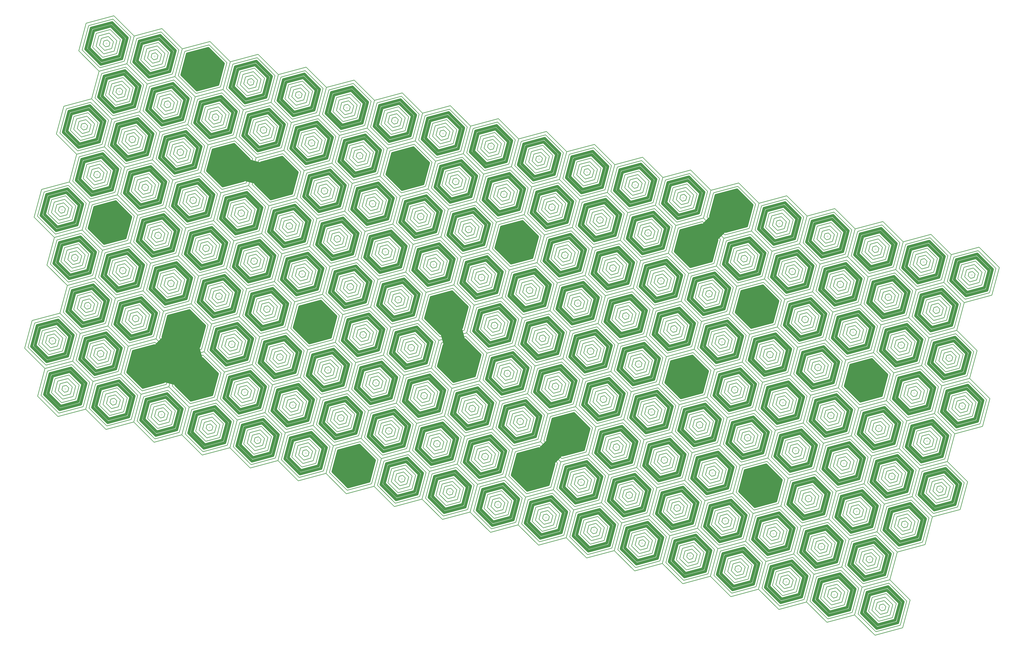
<source format=gbr>
%TF.GenerationSoftware,KiCad,Pcbnew,(6.0.2)*%
%TF.CreationDate,2022-03-06T23:11:41-03:00*%
%TF.ProjectId,BitterDevPlate,42697474-6572-4446-9576-506c6174652e,rev?*%
%TF.SameCoordinates,Original*%
%TF.FileFunction,Legend,Bot*%
%TF.FilePolarity,Positive*%
%FSLAX46Y46*%
G04 Gerber Fmt 4.6, Leading zero omitted, Abs format (unit mm)*
G04 Created by KiCad (PCBNEW (6.0.2)) date 2022-03-06 23:11:41*
%MOMM*%
%LPD*%
G01*
G04 APERTURE LIST*
%ADD10C,0.299999*%
%ADD11C,0.375000*%
%ADD12C,0.010891*%
%ADD13C,1.725000*%
G04 APERTURE END LIST*
D10*
X-60083313Y-120403201D02*
X-67273425Y-118476620D01*
X-67273425Y-118476620D02*
X-62009894Y-113213078D01*
X-62009894Y-113213078D02*
X-60083313Y-120403201D01*
X-60083313Y-120403201D02*
X-60083313Y-120403201D01*
G36*
X-60083313Y-120403201D02*
G01*
X-67273425Y-118476620D01*
X-62009894Y-113213078D01*
X-60083313Y-120403201D01*
G37*
X-60083313Y-120403201D02*
X-67273425Y-118476620D01*
X-62009894Y-113213078D01*
X-60083313Y-120403201D01*
X-62009876Y-113213091D02*
X-49492713Y-109859126D01*
X-49492713Y-109859126D02*
X-47566132Y-117049220D01*
X-47566132Y-117049220D02*
X-60083295Y-120403183D01*
X-60083295Y-120403183D02*
X-62009876Y-113213091D01*
X-62009876Y-113213091D02*
X-62009876Y-113213091D01*
G36*
X-47566132Y-117049220D02*
G01*
X-60083295Y-120403183D01*
X-62009876Y-113213091D01*
X-49492713Y-109859126D01*
X-47566132Y-117049220D01*
G37*
X-47566132Y-117049220D02*
X-60083295Y-120403183D01*
X-62009876Y-113213091D01*
X-49492713Y-109859126D01*
X-47566132Y-117049220D01*
X-67273425Y-118476611D02*
X-60083313Y-120403192D01*
X-60083313Y-120403192D02*
X-63437274Y-132920383D01*
X-63437274Y-132920383D02*
X-70627405Y-130993802D01*
X-70627405Y-130993802D02*
X-67273425Y-118476611D01*
X-67273425Y-118476611D02*
X-67273425Y-118476611D01*
G36*
X-60083313Y-120403192D02*
G01*
X-63437274Y-132920383D01*
X-70627405Y-130993802D01*
X-67273425Y-118476611D01*
X-60083313Y-120403192D01*
G37*
X-60083313Y-120403192D02*
X-63437274Y-132920383D01*
X-70627405Y-130993802D01*
X-67273425Y-118476611D01*
X-60083313Y-120403192D01*
X-71173078Y-104049866D02*
X-62009894Y-113213059D01*
X-62009894Y-113213059D02*
X-67273444Y-118476620D01*
X-67273444Y-118476620D02*
X-76436646Y-109313425D01*
X-76436646Y-109313425D02*
X-71173078Y-104049866D01*
X-71173078Y-104049866D02*
X-71173078Y-104049866D01*
G36*
X-62009894Y-113213059D02*
G01*
X-67273444Y-118476620D01*
X-76436646Y-109313425D01*
X-71173078Y-104049866D01*
X-62009894Y-113213059D01*
G37*
X-62009894Y-113213059D02*
X-67273444Y-118476620D01*
X-76436646Y-109313425D01*
X-71173078Y-104049866D01*
X-62009894Y-113213059D01*
X159790942Y-165936441D02*
X168954130Y-175099634D01*
X168954130Y-175099634D02*
X163690599Y-180363165D01*
X163690599Y-180363165D02*
X154527406Y-171199973D01*
X154527406Y-171199973D02*
X159790942Y-165936441D01*
X159790942Y-165936441D02*
X159790942Y-165936441D01*
G36*
X168954130Y-175099634D02*
G01*
X163690599Y-180363165D01*
X154527406Y-171199973D01*
X159790942Y-165936441D01*
X168954130Y-175099634D01*
G37*
X168954130Y-175099634D02*
X163690599Y-180363165D01*
X154527406Y-171199973D01*
X159790942Y-165936441D01*
X168954130Y-175099634D01*
X95741511Y-101886988D02*
X108258675Y-98533025D01*
X108258675Y-98533025D02*
X110185263Y-105723146D01*
X110185263Y-105723146D02*
X97668099Y-109077110D01*
X97668099Y-109077110D02*
X95741511Y-101886988D01*
X95741511Y-101886988D02*
X95741511Y-101886988D01*
G36*
X110185263Y-105723146D02*
G01*
X97668099Y-109077110D01*
X95741511Y-101886988D01*
X108258675Y-98533025D01*
X110185263Y-105723146D01*
G37*
X110185263Y-105723146D02*
X97668099Y-109077110D01*
X95741511Y-101886988D01*
X108258675Y-98533025D01*
X110185263Y-105723146D01*
X257728509Y-31392612D02*
X266891711Y-40555816D01*
X266891711Y-40555816D02*
X261628198Y-45819347D01*
X261628198Y-45819347D02*
X252464978Y-36656143D01*
X252464978Y-36656143D02*
X257728509Y-31392612D01*
X257728509Y-31392612D02*
X257728509Y-31392612D01*
G36*
X266891711Y-40555816D02*
G01*
X261628198Y-45819347D01*
X252464978Y-36656143D01*
X257728509Y-31392612D01*
X266891711Y-40555816D01*
G37*
X266891711Y-40555816D02*
X261628198Y-45819347D01*
X252464978Y-36656143D01*
X257728509Y-31392612D01*
X266891711Y-40555816D01*
X-19341028Y2668411D02*
X-12150934Y741830D01*
X-12150934Y741830D02*
X-15504895Y-11775369D01*
X-15504895Y-11775369D02*
X-22694989Y-9848788D01*
X-22694989Y-9848788D02*
X-19341028Y2668411D01*
X-19341028Y2668411D02*
X-19341028Y2668411D01*
G36*
X-12150934Y741830D02*
G01*
X-15504895Y-11775369D01*
X-22694989Y-9848788D01*
X-19341028Y2668411D01*
X-12150934Y741830D01*
G37*
X-12150934Y741830D02*
X-15504895Y-11775369D01*
X-22694989Y-9848788D01*
X-19341028Y2668411D01*
X-12150934Y741830D01*
D11*
X347840314Y-142638925D02*
X338677093Y-133475723D01*
X338677093Y-133475723D02*
X342031073Y-120958542D01*
X342031073Y-120958542D02*
X354548236Y-117604562D01*
X354548236Y-117604562D02*
X363711456Y-126767783D01*
X363711456Y-126767783D02*
X360357477Y-139284964D01*
X360357477Y-139284964D02*
X347840314Y-142638925D01*
X347840314Y-142638925D02*
X347840314Y-142638925D01*
G36*
X363711456Y-126767783D02*
G01*
X360357477Y-139284964D01*
X347840314Y-142638925D01*
X338677093Y-133475723D01*
X342031073Y-120958542D01*
X354548236Y-117604562D01*
X363711456Y-126767783D01*
G37*
X363711456Y-126767783D02*
X360357477Y-139284964D01*
X347840314Y-142638925D01*
X338677093Y-133475723D01*
X342031073Y-120958542D01*
X354548236Y-117604562D01*
X363711456Y-126767783D01*
X-50683795Y44538287D02*
X-59847016Y53701489D01*
X-59847016Y53701489D02*
X-56493036Y66218671D01*
X-56493036Y66218671D02*
X-43975873Y69572650D01*
X-43975873Y69572650D02*
X-34812653Y60409430D01*
X-34812653Y60409430D02*
X-38166632Y47892249D01*
X-38166632Y47892249D02*
X-50683795Y44538287D01*
X-50683795Y44538287D02*
X-50683795Y44538287D01*
G36*
X-34812653Y60409430D02*
G01*
X-38166632Y47892249D01*
X-50683795Y44538287D01*
X-59847016Y53701489D01*
X-56493036Y66218671D01*
X-43975873Y69572650D01*
X-34812653Y60409430D01*
G37*
X-34812653Y60409430D02*
X-38166632Y47892249D01*
X-50683795Y44538287D01*
X-59847016Y53701489D01*
X-56493036Y66218671D01*
X-43975873Y69572650D01*
X-34812653Y60409430D01*
X40073305Y-194161572D02*
X30910094Y-184998370D01*
X30910094Y-184998370D02*
X34264064Y-172481189D01*
X34264064Y-172481189D02*
X46781236Y-169127209D01*
X46781236Y-169127209D02*
X55944447Y-178290430D01*
X55944447Y-178290430D02*
X52590477Y-190807611D01*
X52590477Y-190807611D02*
X40073305Y-194161572D01*
X40073305Y-194161572D02*
X40073305Y-194161572D01*
G36*
X55944447Y-178290430D02*
G01*
X52590477Y-190807611D01*
X40073305Y-194161572D01*
X30910094Y-184998370D01*
X34264064Y-172481189D01*
X46781236Y-169127209D01*
X55944447Y-178290430D01*
G37*
X55944447Y-178290430D02*
X52590477Y-190807611D01*
X40073305Y-194161572D01*
X30910094Y-184998370D01*
X34264064Y-172481189D01*
X46781236Y-169127209D01*
X55944447Y-178290430D01*
X16865845Y-107550031D02*
X7702624Y-98386829D01*
X7702624Y-98386829D02*
X11056604Y-85869647D01*
X11056604Y-85869647D02*
X23573772Y-82515668D01*
X23573772Y-82515668D02*
X32736983Y-91678888D01*
X32736983Y-91678888D02*
X29383012Y-104196069D01*
X29383012Y-104196069D02*
X16865845Y-107550031D01*
X16865845Y-107550031D02*
X16865845Y-107550031D01*
G36*
X32736983Y-91678888D02*
G01*
X29383012Y-104196069D01*
X16865845Y-107550031D01*
X7702624Y-98386829D01*
X11056604Y-85869647D01*
X23573772Y-82515668D01*
X32736983Y-91678888D01*
G37*
X32736983Y-91678888D02*
X29383012Y-104196069D01*
X16865845Y-107550031D01*
X7702624Y-98386829D01*
X11056604Y-85869647D01*
X23573772Y-82515668D01*
X32736983Y-91678888D01*
X-106352033Y-47736230D02*
X-115515235Y-38573029D01*
X-115515235Y-38573029D02*
X-112161273Y-26055847D01*
X-112161273Y-26055847D02*
X-99644092Y-22701868D01*
X-99644092Y-22701868D02*
X-90480890Y-31865088D01*
X-90480890Y-31865088D02*
X-93834851Y-44382269D01*
X-93834851Y-44382269D02*
X-106352033Y-47736230D01*
X-106352033Y-47736230D02*
X-106352033Y-47736230D01*
G36*
X-90480890Y-31865088D02*
G01*
X-93834851Y-44382269D01*
X-106352033Y-47736230D01*
X-115515235Y-38573029D01*
X-112161273Y-26055847D01*
X-99644092Y-22701868D01*
X-90480890Y-31865088D01*
G37*
X-90480890Y-31865088D02*
X-93834851Y-44382269D01*
X-106352033Y-47736230D01*
X-115515235Y-38573029D01*
X-112161273Y-26055847D01*
X-99644092Y-22701868D01*
X-90480890Y-31865088D01*
X266891748Y-40555804D02*
X257728546Y-31392603D01*
X257728546Y-31392603D02*
X261082507Y-18875421D01*
X261082507Y-18875421D02*
X273599689Y-15521442D01*
X273599689Y-15521442D02*
X282762890Y-24684662D01*
X282762890Y-24684662D02*
X279408929Y-37201843D01*
X279408929Y-37201843D02*
X266891748Y-40555804D01*
X266891748Y-40555804D02*
X266891748Y-40555804D01*
G36*
X282762890Y-24684662D02*
G01*
X279408929Y-37201843D01*
X266891748Y-40555804D01*
X257728546Y-31392603D01*
X261082507Y-18875421D01*
X273599689Y-15521442D01*
X282762890Y-24684662D01*
G37*
X282762890Y-24684662D02*
X279408929Y-37201843D01*
X266891748Y-40555804D01*
X257728546Y-31392603D01*
X261082507Y-18875421D01*
X273599689Y-15521442D01*
X282762890Y-24684662D01*
X72534009Y-15275531D02*
X63370798Y-6112329D01*
X63370798Y-6112329D02*
X66724768Y6404852D01*
X66724768Y6404852D02*
X79241940Y9758832D01*
X79241940Y9758832D02*
X88405151Y595612D01*
X88405151Y595612D02*
X85051181Y-11921570D01*
X85051181Y-11921570D02*
X72534009Y-15275531D01*
X72534009Y-15275531D02*
X72534009Y-15275531D01*
G36*
X88405151Y595612D02*
G01*
X85051181Y-11921570D01*
X72534009Y-15275531D01*
X63370798Y-6112329D01*
X66724768Y6404852D01*
X79241940Y9758832D01*
X88405151Y595612D01*
G37*
X88405151Y595612D02*
X85051181Y-11921570D01*
X72534009Y-15275531D01*
X63370798Y-6112329D01*
X66724768Y6404852D01*
X79241940Y9758832D01*
X88405151Y595612D01*
X103477350Y-130757504D02*
X94314139Y-121594302D01*
X94314139Y-121594302D02*
X97668109Y-109077121D01*
X97668109Y-109077121D02*
X110185281Y-105723141D01*
X110185281Y-105723141D02*
X119348492Y-114886362D01*
X119348492Y-114886362D02*
X115994522Y-127403543D01*
X115994522Y-127403543D02*
X103477350Y-130757504D01*
X103477350Y-130757504D02*
X103477350Y-130757504D01*
G36*
X119348492Y-114886362D02*
G01*
X115994522Y-127403543D01*
X103477350Y-130757504D01*
X94314139Y-121594302D01*
X97668109Y-109077121D01*
X110185281Y-105723141D01*
X119348492Y-114886362D01*
G37*
X119348492Y-114886362D02*
X115994522Y-127403543D01*
X103477350Y-130757504D01*
X94314139Y-121594302D01*
X97668109Y-109077121D01*
X110185281Y-105723141D01*
X119348492Y-114886362D01*
X284436273Y-206042975D02*
X275273053Y-196879773D01*
X275273053Y-196879773D02*
X278627032Y-184362592D01*
X278627032Y-184362592D02*
X291144195Y-181008612D01*
X291144195Y-181008612D02*
X300307416Y-190171832D01*
X300307416Y-190171832D02*
X296953436Y-202689014D01*
X296953436Y-202689014D02*
X284436273Y-206042975D01*
X284436273Y-206042975D02*
X284436273Y-206042975D01*
G36*
X300307416Y-190171832D02*
G01*
X296953436Y-202689014D01*
X284436273Y-206042975D01*
X275273053Y-196879773D01*
X278627032Y-184362592D01*
X291144195Y-181008612D01*
X300307416Y-190171832D01*
G37*
X300307416Y-190171832D02*
X296953436Y-202689014D01*
X284436273Y-206042975D01*
X275273053Y-196879773D01*
X278627032Y-184362592D01*
X291144195Y-181008612D01*
X300307416Y-190171832D01*
X-62009857Y-113213080D02*
X-71173059Y-104049878D01*
X-71173059Y-104049878D02*
X-67819098Y-91532697D01*
X-67819098Y-91532697D02*
X-55301917Y-88178717D01*
X-55301917Y-88178717D02*
X-46138715Y-97341937D01*
X-46138715Y-97341937D02*
X-49492685Y-109859119D01*
X-49492685Y-109859119D02*
X-62009857Y-113213080D01*
X-62009857Y-113213080D02*
X-62009857Y-113213080D01*
G36*
X-46138715Y-97341937D02*
G01*
X-49492685Y-109859119D01*
X-62009857Y-113213080D01*
X-71173059Y-104049878D01*
X-67819098Y-91532697D01*
X-55301917Y-88178717D01*
X-46138715Y-97341937D01*
G37*
X-46138715Y-97341937D02*
X-49492685Y-109859119D01*
X-62009857Y-113213080D01*
X-71173059Y-104049878D01*
X-67819098Y-91532697D01*
X-55301917Y-88178717D01*
X-46138715Y-97341937D01*
X-54274036Y-142083566D02*
X-63437256Y-132920364D01*
X-63437256Y-132920364D02*
X-60083277Y-120403183D01*
X-60083277Y-120403183D02*
X-47566113Y-117049203D01*
X-47566113Y-117049203D02*
X-38402893Y-126212424D01*
X-38402893Y-126212424D02*
X-41756873Y-138729605D01*
X-41756873Y-138729605D02*
X-54274036Y-142083566D01*
X-54274036Y-142083566D02*
X-54274036Y-142083566D01*
G36*
X-38402893Y-126212424D02*
G01*
X-41756873Y-138729605D01*
X-54274036Y-142083566D01*
X-63437256Y-132920364D01*
X-60083277Y-120403183D01*
X-47566113Y-117049203D01*
X-38402893Y-126212424D01*
G37*
X-38402893Y-126212424D02*
X-41756873Y-138729605D01*
X-54274036Y-142083566D01*
X-63437256Y-132920364D01*
X-60083277Y-120403183D01*
X-47566113Y-117049203D01*
X-38402893Y-126212424D01*
X168954181Y-175099652D02*
X159790970Y-165936450D01*
X159790970Y-165936450D02*
X163144940Y-153419269D01*
X163144940Y-153419269D02*
X175662112Y-150065289D01*
X175662112Y-150065289D02*
X184825323Y-159228510D01*
X184825323Y-159228510D02*
X181471353Y-171745691D01*
X181471353Y-171745691D02*
X168954181Y-175099652D01*
X168954181Y-175099652D02*
X168954181Y-175099652D01*
G36*
X184825323Y-159228510D02*
G01*
X181471353Y-171745691D01*
X168954181Y-175099652D01*
X159790970Y-165936450D01*
X163144940Y-153419269D01*
X175662112Y-150065289D01*
X184825323Y-159228510D01*
G37*
X184825323Y-159228510D02*
X181471353Y-171745691D01*
X168954181Y-175099652D01*
X159790970Y-165936450D01*
X163144940Y-153419269D01*
X175662112Y-150065289D01*
X184825323Y-159228510D01*
X282363409Y-98296823D02*
X273200189Y-89133621D01*
X273200189Y-89133621D02*
X276554169Y-76616440D01*
X276554169Y-76616440D02*
X289071332Y-73262460D01*
X289071332Y-73262460D02*
X298234552Y-82425681D01*
X298234552Y-82425681D02*
X294880572Y-94942862D01*
X294880572Y-94942862D02*
X282363409Y-98296823D01*
X282363409Y-98296823D02*
X282363409Y-98296823D01*
G36*
X298234552Y-82425681D02*
G01*
X294880572Y-94942862D01*
X282363409Y-98296823D01*
X273200189Y-89133621D01*
X276554169Y-76616440D01*
X289071332Y-73262460D01*
X298234552Y-82425681D01*
G37*
X298234552Y-82425681D02*
X294880572Y-94942862D01*
X282363409Y-98296823D01*
X273200189Y-89133621D01*
X276554169Y-76616440D01*
X289071332Y-73262460D01*
X298234552Y-82425681D01*
X240094061Y-140566125D02*
X230930850Y-131402924D01*
X230930850Y-131402924D02*
X234284820Y-118885742D01*
X234284820Y-118885742D02*
X246801993Y-115531763D01*
X246801993Y-115531763D02*
X255965204Y-124694983D01*
X255965204Y-124694983D02*
X252611233Y-137212164D01*
X252611233Y-137212164D02*
X240094061Y-140566125D01*
X240094061Y-140566125D02*
X240094061Y-140566125D01*
G36*
X255965204Y-124694983D02*
G01*
X252611233Y-137212164D01*
X240094061Y-140566125D01*
X230930850Y-131402924D01*
X234284820Y-118885742D01*
X246801993Y-115531763D01*
X255965204Y-124694983D01*
G37*
X255965204Y-124694983D02*
X252611233Y-137212164D01*
X240094061Y-140566125D01*
X230930850Y-131402924D01*
X234284820Y-118885742D01*
X246801993Y-115531763D01*
X255965204Y-124694983D01*
X147819488Y-196234317D02*
X138656277Y-187071115D01*
X138656277Y-187071115D02*
X142010248Y-174553934D01*
X142010248Y-174553934D02*
X154527420Y-171199954D01*
X154527420Y-171199954D02*
X163690631Y-180363174D01*
X163690631Y-180363174D02*
X160336661Y-192880356D01*
X160336661Y-192880356D02*
X147819488Y-196234317D01*
X147819488Y-196234317D02*
X147819488Y-196234317D01*
G36*
X163690631Y-180363174D02*
G01*
X160336661Y-192880356D01*
X147819488Y-196234317D01*
X138656277Y-187071115D01*
X142010248Y-174553934D01*
X154527420Y-171199954D01*
X163690631Y-180363174D01*
G37*
X163690631Y-180363174D02*
X160336661Y-192880356D01*
X147819488Y-196234317D01*
X138656277Y-187071115D01*
X142010248Y-174553934D01*
X154527420Y-171199954D01*
X163690631Y-180363174D01*
X138010840Y-59617706D02*
X128847629Y-50454504D01*
X128847629Y-50454504D02*
X132201599Y-37937323D01*
X132201599Y-37937323D02*
X144718771Y-34583344D01*
X144718771Y-34583344D02*
X153881982Y-43746564D01*
X153881982Y-43746564D02*
X150528012Y-56263745D01*
X150528012Y-56263745D02*
X138010840Y-59617706D01*
X138010840Y-59617706D02*
X138010840Y-59617706D01*
G36*
X153881982Y-43746564D02*
G01*
X150528012Y-56263745D01*
X138010840Y-59617706D01*
X128847629Y-50454504D01*
X132201599Y-37937323D01*
X144718771Y-34583344D01*
X153881982Y-43746564D01*
G37*
X153881982Y-43746564D02*
X150528012Y-56263745D01*
X138010840Y-59617706D01*
X128847629Y-50454504D01*
X132201599Y-37937323D01*
X144718771Y-34583344D01*
X153881982Y-43746564D01*
X-83144550Y-134347754D02*
X-92307770Y-125184552D01*
X-92307770Y-125184552D02*
X-88953790Y-112667371D01*
X-88953790Y-112667371D02*
X-76436627Y-109313391D01*
X-76436627Y-109313391D02*
X-67273407Y-118476611D01*
X-67273407Y-118476611D02*
X-70627387Y-130993793D01*
X-70627387Y-130993793D02*
X-83144550Y-134347754D01*
X-83144550Y-134347754D02*
X-83144550Y-134347754D01*
G36*
X-67273407Y-118476611D02*
G01*
X-70627387Y-130993793D01*
X-83144550Y-134347754D01*
X-92307770Y-125184552D01*
X-88953790Y-112667371D01*
X-76436627Y-109313391D01*
X-67273407Y-118476611D01*
G37*
X-67273407Y-118476611D02*
X-70627387Y-130993793D01*
X-83144550Y-134347754D01*
X-92307770Y-125184552D01*
X-88953790Y-112667371D01*
X-76436627Y-109313391D01*
X-67273407Y-118476611D01*
X-6341666Y-20938562D02*
X-15504877Y-11775360D01*
X-15504877Y-11775360D02*
X-12150907Y741821D01*
X-12150907Y741821D02*
X366266Y4095801D01*
X366266Y4095801D02*
X9529477Y-5067419D01*
X9529477Y-5067419D02*
X6175506Y-17584601D01*
X6175506Y-17584601D02*
X-6341666Y-20938562D01*
X-6341666Y-20938562D02*
X-6341666Y-20938562D01*
G36*
X9529477Y-5067419D02*
G01*
X6175506Y-17584601D01*
X-6341666Y-20938562D01*
X-15504877Y-11775360D01*
X-12150907Y741821D01*
X366266Y4095801D01*
X9529477Y-5067419D01*
G37*
X9529477Y-5067419D02*
X6175506Y-17584601D01*
X-6341666Y-20938562D01*
X-15504877Y-11775360D01*
X-12150907Y741821D01*
X366266Y4095801D01*
X9529477Y-5067419D01*
X95741528Y-101886981D02*
X86578317Y-92723779D01*
X86578317Y-92723779D02*
X89932287Y-80206598D01*
X89932287Y-80206598D02*
X102449460Y-76852618D01*
X102449460Y-76852618D02*
X111612671Y-86015839D01*
X111612671Y-86015839D02*
X108258700Y-98533020D01*
X108258700Y-98533020D02*
X95741528Y-101886981D01*
X95741528Y-101886981D02*
X95741528Y-101886981D01*
G36*
X111612671Y-86015839D02*
G01*
X108258700Y-98533020D01*
X95741528Y-101886981D01*
X86578317Y-92723779D01*
X89932287Y-80206598D01*
X102449460Y-76852618D01*
X111612671Y-86015839D01*
G37*
X111612671Y-86015839D02*
X108258700Y-98533020D01*
X95741528Y-101886981D01*
X86578317Y-92723779D01*
X89932287Y-80206598D01*
X102449460Y-76852618D01*
X111612671Y-86015839D01*
X-35212143Y-13202722D02*
X-44375354Y-4039520D01*
X-44375354Y-4039520D02*
X-41021384Y8477661D01*
X-41021384Y8477661D02*
X-28504212Y11831641D01*
X-28504212Y11831641D02*
X-19341001Y2668420D01*
X-19341001Y2668420D02*
X-22694971Y-9848761D01*
X-22694971Y-9848761D02*
X-35212143Y-13202722D01*
X-35212143Y-13202722D02*
X-35212143Y-13202722D01*
G36*
X-19341001Y2668420D02*
G01*
X-22694971Y-9848761D01*
X-35212143Y-13202722D01*
X-44375354Y-4039520D01*
X-41021384Y8477661D01*
X-28504212Y11831641D01*
X-19341001Y2668420D01*
G37*
X-19341001Y2668420D02*
X-22694971Y-9848761D01*
X-35212143Y-13202722D01*
X-44375354Y-4039520D01*
X-41021384Y8477661D01*
X-28504212Y11831641D01*
X-19341001Y2668420D01*
X245757056Y-61690460D02*
X236593844Y-52527258D01*
X236593844Y-52527258D02*
X239947815Y-40010077D01*
X239947815Y-40010077D02*
X252464987Y-36656097D01*
X252464987Y-36656097D02*
X261628198Y-45819318D01*
X261628198Y-45819318D02*
X258274237Y-58336499D01*
X258274237Y-58336499D02*
X245757056Y-61690460D01*
X245757056Y-61690460D02*
X245757056Y-61690460D01*
G36*
X261628198Y-45819318D02*
G01*
X258274237Y-58336499D01*
X245757056Y-61690460D01*
X236593844Y-52527258D01*
X239947815Y-40010077D01*
X252464987Y-36656097D01*
X261628198Y-45819318D01*
G37*
X261628198Y-45819318D02*
X258274237Y-58336499D01*
X245757056Y-61690460D01*
X236593844Y-52527258D01*
X239947815Y-40010077D01*
X252464987Y-36656097D01*
X261628198Y-45819318D01*
D12*
X-100623578Y-143267059D02*
X-101035767Y-143377499D01*
X-100623578Y-143267059D02*
X-100623578Y-143267059D01*
X-100513129Y-142854871D02*
X-100623578Y-143267059D01*
X-100513129Y-142854871D02*
X-100513129Y-142854871D01*
X-100814868Y-142553122D02*
X-100513129Y-142854871D01*
X-100814868Y-142553122D02*
X-100814868Y-142553122D01*
X-101227057Y-142663571D02*
X-100814868Y-142553122D01*
X-101227057Y-142663571D02*
X-101227057Y-142663571D01*
X-101337506Y-143075760D02*
X-101227057Y-142663571D01*
X-101337506Y-143075760D02*
X-101337506Y-143075760D01*
X-101035767Y-143377499D02*
X-101337506Y-143075760D01*
D11*
X-99397705Y-144492932D02*
X-101484467Y-145052090D01*
X-99397705Y-144492932D02*
X-99397705Y-144492932D01*
X-98838556Y-142406171D02*
X-99397705Y-144492932D01*
X-98838556Y-142406171D02*
X-98838556Y-142406171D01*
X-100366168Y-140878549D02*
X-98838556Y-142406171D01*
X-100366168Y-140878549D02*
X-100366168Y-140878549D01*
X-102452930Y-141437698D02*
X-100366168Y-140878549D01*
X-102452930Y-141437698D02*
X-102452930Y-141437698D01*
X-103012079Y-143524460D02*
X-102452930Y-141437698D01*
X-103012079Y-143524460D02*
X-103012079Y-143524460D01*
X-101484467Y-145052090D02*
X-103012079Y-143524460D01*
X-97872473Y-146018155D02*
X-102042737Y-147135574D01*
X-97872473Y-146018155D02*
X-97872473Y-146018155D01*
X-96755054Y-141847891D02*
X-97872473Y-146018155D01*
X-96755054Y-141847891D02*
X-96755054Y-141847891D01*
X-99807898Y-138795065D02*
X-96755054Y-141847891D01*
X-99807898Y-138795065D02*
X-99807898Y-138795065D01*
X-103978162Y-139912466D02*
X-99807898Y-138795065D01*
X-103978162Y-139912466D02*
X-103978162Y-139912466D01*
X-105095581Y-144082730D02*
X-103978162Y-139912466D01*
X-105095581Y-144082730D02*
X-105095581Y-144082730D01*
X-102042737Y-147135574D02*
X-105095581Y-144082730D01*
X-96346234Y-147544394D02*
X-102601373Y-149220450D01*
X-96346234Y-147544394D02*
X-96346234Y-147544394D01*
X-94670160Y-141289236D02*
X-96346234Y-147544394D01*
X-94670160Y-141289236D02*
X-94670160Y-141289236D01*
X-99249262Y-136710153D02*
X-94670160Y-141289236D01*
X-99249262Y-136710153D02*
X-99249262Y-136710153D01*
X-105504401Y-138386209D02*
X-99249262Y-136710153D01*
X-105504401Y-138386209D02*
X-105504401Y-138386209D01*
X-107180457Y-144641367D02*
X-105504401Y-138386209D01*
X-107180457Y-144641367D02*
X-107180457Y-144641367D01*
X-102601373Y-149220450D02*
X-107180457Y-144641367D01*
X-94817304Y-149073325D02*
X-103161017Y-151309006D01*
X-94817304Y-149073325D02*
X-94817304Y-149073325D01*
X-92581604Y-140729611D02*
X-94817304Y-149073325D01*
X-92581604Y-140729611D02*
X-92581604Y-140729611D01*
X-98689636Y-134621597D02*
X-92581604Y-140729611D01*
X-98689636Y-134621597D02*
X-98689636Y-134621597D01*
X-107033331Y-136857288D02*
X-98689636Y-134621597D01*
X-107033331Y-136857288D02*
X-107033331Y-136857288D01*
X-109269031Y-145201001D02*
X-107033331Y-136857288D01*
X-109269031Y-145201001D02*
X-109269031Y-145201001D01*
X-103161017Y-151309006D02*
X-109269031Y-145201001D01*
D13*
X-93287329Y-150603308D02*
X-103721027Y-153398990D01*
X-93287329Y-150603308D02*
X-93287329Y-150603308D01*
X-90491620Y-140169611D02*
X-93287329Y-150603308D01*
X-90491620Y-140169611D02*
X-90491620Y-140169611D01*
X-98129627Y-132531631D02*
X-90491620Y-140169611D01*
X-98129627Y-132531631D02*
X-98129627Y-132531631D01*
X-108563306Y-135327322D02*
X-98129627Y-132531631D01*
X-108563306Y-135327322D02*
X-108563306Y-135327322D01*
X-111358997Y-145761020D02*
X-108563306Y-135327322D01*
X-111358997Y-145761020D02*
X-111358997Y-145761020D01*
X-103721027Y-153398990D02*
X-111358997Y-145761020D01*
X-91762116Y-152128531D02*
X-104279279Y-155482492D01*
X-91762116Y-152128531D02*
X-91762116Y-152128531D01*
X-88408136Y-139611349D02*
X-91762116Y-152128531D01*
X-88408136Y-139611349D02*
X-88408136Y-139611349D01*
X-97571356Y-130448120D02*
X-88408136Y-139611349D01*
X-97571356Y-130448120D02*
X-97571356Y-130448120D01*
X-110088519Y-133802100D02*
X-97571356Y-130448120D01*
X-110088519Y-133802100D02*
X-110088519Y-133802100D01*
X-113442499Y-146319281D02*
X-110088519Y-133802100D01*
X-113442499Y-146319281D02*
X-113442499Y-146319281D01*
X-104279279Y-155482492D02*
X-113442499Y-146319281D01*
D11*
X-90228424Y-153662112D02*
X-104840497Y-157577402D01*
X-90228424Y-153662112D02*
X-90228424Y-153662112D01*
X-86313135Y-139050040D02*
X-90228424Y-153662112D01*
X-86313135Y-139050040D02*
X-86313135Y-139050040D01*
X-97009918Y-128353256D02*
X-86313135Y-139050040D01*
X-97009918Y-128353256D02*
X-97009918Y-128353256D01*
X-111621973Y-132268555D02*
X-97009918Y-128353256D01*
X-111621973Y-132268555D02*
X-111621973Y-132268555D01*
X-115537280Y-146880627D02*
X-111621973Y-132268555D01*
X-115537280Y-146880627D02*
X-115537280Y-146880627D01*
X-104840497Y-157577402D02*
X-115537280Y-146880627D01*
X-88723206Y-155167422D02*
X-105391608Y-159633713D01*
X-88723206Y-155167422D02*
X-88723206Y-155167422D01*
X-84256915Y-138499030D02*
X-88723206Y-155167422D01*
X-84256915Y-138499030D02*
X-84256915Y-138499030D01*
X-96459027Y-126296927D02*
X-84256915Y-138499030D01*
X-96459027Y-126296927D02*
X-96459027Y-126296927D01*
X-113127429Y-130763199D02*
X-96459027Y-126296927D01*
X-113127429Y-130763199D02*
X-113127429Y-130763199D01*
X-117593720Y-147431601D02*
X-113127429Y-130763199D01*
X-117593720Y-147431601D02*
X-117593720Y-147431601D01*
X-105391608Y-159633713D02*
X-117593720Y-147431601D01*
D12*
X-129494074Y-135531210D02*
X-129906262Y-135641650D01*
X-129494074Y-135531210D02*
X-129494074Y-135531210D01*
X-129383624Y-135119022D02*
X-129494074Y-135531210D01*
X-129383624Y-135119022D02*
X-129383624Y-135119022D01*
X-129685382Y-134817273D02*
X-129383624Y-135119022D01*
X-129685382Y-134817273D02*
X-129685382Y-134817273D01*
X-130097553Y-134927722D02*
X-129685382Y-134817273D01*
X-130097553Y-134927722D02*
X-130097553Y-134927722D01*
X-130208002Y-135339911D02*
X-130097553Y-134927722D01*
X-130208002Y-135339911D02*
X-130208002Y-135339911D01*
X-129906262Y-135641650D02*
X-130208002Y-135339911D01*
D11*
X-128268201Y-136757083D02*
X-130354962Y-137316241D01*
X-128268201Y-136757083D02*
X-128268201Y-136757083D01*
X-127709052Y-134670322D02*
X-128268201Y-136757083D01*
X-127709052Y-134670322D02*
X-127709052Y-134670322D01*
X-129236664Y-133142700D02*
X-127709052Y-134670322D01*
X-129236664Y-133142700D02*
X-129236664Y-133142700D01*
X-131323444Y-133701849D02*
X-129236664Y-133142700D01*
X-131323444Y-133701849D02*
X-131323444Y-133701849D01*
X-131882575Y-135788611D02*
X-131323444Y-133701849D01*
X-131882575Y-135788611D02*
X-131882575Y-135788611D01*
X-130354962Y-137316241D02*
X-131882575Y-135788611D01*
X-126742969Y-138282306D02*
X-130913233Y-139399725D01*
X-126742969Y-138282306D02*
X-126742969Y-138282306D01*
X-125625549Y-134112042D02*
X-126742969Y-138282306D01*
X-125625549Y-134112042D02*
X-125625549Y-134112042D01*
X-128678412Y-131059216D02*
X-125625549Y-134112042D01*
X-128678412Y-131059216D02*
X-128678412Y-131059216D01*
X-132848657Y-132176617D02*
X-128678412Y-131059216D01*
X-132848657Y-132176617D02*
X-132848657Y-132176617D01*
X-133966077Y-136346881D02*
X-132848657Y-132176617D01*
X-133966077Y-136346881D02*
X-133966077Y-136346881D01*
X-130913233Y-139399725D02*
X-133966077Y-136346881D01*
X-125216730Y-139808545D02*
X-131471869Y-141484601D01*
X-125216730Y-139808545D02*
X-125216730Y-139808545D01*
X-123540656Y-133553387D02*
X-125216730Y-139808545D01*
X-123540656Y-133553387D02*
X-123540656Y-133553387D01*
X-128119757Y-128974304D02*
X-123540656Y-133553387D01*
X-128119757Y-128974304D02*
X-128119757Y-128974304D01*
X-134374896Y-130650360D02*
X-128119757Y-128974304D01*
X-134374896Y-130650360D02*
X-134374896Y-130650360D01*
X-136050971Y-136905518D02*
X-134374896Y-130650360D01*
X-136050971Y-136905518D02*
X-136050971Y-136905518D01*
X-131471869Y-141484601D02*
X-136050971Y-136905518D01*
X-123687799Y-141337476D02*
X-132031513Y-143573157D01*
X-123687799Y-141337476D02*
X-123687799Y-141337476D01*
X-121452118Y-132993762D02*
X-123687799Y-141337476D01*
X-121452118Y-132993762D02*
X-121452118Y-132993762D01*
X-127560132Y-126885748D02*
X-121452118Y-132993762D01*
X-127560132Y-126885748D02*
X-127560132Y-126885748D01*
X-135903827Y-129121439D02*
X-127560132Y-126885748D01*
X-135903827Y-129121439D02*
X-135903827Y-129121439D01*
X-138139527Y-137465152D02*
X-135903827Y-129121439D01*
X-138139527Y-137465152D02*
X-138139527Y-137465152D01*
X-132031513Y-143573157D02*
X-138139527Y-137465152D01*
D13*
X-122157825Y-142867459D02*
X-132591522Y-145663141D01*
X-122157825Y-142867459D02*
X-122157825Y-142867459D01*
X-119362116Y-132433762D02*
X-122157825Y-142867459D01*
X-119362116Y-132433762D02*
X-119362116Y-132433762D01*
X-127000122Y-124795782D02*
X-119362116Y-132433762D01*
X-127000122Y-124795782D02*
X-127000122Y-124795782D01*
X-137433801Y-127591473D02*
X-127000122Y-124795782D01*
X-137433801Y-127591473D02*
X-137433801Y-127591473D01*
X-140229511Y-138025171D02*
X-137433801Y-127591473D01*
X-140229511Y-138025171D02*
X-140229511Y-138025171D01*
X-132591522Y-145663141D02*
X-140229511Y-138025171D01*
X-120632611Y-144392682D02*
X-133149774Y-147746643D01*
X-120632611Y-144392682D02*
X-120632611Y-144392682D01*
X-117278632Y-131875500D02*
X-120632611Y-144392682D01*
X-117278632Y-131875500D02*
X-117278632Y-131875500D01*
X-126441852Y-122712271D02*
X-117278632Y-131875500D01*
X-126441852Y-122712271D02*
X-126441852Y-122712271D01*
X-138959015Y-126066251D02*
X-126441852Y-122712271D01*
X-138959015Y-126066251D02*
X-138959015Y-126066251D01*
X-142312995Y-138583432D02*
X-138959015Y-126066251D01*
X-142312995Y-138583432D02*
X-142312995Y-138583432D01*
X-133149774Y-147746643D02*
X-142312995Y-138583432D01*
D11*
X-119098920Y-145926263D02*
X-133710993Y-149841553D01*
X-119098920Y-145926263D02*
X-119098920Y-145926263D01*
X-115183631Y-131314191D02*
X-119098920Y-145926263D01*
X-115183631Y-131314191D02*
X-115183631Y-131314191D01*
X-125880414Y-120617407D02*
X-115183631Y-131314191D01*
X-125880414Y-120617407D02*
X-125880414Y-120617407D01*
X-140492487Y-124532706D02*
X-125880414Y-120617407D01*
X-140492487Y-124532706D02*
X-140492487Y-124532706D01*
X-144407776Y-139144778D02*
X-140492487Y-124532706D01*
X-144407776Y-139144778D02*
X-144407776Y-139144778D01*
X-133710993Y-149841553D02*
X-144407776Y-139144778D01*
X-117593701Y-147431573D02*
X-134262103Y-151897864D01*
X-117593701Y-147431573D02*
X-117593701Y-147431573D01*
X-113127411Y-130763181D02*
X-117593701Y-147431573D01*
X-113127411Y-130763181D02*
X-113127411Y-130763181D01*
X-125329523Y-118561078D02*
X-113127411Y-130763181D01*
X-125329523Y-118561078D02*
X-125329523Y-118561078D01*
X-141997925Y-123027350D02*
X-125329523Y-118561078D01*
X-141997925Y-123027350D02*
X-141997925Y-123027350D01*
X-146464215Y-139695752D02*
X-141997925Y-123027350D01*
X-146464215Y-139695752D02*
X-146464215Y-139695752D01*
X-134262103Y-151897864D02*
X-146464215Y-139695752D01*
D12*
X-100623578Y-143267059D02*
X-101035767Y-143377499D01*
X-100623578Y-143267059D02*
X-100623578Y-143267059D01*
X-100513129Y-142854871D02*
X-100623578Y-143267059D01*
X-100513129Y-142854871D02*
X-100513129Y-142854871D01*
X-100814868Y-142553122D02*
X-100513129Y-142854871D01*
X-100814868Y-142553122D02*
X-100814868Y-142553122D01*
X-101227057Y-142663571D02*
X-100814868Y-142553122D01*
X-101227057Y-142663571D02*
X-101227057Y-142663571D01*
X-101337506Y-143075760D02*
X-101227057Y-142663571D01*
X-101337506Y-143075760D02*
X-101337506Y-143075760D01*
X-101035767Y-143377499D02*
X-101337506Y-143075760D01*
D11*
X-99397705Y-144492932D02*
X-101484467Y-145052090D01*
X-99397705Y-144492932D02*
X-99397705Y-144492932D01*
X-98838556Y-142406171D02*
X-99397705Y-144492932D01*
X-98838556Y-142406171D02*
X-98838556Y-142406171D01*
X-100366168Y-140878549D02*
X-98838556Y-142406171D01*
X-100366168Y-140878549D02*
X-100366168Y-140878549D01*
X-102452930Y-141437698D02*
X-100366168Y-140878549D01*
X-102452930Y-141437698D02*
X-102452930Y-141437698D01*
X-103012079Y-143524460D02*
X-102452930Y-141437698D01*
X-103012079Y-143524460D02*
X-103012079Y-143524460D01*
X-101484467Y-145052090D02*
X-103012079Y-143524460D01*
X-97872473Y-146018155D02*
X-102042737Y-147135574D01*
X-97872473Y-146018155D02*
X-97872473Y-146018155D01*
X-96755054Y-141847891D02*
X-97872473Y-146018155D01*
X-96755054Y-141847891D02*
X-96755054Y-141847891D01*
X-99807898Y-138795065D02*
X-96755054Y-141847891D01*
X-99807898Y-138795065D02*
X-99807898Y-138795065D01*
X-103978162Y-139912466D02*
X-99807898Y-138795065D01*
X-103978162Y-139912466D02*
X-103978162Y-139912466D01*
X-105095581Y-144082730D02*
X-103978162Y-139912466D01*
X-105095581Y-144082730D02*
X-105095581Y-144082730D01*
X-102042737Y-147135574D02*
X-105095581Y-144082730D01*
X-96346234Y-147544394D02*
X-102601373Y-149220450D01*
X-96346234Y-147544394D02*
X-96346234Y-147544394D01*
X-94670160Y-141289236D02*
X-96346234Y-147544394D01*
X-94670160Y-141289236D02*
X-94670160Y-141289236D01*
X-99249262Y-136710153D02*
X-94670160Y-141289236D01*
X-99249262Y-136710153D02*
X-99249262Y-136710153D01*
X-105504401Y-138386209D02*
X-99249262Y-136710153D01*
X-105504401Y-138386209D02*
X-105504401Y-138386209D01*
X-107180457Y-144641367D02*
X-105504401Y-138386209D01*
X-107180457Y-144641367D02*
X-107180457Y-144641367D01*
X-102601373Y-149220450D02*
X-107180457Y-144641367D01*
X-94817304Y-149073325D02*
X-103161017Y-151309006D01*
X-94817304Y-149073325D02*
X-94817304Y-149073325D01*
X-92581604Y-140729611D02*
X-94817304Y-149073325D01*
X-92581604Y-140729611D02*
X-92581604Y-140729611D01*
X-98689636Y-134621597D02*
X-92581604Y-140729611D01*
X-98689636Y-134621597D02*
X-98689636Y-134621597D01*
X-107033331Y-136857288D02*
X-98689636Y-134621597D01*
X-107033331Y-136857288D02*
X-107033331Y-136857288D01*
X-109269031Y-145201001D02*
X-107033331Y-136857288D01*
X-109269031Y-145201001D02*
X-109269031Y-145201001D01*
X-103161017Y-151309006D02*
X-109269031Y-145201001D01*
D13*
X-93287329Y-150603308D02*
X-103721027Y-153398990D01*
X-93287329Y-150603308D02*
X-93287329Y-150603308D01*
X-90491620Y-140169611D02*
X-93287329Y-150603308D01*
X-90491620Y-140169611D02*
X-90491620Y-140169611D01*
X-98129627Y-132531631D02*
X-90491620Y-140169611D01*
X-98129627Y-132531631D02*
X-98129627Y-132531631D01*
X-108563306Y-135327322D02*
X-98129627Y-132531631D01*
X-108563306Y-135327322D02*
X-108563306Y-135327322D01*
X-111358997Y-145761020D02*
X-108563306Y-135327322D01*
X-111358997Y-145761020D02*
X-111358997Y-145761020D01*
X-103721027Y-153398990D02*
X-111358997Y-145761020D01*
X-91762116Y-152128531D02*
X-104279279Y-155482492D01*
X-91762116Y-152128531D02*
X-91762116Y-152128531D01*
X-88408136Y-139611349D02*
X-91762116Y-152128531D01*
X-88408136Y-139611349D02*
X-88408136Y-139611349D01*
X-97571356Y-130448120D02*
X-88408136Y-139611349D01*
X-97571356Y-130448120D02*
X-97571356Y-130448120D01*
X-110088519Y-133802100D02*
X-97571356Y-130448120D01*
X-110088519Y-133802100D02*
X-110088519Y-133802100D01*
X-113442499Y-146319281D02*
X-110088519Y-133802100D01*
X-113442499Y-146319281D02*
X-113442499Y-146319281D01*
X-104279279Y-155482492D02*
X-113442499Y-146319281D01*
D11*
X-90228424Y-153662112D02*
X-104840497Y-157577402D01*
X-90228424Y-153662112D02*
X-90228424Y-153662112D01*
X-86313135Y-139050040D02*
X-90228424Y-153662112D01*
X-86313135Y-139050040D02*
X-86313135Y-139050040D01*
X-97009918Y-128353256D02*
X-86313135Y-139050040D01*
X-97009918Y-128353256D02*
X-97009918Y-128353256D01*
X-111621973Y-132268555D02*
X-97009918Y-128353256D01*
X-111621973Y-132268555D02*
X-111621973Y-132268555D01*
X-115537280Y-146880627D02*
X-111621973Y-132268555D01*
X-115537280Y-146880627D02*
X-115537280Y-146880627D01*
X-104840497Y-157577402D02*
X-115537280Y-146880627D01*
X-88723206Y-155167422D02*
X-105391608Y-159633713D01*
X-88723206Y-155167422D02*
X-88723206Y-155167422D01*
X-84256915Y-138499030D02*
X-88723206Y-155167422D01*
X-84256915Y-138499030D02*
X-84256915Y-138499030D01*
X-96459027Y-126296927D02*
X-84256915Y-138499030D01*
X-96459027Y-126296927D02*
X-96459027Y-126296927D01*
X-113127429Y-130763199D02*
X-96459027Y-126296927D01*
X-113127429Y-130763199D02*
X-113127429Y-130763199D01*
X-117593720Y-147431601D02*
X-113127429Y-130763199D01*
X-117593720Y-147431601D02*
X-117593720Y-147431601D01*
X-105391608Y-159633713D02*
X-117593720Y-147431601D01*
D12*
X-87224707Y-93261853D02*
X-87636896Y-93372293D01*
X-87224707Y-93261853D02*
X-87224707Y-93261853D01*
X-87114258Y-92849664D02*
X-87224707Y-93261853D01*
X-87114258Y-92849664D02*
X-87114258Y-92849664D01*
X-87415997Y-92547916D02*
X-87114258Y-92849664D01*
X-87415997Y-92547916D02*
X-87415997Y-92547916D01*
X-87828186Y-92658365D02*
X-87415997Y-92547916D01*
X-87828186Y-92658365D02*
X-87828186Y-92658365D01*
X-87938635Y-93070554D02*
X-87828186Y-92658365D01*
X-87938635Y-93070554D02*
X-87938635Y-93070554D01*
X-87636896Y-93372293D02*
X-87938635Y-93070554D01*
D11*
X-85998834Y-94487726D02*
X-88085596Y-95046884D01*
X-85998834Y-94487726D02*
X-85998834Y-94487726D01*
X-85439685Y-92400964D02*
X-85998834Y-94487726D01*
X-85439685Y-92400964D02*
X-85439685Y-92400964D01*
X-86967298Y-90873343D02*
X-85439685Y-92400964D01*
X-86967298Y-90873343D02*
X-86967298Y-90873343D01*
X-89054059Y-91432492D02*
X-86967298Y-90873343D01*
X-89054059Y-91432492D02*
X-89054059Y-91432492D01*
X-89613208Y-93519254D02*
X-89054059Y-91432492D01*
X-89613208Y-93519254D02*
X-89613208Y-93519254D01*
X-88085596Y-95046884D02*
X-89613208Y-93519254D01*
X-84473602Y-96012949D02*
X-88643866Y-97130368D01*
X-84473602Y-96012949D02*
X-84473602Y-96012949D01*
X-83356183Y-91842685D02*
X-84473602Y-96012949D01*
X-83356183Y-91842685D02*
X-83356183Y-91842685D01*
X-86409027Y-88789859D02*
X-83356183Y-91842685D01*
X-86409027Y-88789859D02*
X-86409027Y-88789859D01*
X-90579291Y-89907260D02*
X-86409027Y-88789859D01*
X-90579291Y-89907260D02*
X-90579291Y-89907260D01*
X-91696710Y-94077524D02*
X-90579291Y-89907260D01*
X-91696710Y-94077524D02*
X-91696710Y-94077524D01*
X-88643866Y-97130368D02*
X-91696710Y-94077524D01*
X-82947363Y-97539188D02*
X-89202503Y-99215244D01*
X-82947363Y-97539188D02*
X-82947363Y-97539188D01*
X-81271289Y-91284030D02*
X-82947363Y-97539188D01*
X-81271289Y-91284030D02*
X-81271289Y-91284030D01*
X-85850391Y-86704947D02*
X-81271289Y-91284030D01*
X-85850391Y-86704947D02*
X-85850391Y-86704947D01*
X-92105530Y-88381003D02*
X-85850391Y-86704947D01*
X-92105530Y-88381003D02*
X-92105530Y-88381003D01*
X-93781586Y-94636160D02*
X-92105530Y-88381003D01*
X-93781586Y-94636160D02*
X-93781586Y-94636160D01*
X-89202503Y-99215244D02*
X-93781586Y-94636160D01*
X-81418433Y-99068118D02*
X-89762146Y-101303799D01*
X-81418433Y-99068118D02*
X-81418433Y-99068118D01*
X-79182733Y-90724405D02*
X-81418433Y-99068118D01*
X-79182733Y-90724405D02*
X-79182733Y-90724405D01*
X-85290766Y-84616391D02*
X-79182733Y-90724405D01*
X-85290766Y-84616391D02*
X-85290766Y-84616391D01*
X-93634461Y-86852081D02*
X-85290766Y-84616391D01*
X-93634461Y-86852081D02*
X-93634461Y-86852081D01*
X-95870160Y-95195795D02*
X-93634461Y-86852081D01*
X-95870160Y-95195795D02*
X-95870160Y-95195795D01*
X-89762146Y-101303799D02*
X-95870160Y-95195795D01*
D13*
X-79888458Y-100598102D02*
X-90322156Y-103393784D01*
X-79888458Y-100598102D02*
X-79888458Y-100598102D01*
X-77092749Y-90164404D02*
X-79888458Y-100598102D01*
X-77092749Y-90164404D02*
X-77092749Y-90164404D01*
X-84730756Y-82526425D02*
X-77092749Y-90164404D01*
X-84730756Y-82526425D02*
X-84730756Y-82526425D01*
X-95164435Y-85322116D02*
X-84730756Y-82526425D01*
X-95164435Y-85322116D02*
X-95164435Y-85322116D01*
X-97960126Y-95755814D02*
X-95164435Y-85322116D01*
X-97960126Y-95755814D02*
X-97960126Y-95755814D01*
X-90322156Y-103393784D02*
X-97960126Y-95755814D01*
X-78363245Y-102123325D02*
X-90880408Y-105477286D01*
X-78363245Y-102123325D02*
X-78363245Y-102123325D01*
X-75009265Y-89606143D02*
X-78363245Y-102123325D01*
X-75009265Y-89606143D02*
X-75009265Y-89606143D01*
X-84172486Y-80442914D02*
X-75009265Y-89606143D01*
X-84172486Y-80442914D02*
X-84172486Y-80442914D01*
X-96689649Y-83796893D02*
X-84172486Y-80442914D01*
X-96689649Y-83796893D02*
X-96689649Y-83796893D01*
X-100043628Y-96314075D02*
X-96689649Y-83796893D01*
X-100043628Y-96314075D02*
X-100043628Y-96314075D01*
X-90880408Y-105477286D02*
X-100043628Y-96314075D01*
D11*
X-76829553Y-103656906D02*
X-91441626Y-107572195D01*
X-76829553Y-103656906D02*
X-76829553Y-103656906D01*
X-72914264Y-89044833D02*
X-76829553Y-103656906D01*
X-72914264Y-89044833D02*
X-72914264Y-89044833D01*
X-83611048Y-78348050D02*
X-72914264Y-89044833D01*
X-83611048Y-78348050D02*
X-83611048Y-78348050D01*
X-98223102Y-82263348D02*
X-83611048Y-78348050D01*
X-98223102Y-82263348D02*
X-98223102Y-82263348D01*
X-102138410Y-96875421D02*
X-98223102Y-82263348D01*
X-102138410Y-96875421D02*
X-102138410Y-96875421D01*
X-91441626Y-107572195D02*
X-102138410Y-96875421D01*
X-75324335Y-105162216D02*
X-91992737Y-109628506D01*
X-75324335Y-105162216D02*
X-75324335Y-105162216D01*
X-70858045Y-88493823D02*
X-75324335Y-105162216D01*
X-70858045Y-88493823D02*
X-70858045Y-88493823D01*
X-83060156Y-76291721D02*
X-70858045Y-88493823D01*
X-83060156Y-76291721D02*
X-83060156Y-76291721D01*
X-99728559Y-80757993D02*
X-83060156Y-76291721D01*
X-99728559Y-80757993D02*
X-99728559Y-80757993D01*
X-104194849Y-97426395D02*
X-99728559Y-80757993D01*
X-104194849Y-97426395D02*
X-104194849Y-97426395D01*
X-91992737Y-109628506D02*
X-104194849Y-97426395D01*
D12*
X-129494074Y-135531210D02*
X-129906262Y-135641650D01*
X-129494074Y-135531210D02*
X-129494074Y-135531210D01*
X-129383624Y-135119022D02*
X-129494074Y-135531210D01*
X-129383624Y-135119022D02*
X-129383624Y-135119022D01*
X-129685382Y-134817273D02*
X-129383624Y-135119022D01*
X-129685382Y-134817273D02*
X-129685382Y-134817273D01*
X-130097553Y-134927722D02*
X-129685382Y-134817273D01*
X-130097553Y-134927722D02*
X-130097553Y-134927722D01*
X-130208002Y-135339911D02*
X-130097553Y-134927722D01*
X-130208002Y-135339911D02*
X-130208002Y-135339911D01*
X-129906262Y-135641650D02*
X-130208002Y-135339911D01*
D11*
X-128268201Y-136757083D02*
X-130354962Y-137316241D01*
X-128268201Y-136757083D02*
X-128268201Y-136757083D01*
X-127709052Y-134670322D02*
X-128268201Y-136757083D01*
X-127709052Y-134670322D02*
X-127709052Y-134670322D01*
X-129236664Y-133142700D02*
X-127709052Y-134670322D01*
X-129236664Y-133142700D02*
X-129236664Y-133142700D01*
X-131323444Y-133701849D02*
X-129236664Y-133142700D01*
X-131323444Y-133701849D02*
X-131323444Y-133701849D01*
X-131882575Y-135788611D02*
X-131323444Y-133701849D01*
X-131882575Y-135788611D02*
X-131882575Y-135788611D01*
X-130354962Y-137316241D02*
X-131882575Y-135788611D01*
X-126742969Y-138282306D02*
X-130913233Y-139399725D01*
X-126742969Y-138282306D02*
X-126742969Y-138282306D01*
X-125625549Y-134112042D02*
X-126742969Y-138282306D01*
X-125625549Y-134112042D02*
X-125625549Y-134112042D01*
X-128678412Y-131059216D02*
X-125625549Y-134112042D01*
X-128678412Y-131059216D02*
X-128678412Y-131059216D01*
X-132848657Y-132176617D02*
X-128678412Y-131059216D01*
X-132848657Y-132176617D02*
X-132848657Y-132176617D01*
X-133966077Y-136346881D02*
X-132848657Y-132176617D01*
X-133966077Y-136346881D02*
X-133966077Y-136346881D01*
X-130913233Y-139399725D02*
X-133966077Y-136346881D01*
X-125216730Y-139808545D02*
X-131471869Y-141484601D01*
X-125216730Y-139808545D02*
X-125216730Y-139808545D01*
X-123540656Y-133553387D02*
X-125216730Y-139808545D01*
X-123540656Y-133553387D02*
X-123540656Y-133553387D01*
X-128119757Y-128974304D02*
X-123540656Y-133553387D01*
X-128119757Y-128974304D02*
X-128119757Y-128974304D01*
X-134374896Y-130650360D02*
X-128119757Y-128974304D01*
X-134374896Y-130650360D02*
X-134374896Y-130650360D01*
X-136050971Y-136905518D02*
X-134374896Y-130650360D01*
X-136050971Y-136905518D02*
X-136050971Y-136905518D01*
X-131471869Y-141484601D02*
X-136050971Y-136905518D01*
X-123687799Y-141337476D02*
X-132031513Y-143573157D01*
X-123687799Y-141337476D02*
X-123687799Y-141337476D01*
X-121452118Y-132993762D02*
X-123687799Y-141337476D01*
X-121452118Y-132993762D02*
X-121452118Y-132993762D01*
X-127560132Y-126885748D02*
X-121452118Y-132993762D01*
X-127560132Y-126885748D02*
X-127560132Y-126885748D01*
X-135903827Y-129121439D02*
X-127560132Y-126885748D01*
X-135903827Y-129121439D02*
X-135903827Y-129121439D01*
X-138139527Y-137465152D02*
X-135903827Y-129121439D01*
X-138139527Y-137465152D02*
X-138139527Y-137465152D01*
X-132031513Y-143573157D02*
X-138139527Y-137465152D01*
D13*
X-122157825Y-142867459D02*
X-132591522Y-145663141D01*
X-122157825Y-142867459D02*
X-122157825Y-142867459D01*
X-119362116Y-132433762D02*
X-122157825Y-142867459D01*
X-119362116Y-132433762D02*
X-119362116Y-132433762D01*
X-127000122Y-124795782D02*
X-119362116Y-132433762D01*
X-127000122Y-124795782D02*
X-127000122Y-124795782D01*
X-137433801Y-127591473D02*
X-127000122Y-124795782D01*
X-137433801Y-127591473D02*
X-137433801Y-127591473D01*
X-140229511Y-138025171D02*
X-137433801Y-127591473D01*
X-140229511Y-138025171D02*
X-140229511Y-138025171D01*
X-132591522Y-145663141D02*
X-140229511Y-138025171D01*
X-120632611Y-144392682D02*
X-133149774Y-147746643D01*
X-120632611Y-144392682D02*
X-120632611Y-144392682D01*
X-117278632Y-131875500D02*
X-120632611Y-144392682D01*
X-117278632Y-131875500D02*
X-117278632Y-131875500D01*
X-126441852Y-122712271D02*
X-117278632Y-131875500D01*
X-126441852Y-122712271D02*
X-126441852Y-122712271D01*
X-138959015Y-126066251D02*
X-126441852Y-122712271D01*
X-138959015Y-126066251D02*
X-138959015Y-126066251D01*
X-142312995Y-138583432D02*
X-138959015Y-126066251D01*
X-142312995Y-138583432D02*
X-142312995Y-138583432D01*
X-133149774Y-147746643D02*
X-142312995Y-138583432D01*
D11*
X-119098920Y-145926263D02*
X-133710993Y-149841553D01*
X-119098920Y-145926263D02*
X-119098920Y-145926263D01*
X-115183631Y-131314191D02*
X-119098920Y-145926263D01*
X-115183631Y-131314191D02*
X-115183631Y-131314191D01*
X-125880414Y-120617407D02*
X-115183631Y-131314191D01*
X-125880414Y-120617407D02*
X-125880414Y-120617407D01*
X-140492487Y-124532706D02*
X-125880414Y-120617407D01*
X-140492487Y-124532706D02*
X-140492487Y-124532706D01*
X-144407776Y-139144778D02*
X-140492487Y-124532706D01*
X-144407776Y-139144778D02*
X-144407776Y-139144778D01*
X-133710993Y-149841553D02*
X-144407776Y-139144778D01*
X-117593701Y-147431573D02*
X-134262103Y-151897864D01*
X-117593701Y-147431573D02*
X-117593701Y-147431573D01*
X-113127411Y-130763181D02*
X-117593701Y-147431573D01*
X-113127411Y-130763181D02*
X-113127411Y-130763181D01*
X-125329523Y-118561078D02*
X-113127411Y-130763181D01*
X-125329523Y-118561078D02*
X-125329523Y-118561078D01*
X-141997925Y-123027350D02*
X-125329523Y-118561078D01*
X-141997925Y-123027350D02*
X-141997925Y-123027350D01*
X-146464215Y-139695752D02*
X-141997925Y-123027350D01*
X-146464215Y-139695752D02*
X-146464215Y-139695752D01*
X-134262103Y-151897864D02*
X-146464215Y-139695752D01*
D12*
X-108359400Y-114396527D02*
X-108771588Y-114506967D01*
X-108359400Y-114396527D02*
X-108359400Y-114396527D01*
X-108248969Y-113984338D02*
X-108359400Y-114396527D01*
X-108248969Y-113984338D02*
X-108248969Y-113984338D01*
X-108550690Y-113682590D02*
X-108248969Y-113984338D01*
X-108550690Y-113682590D02*
X-108550690Y-113682590D01*
X-108962879Y-113793039D02*
X-108550690Y-113682590D01*
X-108962879Y-113793039D02*
X-108962879Y-113793039D01*
X-109073328Y-114205228D02*
X-108962879Y-113793039D01*
X-109073328Y-114205228D02*
X-109073328Y-114205228D01*
X-108771588Y-114506967D02*
X-109073328Y-114205228D01*
D11*
X-107133527Y-115622400D02*
X-109220288Y-116181558D01*
X-107133527Y-115622400D02*
X-107133527Y-115622400D01*
X-106574378Y-113535638D02*
X-107133527Y-115622400D01*
X-106574378Y-113535638D02*
X-106574378Y-113535638D01*
X-108101990Y-112008017D02*
X-106574378Y-113535638D01*
X-108101990Y-112008017D02*
X-108101990Y-112008017D01*
X-110188751Y-112567166D02*
X-108101990Y-112008017D01*
X-110188751Y-112567166D02*
X-110188751Y-112567166D01*
X-110747901Y-114653928D02*
X-110188751Y-112567166D01*
X-110747901Y-114653928D02*
X-110747901Y-114653928D01*
X-109220288Y-116181558D02*
X-110747901Y-114653928D01*
X-105608295Y-117147623D02*
X-109778559Y-118265042D01*
X-105608295Y-117147623D02*
X-105608295Y-117147623D01*
X-104490875Y-112977359D02*
X-105608295Y-117147623D01*
X-104490875Y-112977359D02*
X-104490875Y-112977359D01*
X-107543720Y-109924533D02*
X-104490875Y-112977359D01*
X-107543720Y-109924533D02*
X-107543720Y-109924533D01*
X-111713983Y-111041934D02*
X-107543720Y-109924533D01*
X-111713983Y-111041934D02*
X-111713983Y-111041934D01*
X-112831403Y-115212198D02*
X-111713983Y-111041934D01*
X-112831403Y-115212198D02*
X-112831403Y-115212198D01*
X-109778559Y-118265042D02*
X-112831403Y-115212198D01*
X-104082056Y-118673862D02*
X-110337213Y-120349918D01*
X-104082056Y-118673862D02*
X-104082056Y-118673862D01*
X-102406000Y-112418704D02*
X-104082056Y-118673862D01*
X-102406000Y-112418704D02*
X-102406000Y-112418704D01*
X-106985083Y-107839621D02*
X-102406000Y-112418704D01*
X-106985083Y-107839621D02*
X-106985083Y-107839621D01*
X-113240222Y-109515677D02*
X-106985083Y-107839621D01*
X-113240222Y-109515677D02*
X-113240222Y-109515677D01*
X-114916278Y-115770834D02*
X-113240222Y-109515677D01*
X-114916278Y-115770834D02*
X-114916278Y-115770834D01*
X-110337213Y-120349918D02*
X-114916278Y-115770834D01*
X-102553125Y-120202792D02*
X-110896839Y-122438474D01*
X-102553125Y-120202792D02*
X-102553125Y-120202792D01*
X-100317426Y-111859079D02*
X-102553125Y-120202792D01*
X-100317426Y-111859079D02*
X-100317426Y-111859079D01*
X-106425458Y-105751065D02*
X-100317426Y-111859079D01*
X-106425458Y-105751065D02*
X-106425458Y-105751065D01*
X-114769171Y-107986755D02*
X-106425458Y-105751065D01*
X-114769171Y-107986755D02*
X-114769171Y-107986755D01*
X-117004852Y-116330469D02*
X-114769171Y-107986755D01*
X-117004852Y-116330469D02*
X-117004852Y-116330469D01*
X-110896839Y-122438474D02*
X-117004852Y-116330469D01*
D13*
X-101023151Y-121732776D02*
X-111456848Y-124528458D01*
X-101023151Y-121732776D02*
X-101023151Y-121732776D01*
X-98227460Y-111299078D02*
X-101023151Y-121732776D01*
X-98227460Y-111299078D02*
X-98227460Y-111299078D01*
X-105865448Y-103661099D02*
X-98227460Y-111299078D01*
X-105865448Y-103661099D02*
X-105865448Y-103661099D01*
X-116299127Y-106456790D02*
X-105865448Y-103661099D01*
X-116299127Y-106456790D02*
X-116299127Y-106456790D01*
X-119094818Y-116890488D02*
X-116299127Y-106456790D01*
X-119094818Y-116890488D02*
X-119094818Y-116890488D01*
X-111456848Y-124528458D02*
X-119094818Y-116890488D01*
X-99497937Y-123257999D02*
X-112015119Y-126611960D01*
X-99497937Y-123257999D02*
X-99497937Y-123257999D01*
X-96143976Y-110740817D02*
X-99497937Y-123257999D01*
X-96143976Y-110740817D02*
X-96143976Y-110740817D01*
X-105307178Y-101577588D02*
X-96143976Y-110740817D01*
X-105307178Y-101577588D02*
X-105307178Y-101577588D01*
X-117824359Y-104931567D02*
X-105307178Y-101577588D01*
X-117824359Y-104931567D02*
X-117824359Y-104931567D01*
X-121178320Y-117448749D02*
X-117824359Y-104931567D01*
X-121178320Y-117448749D02*
X-121178320Y-117448749D01*
X-112015119Y-126611960D02*
X-121178320Y-117448749D01*
D11*
X-97964246Y-124791580D02*
X-112576319Y-128706870D01*
X-97964246Y-124791580D02*
X-97964246Y-124791580D01*
X-94048956Y-110179507D02*
X-97964246Y-124791580D01*
X-94048956Y-110179507D02*
X-94048956Y-110179507D01*
X-104745740Y-99482724D02*
X-94048956Y-110179507D01*
X-104745740Y-99482724D02*
X-104745740Y-99482724D01*
X-119357794Y-103398022D02*
X-104745740Y-99482724D01*
X-119357794Y-103398022D02*
X-119357794Y-103398022D01*
X-123273102Y-118010095D02*
X-119357794Y-103398022D01*
X-123273102Y-118010095D02*
X-123273102Y-118010095D01*
X-112576319Y-128706870D02*
X-123273102Y-118010095D01*
X-96459027Y-126296890D02*
X-113127429Y-130763181D01*
X-96459027Y-126296890D02*
X-96459027Y-126296890D01*
X-91992737Y-109628497D02*
X-96459027Y-126296890D01*
X-91992737Y-109628497D02*
X-91992737Y-109628497D01*
X-104194849Y-97426395D02*
X-91992737Y-109628497D01*
X-104194849Y-97426395D02*
X-104194849Y-97426395D01*
X-120863251Y-101892667D02*
X-104194849Y-97426395D01*
X-120863251Y-101892667D02*
X-120863251Y-101892667D01*
X-125329541Y-118561069D02*
X-120863251Y-101892667D01*
X-125329541Y-118561069D02*
X-125329541Y-118561069D01*
X-113127429Y-130763181D02*
X-125329541Y-118561069D01*
D12*
X-116095203Y-85526041D02*
X-116507392Y-85636481D01*
X-116095203Y-85526041D02*
X-116095203Y-85526041D01*
X-115984772Y-85113852D02*
X-116095203Y-85526041D01*
X-115984772Y-85113852D02*
X-115984772Y-85113852D01*
X-116286493Y-84812103D02*
X-115984772Y-85113852D01*
X-116286493Y-84812103D02*
X-116286493Y-84812103D01*
X-116698682Y-84922552D02*
X-116286493Y-84812103D01*
X-116698682Y-84922552D02*
X-116698682Y-84922552D01*
X-116809131Y-85334741D02*
X-116698682Y-84922552D01*
X-116809131Y-85334741D02*
X-116809131Y-85334741D01*
X-116507392Y-85636481D02*
X-116809131Y-85334741D01*
D11*
X-114869330Y-86751913D02*
X-116956091Y-87311072D01*
X-114869330Y-86751913D02*
X-114869330Y-86751913D01*
X-114310181Y-84665152D02*
X-114869330Y-86751913D01*
X-114310181Y-84665152D02*
X-114310181Y-84665152D01*
X-115837793Y-83137531D02*
X-114310181Y-84665152D01*
X-115837793Y-83137531D02*
X-115837793Y-83137531D01*
X-117924555Y-83696680D02*
X-115837793Y-83137531D01*
X-117924555Y-83696680D02*
X-117924555Y-83696680D01*
X-118483704Y-85783441D02*
X-117924555Y-83696680D01*
X-118483704Y-85783441D02*
X-118483704Y-85783441D01*
X-116956091Y-87311072D02*
X-118483704Y-85783441D01*
X-113344098Y-88277136D02*
X-117514362Y-89394556D01*
X-113344098Y-88277136D02*
X-113344098Y-88277136D01*
X-112226679Y-84106873D02*
X-113344098Y-88277136D01*
X-112226679Y-84106873D02*
X-112226679Y-84106873D01*
X-115279523Y-81054047D02*
X-112226679Y-84106873D01*
X-115279523Y-81054047D02*
X-115279523Y-81054047D01*
X-119449787Y-82171448D02*
X-115279523Y-81054047D01*
X-119449787Y-82171448D02*
X-119449787Y-82171448D01*
X-120567206Y-86341711D02*
X-119449787Y-82171448D01*
X-120567206Y-86341711D02*
X-120567206Y-86341711D01*
X-117514362Y-89394556D02*
X-120567206Y-86341711D01*
X-111817859Y-89803375D02*
X-118073017Y-91479431D01*
X-111817859Y-89803375D02*
X-111817859Y-89803375D01*
X-110141803Y-83548218D02*
X-111817859Y-89803375D01*
X-110141803Y-83548218D02*
X-110141803Y-83548218D01*
X-114720886Y-78969135D02*
X-110141803Y-83548218D01*
X-114720886Y-78969135D02*
X-114720886Y-78969135D01*
X-120976026Y-80645190D02*
X-114720886Y-78969135D01*
X-120976026Y-80645190D02*
X-120976026Y-80645190D01*
X-122652081Y-86900348D02*
X-120976026Y-80645190D01*
X-122652081Y-86900348D02*
X-122652081Y-86900348D01*
X-118073017Y-91479431D02*
X-122652081Y-86900348D01*
X-110288928Y-91332306D02*
X-118632642Y-93567987D01*
X-110288928Y-91332306D02*
X-110288928Y-91332306D01*
X-108053229Y-82988593D02*
X-110288928Y-91332306D01*
X-108053229Y-82988593D02*
X-108053229Y-82988593D01*
X-114161261Y-76880579D02*
X-108053229Y-82988593D01*
X-114161261Y-76880579D02*
X-114161261Y-76880579D01*
X-122504975Y-79116269D02*
X-114161261Y-76880579D01*
X-122504975Y-79116269D02*
X-122504975Y-79116269D01*
X-124740656Y-87459982D02*
X-122504975Y-79116269D01*
X-124740656Y-87459982D02*
X-124740656Y-87459982D01*
X-118632642Y-93567987D02*
X-124740656Y-87459982D01*
D13*
X-108758954Y-92862289D02*
X-119192652Y-95657971D01*
X-108758954Y-92862289D02*
X-108758954Y-92862289D01*
X-105963263Y-82428592D02*
X-108758954Y-92862289D01*
X-105963263Y-82428592D02*
X-105963263Y-82428592D01*
X-113601251Y-74790613D02*
X-105963263Y-82428592D01*
X-113601251Y-74790613D02*
X-113601251Y-74790613D01*
X-124034931Y-77586304D02*
X-113601251Y-74790613D01*
X-124034931Y-77586304D02*
X-124034931Y-77586304D01*
X-126830621Y-88020001D02*
X-124034931Y-77586304D01*
X-126830621Y-88020001D02*
X-126830621Y-88020001D01*
X-119192652Y-95657971D02*
X-126830621Y-88020001D01*
X-107233740Y-94387512D02*
X-119750922Y-97741473D01*
X-107233740Y-94387512D02*
X-107233740Y-94387512D01*
X-103879779Y-81870331D02*
X-107233740Y-94387512D01*
X-103879779Y-81870331D02*
X-103879779Y-81870331D01*
X-113042981Y-72707101D02*
X-103879779Y-81870331D01*
X-113042981Y-72707101D02*
X-113042981Y-72707101D01*
X-125560163Y-76061081D02*
X-113042981Y-72707101D01*
X-125560163Y-76061081D02*
X-125560163Y-76061081D01*
X-128914124Y-88578262D02*
X-125560163Y-76061081D01*
X-128914124Y-88578262D02*
X-128914124Y-88578262D01*
X-119750922Y-97741473D02*
X-128914124Y-88578262D01*
D11*
X-105700049Y-95921094D02*
X-120312122Y-99836383D01*
X-105700049Y-95921094D02*
X-105700049Y-95921094D01*
X-101784760Y-81309021D02*
X-105700049Y-95921094D01*
X-101784760Y-81309021D02*
X-101784760Y-81309021D01*
X-112481543Y-70612238D02*
X-101784760Y-81309021D01*
X-112481543Y-70612238D02*
X-112481543Y-70612238D01*
X-127093598Y-74527536D02*
X-112481543Y-70612238D01*
X-127093598Y-74527536D02*
X-127093598Y-74527536D01*
X-131008905Y-89139609D02*
X-127093598Y-74527536D01*
X-131008905Y-89139609D02*
X-131008905Y-89139609D01*
X-120312122Y-99836383D02*
X-131008905Y-89139609D01*
X-104194830Y-97426404D02*
X-120863233Y-101892694D01*
X-104194830Y-97426404D02*
X-104194830Y-97426404D01*
X-99728540Y-80758011D02*
X-104194830Y-97426404D01*
X-99728540Y-80758011D02*
X-99728540Y-80758011D01*
X-111930652Y-68555908D02*
X-99728540Y-80758011D01*
X-111930652Y-68555908D02*
X-111930652Y-68555908D01*
X-128599054Y-73022180D02*
X-111930652Y-68555908D01*
X-128599054Y-73022180D02*
X-128599054Y-73022180D01*
X-133065344Y-89690582D02*
X-128599054Y-73022180D01*
X-133065344Y-89690582D02*
X-133065344Y-89690582D01*
X-120863233Y-101892694D02*
X-133065344Y-89690582D01*
D12*
X-137229913Y-106660706D02*
X-137642102Y-106771146D01*
X-137229913Y-106660706D02*
X-137229913Y-106660706D01*
X-137119464Y-106248517D02*
X-137229913Y-106660706D01*
X-137119464Y-106248517D02*
X-137119464Y-106248517D01*
X-137421222Y-105946768D02*
X-137119464Y-106248517D01*
X-137421222Y-105946768D02*
X-137421222Y-105946768D01*
X-137833392Y-106057217D02*
X-137421222Y-105946768D01*
X-137833392Y-106057217D02*
X-137833392Y-106057217D01*
X-137943842Y-106469406D02*
X-137833392Y-106057217D01*
X-137943842Y-106469406D02*
X-137943842Y-106469406D01*
X-137642102Y-106771146D02*
X-137943842Y-106469406D01*
D11*
X-136004041Y-107886578D02*
X-138090802Y-108445737D01*
X-136004041Y-107886578D02*
X-136004041Y-107886578D01*
X-135444892Y-105799817D02*
X-136004041Y-107886578D01*
X-135444892Y-105799817D02*
X-135444892Y-105799817D01*
X-136972504Y-104272195D02*
X-135444892Y-105799817D01*
X-136972504Y-104272195D02*
X-136972504Y-104272195D01*
X-139059284Y-104831345D02*
X-136972504Y-104272195D01*
X-139059284Y-104831345D02*
X-139059284Y-104831345D01*
X-139618414Y-106918106D02*
X-139059284Y-104831345D01*
X-139618414Y-106918106D02*
X-139618414Y-106918106D01*
X-138090802Y-108445737D02*
X-139618414Y-106918106D01*
X-134478809Y-109411801D02*
X-138649072Y-110529221D01*
X-134478809Y-109411801D02*
X-134478809Y-109411801D01*
X-133361389Y-105241537D02*
X-134478809Y-109411801D01*
X-133361389Y-105241537D02*
X-133361389Y-105241537D01*
X-136414252Y-102188712D02*
X-133361389Y-105241537D01*
X-136414252Y-102188712D02*
X-136414252Y-102188712D01*
X-140584497Y-103306113D02*
X-136414252Y-102188712D01*
X-140584497Y-103306113D02*
X-140584497Y-103306113D01*
X-141701917Y-107476376D02*
X-140584497Y-103306113D01*
X-141701917Y-107476376D02*
X-141701917Y-107476376D01*
X-138649072Y-110529221D02*
X-141701917Y-107476376D01*
X-132952570Y-110938040D02*
X-139207709Y-112614096D01*
X-132952570Y-110938040D02*
X-132952570Y-110938040D01*
X-131276496Y-104682883D02*
X-132952570Y-110938040D01*
X-131276496Y-104682883D02*
X-131276496Y-104682883D01*
X-135855597Y-100103799D02*
X-131276496Y-104682883D01*
X-135855597Y-100103799D02*
X-135855597Y-100103799D01*
X-142110736Y-101779855D02*
X-135855597Y-100103799D01*
X-142110736Y-101779855D02*
X-142110736Y-101779855D01*
X-143786810Y-108035013D02*
X-142110736Y-101779855D01*
X-143786810Y-108035013D02*
X-143786810Y-108035013D01*
X-139207709Y-112614096D02*
X-143786810Y-108035013D01*
X-131423639Y-112466971D02*
X-139767352Y-114702652D01*
X-131423639Y-112466971D02*
X-131423639Y-112466971D01*
X-129187958Y-104123257D02*
X-131423639Y-112466971D01*
X-129187958Y-104123257D02*
X-129187958Y-104123257D01*
X-135295972Y-98015244D02*
X-129187958Y-104123257D01*
X-135295972Y-98015244D02*
X-135295972Y-98015244D01*
X-143639667Y-100250934D02*
X-135295972Y-98015244D01*
X-143639667Y-100250934D02*
X-143639667Y-100250934D01*
X-145875366Y-108594647D02*
X-143639667Y-100250934D01*
X-145875366Y-108594647D02*
X-145875366Y-108594647D01*
X-139767352Y-114702652D02*
X-145875366Y-108594647D01*
D13*
X-129893665Y-113996954D02*
X-140327362Y-116792636D01*
X-129893665Y-113996954D02*
X-129893665Y-113996954D01*
X-127097955Y-103563257D02*
X-129893665Y-113996954D01*
X-127097955Y-103563257D02*
X-127097955Y-103563257D01*
X-134735962Y-95925278D02*
X-127097955Y-103563257D01*
X-134735962Y-95925278D02*
X-134735962Y-95925278D01*
X-145169641Y-98720969D02*
X-134735962Y-95925278D01*
X-145169641Y-98720969D02*
X-145169641Y-98720969D01*
X-147965350Y-109154666D02*
X-145169641Y-98720969D01*
X-147965350Y-109154666D02*
X-147965350Y-109154666D01*
X-140327362Y-116792636D02*
X-147965350Y-109154666D01*
X-128368451Y-115522177D02*
X-140885614Y-118876138D01*
X-128368451Y-115522177D02*
X-128368451Y-115522177D01*
X-125014472Y-103004996D02*
X-128368451Y-115522177D01*
X-125014472Y-103004996D02*
X-125014472Y-103004996D01*
X-134177692Y-93841766D02*
X-125014472Y-103004996D01*
X-134177692Y-93841766D02*
X-134177692Y-93841766D01*
X-146694855Y-97195746D02*
X-134177692Y-93841766D01*
X-146694855Y-97195746D02*
X-146694855Y-97195746D01*
X-150048834Y-109712927D02*
X-146694855Y-97195746D01*
X-150048834Y-109712927D02*
X-150048834Y-109712927D01*
X-140885614Y-118876138D02*
X-150048834Y-109712927D01*
D11*
X-126834760Y-117055759D02*
X-141446832Y-120971048D01*
X-126834760Y-117055759D02*
X-126834760Y-117055759D01*
X-122919470Y-102443686D02*
X-126834760Y-117055759D01*
X-122919470Y-102443686D02*
X-122919470Y-102443686D01*
X-133616254Y-91746902D02*
X-122919470Y-102443686D01*
X-133616254Y-91746902D02*
X-133616254Y-91746902D01*
X-148228327Y-95662201D02*
X-133616254Y-91746902D01*
X-148228327Y-95662201D02*
X-148228327Y-95662201D01*
X-152143616Y-110274274D02*
X-148228327Y-95662201D01*
X-152143616Y-110274274D02*
X-152143616Y-110274274D01*
X-141446832Y-120971048D02*
X-152143616Y-110274274D01*
X-125329541Y-118561069D02*
X-141997943Y-123027359D01*
X-125329541Y-118561069D02*
X-125329541Y-118561069D01*
X-120863251Y-101892676D02*
X-125329541Y-118561069D01*
X-120863251Y-101892676D02*
X-120863251Y-101892676D01*
X-133065363Y-89690573D02*
X-120863251Y-101892676D01*
X-133065363Y-89690573D02*
X-133065363Y-89690573D01*
X-149733765Y-94156845D02*
X-133065363Y-89690573D01*
X-149733765Y-94156845D02*
X-149733765Y-94156845D01*
X-154200055Y-110825247D02*
X-149733765Y-94156845D01*
X-154200055Y-110825247D02*
X-154200055Y-110825247D01*
X-141997943Y-123027359D02*
X-154200055Y-110825247D01*
D12*
X-42882559Y-158738702D02*
X-43294748Y-158849142D01*
X-42882559Y-158738702D02*
X-42882559Y-158738702D01*
X-42772119Y-158326514D02*
X-42882559Y-158738702D01*
X-42772119Y-158326514D02*
X-42772119Y-158326514D01*
X-43073859Y-158024765D02*
X-42772119Y-158326514D01*
X-43073859Y-158024765D02*
X-43073859Y-158024765D01*
X-43486038Y-158135214D02*
X-43073859Y-158024765D01*
X-43486038Y-158135214D02*
X-43486038Y-158135214D01*
X-43596488Y-158547403D02*
X-43486038Y-158135214D01*
X-43596488Y-158547403D02*
X-43596488Y-158547403D01*
X-43294748Y-158849142D02*
X-43596488Y-158547403D01*
D11*
X-41656687Y-159964575D02*
X-43743448Y-160523734D01*
X-41656687Y-159964575D02*
X-41656687Y-159964575D01*
X-41097537Y-157877814D02*
X-41656687Y-159964575D01*
X-41097537Y-157877814D02*
X-41097537Y-157877814D01*
X-42625150Y-156350192D02*
X-41097537Y-157877814D01*
X-42625150Y-156350192D02*
X-42625150Y-156350192D01*
X-44711920Y-156909341D02*
X-42625150Y-156350192D01*
X-44711920Y-156909341D02*
X-44711920Y-156909341D01*
X-45271060Y-158996103D02*
X-44711920Y-156909341D01*
X-45271060Y-158996103D02*
X-45271060Y-158996103D01*
X-43743448Y-160523734D02*
X-45271060Y-158996103D01*
X-40131455Y-161489798D02*
X-44301718Y-162607217D01*
X-40131455Y-161489798D02*
X-40131455Y-161489798D01*
X-39014035Y-157319534D02*
X-40131455Y-161489798D01*
X-39014035Y-157319534D02*
X-39014035Y-157319534D01*
X-42066889Y-154266708D02*
X-39014035Y-157319534D01*
X-42066889Y-154266708D02*
X-42066889Y-154266708D01*
X-46237143Y-155384109D02*
X-42066889Y-154266708D01*
X-46237143Y-155384109D02*
X-46237143Y-155384109D01*
X-47354563Y-159554373D02*
X-46237143Y-155384109D01*
X-47354563Y-159554373D02*
X-47354563Y-159554373D01*
X-44301718Y-162607217D02*
X-47354563Y-159554373D01*
X-38605216Y-163016037D02*
X-44860364Y-164692093D01*
X-38605216Y-163016037D02*
X-38605216Y-163016037D01*
X-36929151Y-156760880D02*
X-38605216Y-163016037D01*
X-36929151Y-156760880D02*
X-36929151Y-156760880D01*
X-41508243Y-152181796D02*
X-36929151Y-156760880D01*
X-41508243Y-152181796D02*
X-41508243Y-152181796D01*
X-47763382Y-153857852D02*
X-41508243Y-152181796D01*
X-47763382Y-153857852D02*
X-47763382Y-153857852D01*
X-49439447Y-160113010D02*
X-47763382Y-153857852D01*
X-49439447Y-160113010D02*
X-49439447Y-160113010D01*
X-44860364Y-164692093D02*
X-49439447Y-160113010D01*
X-37076285Y-164544968D02*
X-45419998Y-166780649D01*
X-37076285Y-164544968D02*
X-37076285Y-164544968D01*
X-34840595Y-156201254D02*
X-37076285Y-164544968D01*
X-34840595Y-156201254D02*
X-34840595Y-156201254D01*
X-40948618Y-150093240D02*
X-34840595Y-156201254D01*
X-40948618Y-150093240D02*
X-40948618Y-150093240D01*
X-49292322Y-152328931D02*
X-40948618Y-150093240D01*
X-49292322Y-152328931D02*
X-49292322Y-152328931D01*
X-51528012Y-160672644D02*
X-49292322Y-152328931D01*
X-51528012Y-160672644D02*
X-51528012Y-160672644D01*
X-45419998Y-166780649D02*
X-51528012Y-160672644D01*
D13*
X-35546311Y-166074951D02*
X-45980008Y-168870633D01*
X-35546311Y-166074951D02*
X-35546311Y-166074951D01*
X-32750611Y-155641254D02*
X-35546311Y-166074951D01*
X-32750611Y-155641254D02*
X-32750611Y-155641254D01*
X-40388608Y-148003275D02*
X-32750611Y-155641254D01*
X-40388608Y-148003275D02*
X-40388608Y-148003275D01*
X-50822287Y-150798965D02*
X-40388608Y-148003275D01*
X-50822287Y-150798965D02*
X-50822287Y-150798965D01*
X-53617987Y-161232663D02*
X-50822287Y-150798965D01*
X-53617987Y-161232663D02*
X-53617987Y-161232663D01*
X-45980008Y-168870633D02*
X-53617987Y-161232663D01*
X-34021097Y-167600174D02*
X-46538269Y-170954135D01*
X-34021097Y-167600174D02*
X-34021097Y-167600174D01*
X-30667127Y-155082993D02*
X-34021097Y-167600174D01*
X-30667127Y-155082993D02*
X-30667127Y-155082993D01*
X-39830338Y-145919763D02*
X-30667127Y-155082993D01*
X-39830338Y-145919763D02*
X-39830338Y-145919763D01*
X-52347510Y-149273743D02*
X-39830338Y-145919763D01*
X-52347510Y-149273743D02*
X-52347510Y-149273743D01*
X-55701471Y-161790924D02*
X-52347510Y-149273743D01*
X-55701471Y-161790924D02*
X-55701471Y-161790924D01*
X-46538269Y-170954135D02*
X-55701471Y-161790924D01*
D11*
X-32487406Y-169133755D02*
X-47099478Y-173049045D01*
X-32487406Y-169133755D02*
X-32487406Y-169133755D01*
X-28572116Y-154521683D02*
X-32487406Y-169133755D01*
X-28572116Y-154521683D02*
X-28572116Y-154521683D01*
X-39268900Y-143824899D02*
X-28572116Y-154521683D01*
X-39268900Y-143824899D02*
X-39268900Y-143824899D01*
X-53880963Y-147740198D02*
X-39268900Y-143824899D01*
X-53880963Y-147740198D02*
X-53880963Y-147740198D01*
X-57796271Y-162352271D02*
X-53880963Y-147740198D01*
X-57796271Y-162352271D02*
X-57796271Y-162352271D01*
X-47099478Y-173049045D02*
X-57796271Y-162352271D01*
X-30982187Y-170639066D02*
X-47650589Y-175105356D01*
X-30982187Y-170639066D02*
X-30982187Y-170639066D01*
X-26515897Y-153970673D02*
X-30982187Y-170639066D01*
X-26515897Y-153970673D02*
X-26515897Y-153970673D01*
X-38718009Y-141768570D02*
X-26515897Y-153970673D01*
X-38718009Y-141768570D02*
X-38718009Y-141768570D01*
X-55386420Y-146234842D02*
X-38718009Y-141768570D01*
X-55386420Y-146234842D02*
X-55386420Y-146234842D01*
X-59852692Y-162903244D02*
X-55386420Y-146234842D01*
X-59852692Y-162903244D02*
X-59852692Y-162903244D01*
X-47650589Y-175105356D02*
X-59852692Y-162903244D01*
D12*
X-71753064Y-151002858D02*
X-72165253Y-151113298D01*
X-71753064Y-151002858D02*
X-71753064Y-151002858D01*
X-71642633Y-150590669D02*
X-71753064Y-151002858D01*
X-71642633Y-150590669D02*
X-71642633Y-150590669D01*
X-71944354Y-150288921D02*
X-71642633Y-150590669D01*
X-71944354Y-150288921D02*
X-71944354Y-150288921D01*
X-72356543Y-150399370D02*
X-71944354Y-150288921D01*
X-72356543Y-150399370D02*
X-72356543Y-150399370D01*
X-72466992Y-150811559D02*
X-72356543Y-150399370D01*
X-72466992Y-150811559D02*
X-72466992Y-150811559D01*
X-72165253Y-151113298D02*
X-72466992Y-150811559D01*
D11*
X-70527191Y-152228731D02*
X-72613953Y-152787889D01*
X-70527191Y-152228731D02*
X-70527191Y-152228731D01*
X-69968042Y-150141969D02*
X-70527191Y-152228731D01*
X-69968042Y-150141969D02*
X-69968042Y-150141969D01*
X-71495654Y-148614348D02*
X-69968042Y-150141969D01*
X-71495654Y-148614348D02*
X-71495654Y-148614348D01*
X-73582416Y-149173497D02*
X-71495654Y-148614348D01*
X-73582416Y-149173497D02*
X-73582416Y-149173497D01*
X-74141565Y-151260258D02*
X-73582416Y-149173497D01*
X-74141565Y-151260258D02*
X-74141565Y-151260258D01*
X-72613953Y-152787889D02*
X-74141565Y-151260258D01*
X-69001959Y-153753954D02*
X-73172223Y-154871373D01*
X-69001959Y-153753954D02*
X-69001959Y-153753954D01*
X-67884540Y-149583690D02*
X-69001959Y-153753954D01*
X-67884540Y-149583690D02*
X-67884540Y-149583690D01*
X-70937384Y-146530864D02*
X-67884540Y-149583690D01*
X-70937384Y-146530864D02*
X-70937384Y-146530864D01*
X-75107648Y-147648265D02*
X-70937384Y-146530864D01*
X-75107648Y-147648265D02*
X-75107648Y-147648265D01*
X-76225067Y-151818529D02*
X-75107648Y-147648265D01*
X-76225067Y-151818529D02*
X-76225067Y-151818529D01*
X-73172223Y-154871373D02*
X-76225067Y-151818529D01*
X-67475720Y-155280193D02*
X-73730878Y-156956244D01*
X-67475720Y-155280193D02*
X-67475720Y-155280193D01*
X-65799664Y-149025035D02*
X-67475720Y-155280193D01*
X-65799664Y-149025035D02*
X-65799664Y-149025035D01*
X-70378748Y-144445952D02*
X-65799664Y-149025035D01*
X-70378748Y-144445952D02*
X-70378748Y-144445952D01*
X-76633887Y-146122008D02*
X-70378748Y-144445952D01*
X-76633887Y-146122008D02*
X-76633887Y-146122008D01*
X-78309943Y-152377165D02*
X-76633887Y-146122008D01*
X-78309943Y-152377165D02*
X-78309943Y-152377165D01*
X-73730878Y-156956244D02*
X-78309943Y-152377165D01*
X-65946790Y-156809119D02*
X-74290503Y-159044800D01*
X-65946790Y-156809119D02*
X-65946790Y-156809119D01*
X-63711090Y-148465410D02*
X-65946790Y-156809119D01*
X-63711090Y-148465410D02*
X-63711090Y-148465410D01*
X-69819122Y-142357396D02*
X-63711090Y-148465410D01*
X-69819122Y-142357396D02*
X-69819122Y-142357396D01*
X-78162836Y-144593086D02*
X-69819122Y-142357396D01*
X-78162836Y-144593086D02*
X-78162836Y-144593086D01*
X-80398517Y-152936800D02*
X-78162836Y-144593086D01*
X-80398517Y-152936800D02*
X-80398517Y-152936800D01*
X-74290503Y-159044800D02*
X-80398517Y-152936800D01*
D13*
X-64416815Y-158339111D02*
X-74850513Y-161134784D01*
X-64416815Y-158339111D02*
X-64416815Y-158339111D01*
X-61621124Y-147905409D02*
X-64416815Y-158339111D01*
X-61621124Y-147905409D02*
X-61621124Y-147905409D01*
X-69259113Y-140267430D02*
X-61621124Y-147905409D01*
X-69259113Y-140267430D02*
X-69259113Y-140267430D01*
X-79692792Y-143063121D02*
X-69259113Y-140267430D01*
X-79692792Y-143063121D02*
X-79692792Y-143063121D01*
X-82488483Y-153496819D02*
X-79692792Y-143063121D01*
X-82488483Y-153496819D02*
X-82488483Y-153496819D01*
X-74850513Y-161134784D02*
X-82488483Y-153496819D01*
X-62891602Y-159864325D02*
X-75408783Y-163218286D01*
X-62891602Y-159864325D02*
X-62891602Y-159864325D01*
X-59537641Y-147347148D02*
X-62891602Y-159864325D01*
X-59537641Y-147347148D02*
X-59537641Y-147347148D01*
X-68700842Y-138183919D02*
X-59537641Y-147347148D01*
X-68700842Y-138183919D02*
X-68700842Y-138183919D01*
X-81218024Y-141537898D02*
X-68700842Y-138183919D01*
X-81218024Y-141537898D02*
X-81218024Y-141537898D01*
X-84571985Y-154055080D02*
X-81218024Y-141537898D01*
X-84571985Y-154055080D02*
X-84571985Y-154055080D01*
X-75408783Y-163218286D02*
X-84571985Y-154055080D01*
D11*
X-61357910Y-161397906D02*
X-75969983Y-165313196D01*
X-61357910Y-161397906D02*
X-61357910Y-161397906D01*
X-57442621Y-146785838D02*
X-61357910Y-161397906D01*
X-57442621Y-146785838D02*
X-57442621Y-146785838D01*
X-68139404Y-136089055D02*
X-57442621Y-146785838D01*
X-68139404Y-136089055D02*
X-68139404Y-136089055D01*
X-82751459Y-140004353D02*
X-68139404Y-136089055D01*
X-82751459Y-140004353D02*
X-82751459Y-140004353D01*
X-86666767Y-154616426D02*
X-82751459Y-140004353D01*
X-86666767Y-154616426D02*
X-86666767Y-154616426D01*
X-75969983Y-165313196D02*
X-86666767Y-154616426D01*
X-59852692Y-162903217D02*
X-76521094Y-167369507D01*
X-59852692Y-162903217D02*
X-59852692Y-162903217D01*
X-55386402Y-146234828D02*
X-59852692Y-162903217D01*
X-55386402Y-146234828D02*
X-55386402Y-146234828D01*
X-67588513Y-134032726D02*
X-55386402Y-146234828D01*
X-67588513Y-134032726D02*
X-67588513Y-134032726D01*
X-84256915Y-138498997D02*
X-67588513Y-134032726D01*
X-84256915Y-138498997D02*
X-84256915Y-138498997D01*
X-88723206Y-155167400D02*
X-84256915Y-138498997D01*
X-88723206Y-155167400D02*
X-88723206Y-155167400D01*
X-76521094Y-167369507D02*
X-88723206Y-155167400D01*
D12*
X-42882559Y-158738702D02*
X-43294748Y-158849142D01*
X-42882559Y-158738702D02*
X-42882559Y-158738702D01*
X-42772119Y-158326514D02*
X-42882559Y-158738702D01*
X-42772119Y-158326514D02*
X-42772119Y-158326514D01*
X-43073859Y-158024765D02*
X-42772119Y-158326514D01*
X-43073859Y-158024765D02*
X-43073859Y-158024765D01*
X-43486038Y-158135214D02*
X-43073859Y-158024765D01*
X-43486038Y-158135214D02*
X-43486038Y-158135214D01*
X-43596488Y-158547403D02*
X-43486038Y-158135214D01*
X-43596488Y-158547403D02*
X-43596488Y-158547403D01*
X-43294748Y-158849142D02*
X-43596488Y-158547403D01*
D11*
X-41656687Y-159964575D02*
X-43743448Y-160523734D01*
X-41656687Y-159964575D02*
X-41656687Y-159964575D01*
X-41097537Y-157877814D02*
X-41656687Y-159964575D01*
X-41097537Y-157877814D02*
X-41097537Y-157877814D01*
X-42625150Y-156350192D02*
X-41097537Y-157877814D01*
X-42625150Y-156350192D02*
X-42625150Y-156350192D01*
X-44711920Y-156909341D02*
X-42625150Y-156350192D01*
X-44711920Y-156909341D02*
X-44711920Y-156909341D01*
X-45271060Y-158996103D02*
X-44711920Y-156909341D01*
X-45271060Y-158996103D02*
X-45271060Y-158996103D01*
X-43743448Y-160523734D02*
X-45271060Y-158996103D01*
X-40131455Y-161489798D02*
X-44301718Y-162607217D01*
X-40131455Y-161489798D02*
X-40131455Y-161489798D01*
X-39014035Y-157319534D02*
X-40131455Y-161489798D01*
X-39014035Y-157319534D02*
X-39014035Y-157319534D01*
X-42066889Y-154266708D02*
X-39014035Y-157319534D01*
X-42066889Y-154266708D02*
X-42066889Y-154266708D01*
X-46237143Y-155384109D02*
X-42066889Y-154266708D01*
X-46237143Y-155384109D02*
X-46237143Y-155384109D01*
X-47354563Y-159554373D02*
X-46237143Y-155384109D01*
X-47354563Y-159554373D02*
X-47354563Y-159554373D01*
X-44301718Y-162607217D02*
X-47354563Y-159554373D01*
X-38605216Y-163016037D02*
X-44860364Y-164692093D01*
X-38605216Y-163016037D02*
X-38605216Y-163016037D01*
X-36929151Y-156760880D02*
X-38605216Y-163016037D01*
X-36929151Y-156760880D02*
X-36929151Y-156760880D01*
X-41508243Y-152181796D02*
X-36929151Y-156760880D01*
X-41508243Y-152181796D02*
X-41508243Y-152181796D01*
X-47763382Y-153857852D02*
X-41508243Y-152181796D01*
X-47763382Y-153857852D02*
X-47763382Y-153857852D01*
X-49439447Y-160113010D02*
X-47763382Y-153857852D01*
X-49439447Y-160113010D02*
X-49439447Y-160113010D01*
X-44860364Y-164692093D02*
X-49439447Y-160113010D01*
X-37076285Y-164544968D02*
X-45419998Y-166780649D01*
X-37076285Y-164544968D02*
X-37076285Y-164544968D01*
X-34840595Y-156201254D02*
X-37076285Y-164544968D01*
X-34840595Y-156201254D02*
X-34840595Y-156201254D01*
X-40948618Y-150093240D02*
X-34840595Y-156201254D01*
X-40948618Y-150093240D02*
X-40948618Y-150093240D01*
X-49292322Y-152328931D02*
X-40948618Y-150093240D01*
X-49292322Y-152328931D02*
X-49292322Y-152328931D01*
X-51528012Y-160672644D02*
X-49292322Y-152328931D01*
X-51528012Y-160672644D02*
X-51528012Y-160672644D01*
X-45419998Y-166780649D02*
X-51528012Y-160672644D01*
D13*
X-35546311Y-166074951D02*
X-45980008Y-168870633D01*
X-35546311Y-166074951D02*
X-35546311Y-166074951D01*
X-32750611Y-155641254D02*
X-35546311Y-166074951D01*
X-32750611Y-155641254D02*
X-32750611Y-155641254D01*
X-40388608Y-148003275D02*
X-32750611Y-155641254D01*
X-40388608Y-148003275D02*
X-40388608Y-148003275D01*
X-50822287Y-150798965D02*
X-40388608Y-148003275D01*
X-50822287Y-150798965D02*
X-50822287Y-150798965D01*
X-53617987Y-161232663D02*
X-50822287Y-150798965D01*
X-53617987Y-161232663D02*
X-53617987Y-161232663D01*
X-45980008Y-168870633D02*
X-53617987Y-161232663D01*
X-34021097Y-167600174D02*
X-46538269Y-170954135D01*
X-34021097Y-167600174D02*
X-34021097Y-167600174D01*
X-30667127Y-155082993D02*
X-34021097Y-167600174D01*
X-30667127Y-155082993D02*
X-30667127Y-155082993D01*
X-39830338Y-145919763D02*
X-30667127Y-155082993D01*
X-39830338Y-145919763D02*
X-39830338Y-145919763D01*
X-52347510Y-149273743D02*
X-39830338Y-145919763D01*
X-52347510Y-149273743D02*
X-52347510Y-149273743D01*
X-55701471Y-161790924D02*
X-52347510Y-149273743D01*
X-55701471Y-161790924D02*
X-55701471Y-161790924D01*
X-46538269Y-170954135D02*
X-55701471Y-161790924D01*
D11*
X-32487406Y-169133755D02*
X-47099478Y-173049045D01*
X-32487406Y-169133755D02*
X-32487406Y-169133755D01*
X-28572116Y-154521683D02*
X-32487406Y-169133755D01*
X-28572116Y-154521683D02*
X-28572116Y-154521683D01*
X-39268900Y-143824899D02*
X-28572116Y-154521683D01*
X-39268900Y-143824899D02*
X-39268900Y-143824899D01*
X-53880963Y-147740198D02*
X-39268900Y-143824899D01*
X-53880963Y-147740198D02*
X-53880963Y-147740198D01*
X-57796271Y-162352271D02*
X-53880963Y-147740198D01*
X-57796271Y-162352271D02*
X-57796271Y-162352271D01*
X-47099478Y-173049045D02*
X-57796271Y-162352271D01*
X-30982187Y-170639066D02*
X-47650589Y-175105356D01*
X-30982187Y-170639066D02*
X-30982187Y-170639066D01*
X-26515897Y-153970673D02*
X-30982187Y-170639066D01*
X-26515897Y-153970673D02*
X-26515897Y-153970673D01*
X-38718009Y-141768570D02*
X-26515897Y-153970673D01*
X-38718009Y-141768570D02*
X-38718009Y-141768570D01*
X-55386420Y-146234842D02*
X-38718009Y-141768570D01*
X-55386420Y-146234842D02*
X-55386420Y-146234842D01*
X-59852692Y-162903244D02*
X-55386420Y-146234842D01*
X-59852692Y-162903244D02*
X-59852692Y-162903244D01*
X-47650589Y-175105356D02*
X-59852692Y-162903244D01*
D12*
X-29483689Y-108733496D02*
X-29895877Y-108843936D01*
X-29483689Y-108733496D02*
X-29483689Y-108733496D01*
X-29373248Y-108321307D02*
X-29483689Y-108733496D01*
X-29373248Y-108321307D02*
X-29373248Y-108321307D01*
X-29674988Y-108019559D02*
X-29373248Y-108321307D01*
X-29674988Y-108019559D02*
X-29674988Y-108019559D01*
X-30087168Y-108130008D02*
X-29674988Y-108019559D01*
X-30087168Y-108130008D02*
X-30087168Y-108130008D01*
X-30197617Y-108542197D02*
X-30087168Y-108130008D01*
X-30197617Y-108542197D02*
X-30197617Y-108542197D01*
X-29895877Y-108843936D02*
X-30197617Y-108542197D01*
D11*
X-28257816Y-109959369D02*
X-30344577Y-110518527D01*
X-28257816Y-109959369D02*
X-28257816Y-109959369D01*
X-27698667Y-107872607D02*
X-28257816Y-109959369D01*
X-27698667Y-107872607D02*
X-27698667Y-107872607D01*
X-29226279Y-106344986D02*
X-27698667Y-107872607D01*
X-29226279Y-106344986D02*
X-29226279Y-106344986D01*
X-31313049Y-106904135D02*
X-29226279Y-106344986D01*
X-31313049Y-106904135D02*
X-31313049Y-106904135D01*
X-31872189Y-108990897D02*
X-31313049Y-106904135D01*
X-31872189Y-108990897D02*
X-31872189Y-108990897D01*
X-30344577Y-110518527D02*
X-31872189Y-108990897D01*
X-26732584Y-111484592D02*
X-30902847Y-112602011D01*
X-26732584Y-111484592D02*
X-26732584Y-111484592D01*
X-25615164Y-107314328D02*
X-26732584Y-111484592D01*
X-25615164Y-107314328D02*
X-25615164Y-107314328D01*
X-28668018Y-104261502D02*
X-25615164Y-107314328D01*
X-28668018Y-104261502D02*
X-28668018Y-104261502D01*
X-32838272Y-105378903D02*
X-28668018Y-104261502D01*
X-32838272Y-105378903D02*
X-32838272Y-105378903D01*
X-33955692Y-109549167D02*
X-32838272Y-105378903D01*
X-33955692Y-109549167D02*
X-33955692Y-109549167D01*
X-30902847Y-112602011D02*
X-33955692Y-109549167D01*
X-25206345Y-113010831D02*
X-31461493Y-114686887D01*
X-25206345Y-113010831D02*
X-25206345Y-113010831D01*
X-23530280Y-106755673D02*
X-25206345Y-113010831D01*
X-23530280Y-106755673D02*
X-23530280Y-106755673D01*
X-28109372Y-102176590D02*
X-23530280Y-106755673D01*
X-28109372Y-102176590D02*
X-28109372Y-102176590D01*
X-34364511Y-103852646D02*
X-28109372Y-102176590D01*
X-34364511Y-103852646D02*
X-34364511Y-103852646D01*
X-36040576Y-110107803D02*
X-34364511Y-103852646D01*
X-36040576Y-110107803D02*
X-36040576Y-110107803D01*
X-31461493Y-114686887D02*
X-36040576Y-110107803D01*
X-23677414Y-114539761D02*
X-32021127Y-116775443D01*
X-23677414Y-114539761D02*
X-23677414Y-114539761D01*
X-21441724Y-106196048D02*
X-23677414Y-114539761D01*
X-21441724Y-106196048D02*
X-21441724Y-106196048D01*
X-27549747Y-100088034D02*
X-21441724Y-106196048D01*
X-27549747Y-100088034D02*
X-27549747Y-100088034D01*
X-35893451Y-102323724D02*
X-27549747Y-100088034D01*
X-35893451Y-102323724D02*
X-35893451Y-102323724D01*
X-38129141Y-110667438D02*
X-35893451Y-102323724D01*
X-38129141Y-110667438D02*
X-38129141Y-110667438D01*
X-32021127Y-116775443D02*
X-38129141Y-110667438D01*
D13*
X-22147440Y-116069745D02*
X-32581137Y-118865427D01*
X-22147440Y-116069745D02*
X-22147440Y-116069745D01*
X-19351740Y-105636047D02*
X-22147440Y-116069745D01*
X-19351740Y-105636047D02*
X-19351740Y-105636047D01*
X-26989737Y-97998068D02*
X-19351740Y-105636047D01*
X-26989737Y-97998068D02*
X-26989737Y-97998068D01*
X-37423416Y-100793759D02*
X-26989737Y-97998068D01*
X-37423416Y-100793759D02*
X-37423416Y-100793759D01*
X-40219116Y-111227457D02*
X-37423416Y-100793759D01*
X-40219116Y-111227457D02*
X-40219116Y-111227457D01*
X-32581137Y-118865427D02*
X-40219116Y-111227457D01*
X-20622226Y-117594968D02*
X-33139398Y-120948929D01*
X-20622226Y-117594968D02*
X-20622226Y-117594968D01*
X-17268256Y-105077786D02*
X-20622226Y-117594968D01*
X-17268256Y-105077786D02*
X-17268256Y-105077786D01*
X-26431467Y-95914557D02*
X-17268256Y-105077786D01*
X-26431467Y-95914557D02*
X-26431467Y-95914557D01*
X-38948639Y-99268536D02*
X-26431467Y-95914557D01*
X-38948639Y-99268536D02*
X-38948639Y-99268536D01*
X-42302609Y-111785718D02*
X-38948639Y-99268536D01*
X-42302609Y-111785718D02*
X-42302609Y-111785718D01*
X-33139398Y-120948929D02*
X-42302609Y-111785718D01*
D11*
X-19088535Y-119128549D02*
X-33700607Y-123043838D01*
X-19088535Y-119128549D02*
X-19088535Y-119128549D01*
X-15173245Y-104516476D02*
X-19088535Y-119128549D01*
X-15173245Y-104516476D02*
X-15173245Y-104516476D01*
X-25870029Y-93819693D02*
X-15173245Y-104516476D01*
X-25870029Y-93819693D02*
X-25870029Y-93819693D01*
X-40482092Y-97734991D02*
X-25870029Y-93819693D01*
X-40482092Y-97734991D02*
X-40482092Y-97734991D01*
X-44397391Y-112347064D02*
X-40482092Y-97734991D01*
X-44397391Y-112347064D02*
X-44397391Y-112347064D01*
X-33700607Y-123043838D02*
X-44397391Y-112347064D01*
X-17583316Y-120633859D02*
X-34251718Y-125100150D01*
X-17583316Y-120633859D02*
X-17583316Y-120633859D01*
X-13117026Y-103965466D02*
X-17583316Y-120633859D01*
X-13117026Y-103965466D02*
X-13117026Y-103965466D01*
X-25319138Y-91763364D02*
X-13117026Y-103965466D01*
X-25319138Y-91763364D02*
X-25319138Y-91763364D01*
X-41987540Y-96229636D02*
X-25319138Y-91763364D01*
X-41987540Y-96229636D02*
X-41987540Y-96229636D01*
X-46453830Y-112898038D02*
X-41987540Y-96229636D01*
X-46453830Y-112898038D02*
X-46453830Y-112898038D01*
X-34251718Y-125100150D02*
X-46453830Y-112898038D01*
D12*
X-71753064Y-151002858D02*
X-72165253Y-151113298D01*
X-71753064Y-151002858D02*
X-71753064Y-151002858D01*
X-71642633Y-150590669D02*
X-71753064Y-151002858D01*
X-71642633Y-150590669D02*
X-71642633Y-150590669D01*
X-71944354Y-150288921D02*
X-71642633Y-150590669D01*
X-71944354Y-150288921D02*
X-71944354Y-150288921D01*
X-72356543Y-150399370D02*
X-71944354Y-150288921D01*
X-72356543Y-150399370D02*
X-72356543Y-150399370D01*
X-72466992Y-150811559D02*
X-72356543Y-150399370D01*
X-72466992Y-150811559D02*
X-72466992Y-150811559D01*
X-72165253Y-151113298D02*
X-72466992Y-150811559D01*
D11*
X-70527191Y-152228731D02*
X-72613953Y-152787889D01*
X-70527191Y-152228731D02*
X-70527191Y-152228731D01*
X-69968042Y-150141969D02*
X-70527191Y-152228731D01*
X-69968042Y-150141969D02*
X-69968042Y-150141969D01*
X-71495654Y-148614348D02*
X-69968042Y-150141969D01*
X-71495654Y-148614348D02*
X-71495654Y-148614348D01*
X-73582416Y-149173497D02*
X-71495654Y-148614348D01*
X-73582416Y-149173497D02*
X-73582416Y-149173497D01*
X-74141565Y-151260258D02*
X-73582416Y-149173497D01*
X-74141565Y-151260258D02*
X-74141565Y-151260258D01*
X-72613953Y-152787889D02*
X-74141565Y-151260258D01*
X-69001959Y-153753954D02*
X-73172223Y-154871373D01*
X-69001959Y-153753954D02*
X-69001959Y-153753954D01*
X-67884540Y-149583690D02*
X-69001959Y-153753954D01*
X-67884540Y-149583690D02*
X-67884540Y-149583690D01*
X-70937384Y-146530864D02*
X-67884540Y-149583690D01*
X-70937384Y-146530864D02*
X-70937384Y-146530864D01*
X-75107648Y-147648265D02*
X-70937384Y-146530864D01*
X-75107648Y-147648265D02*
X-75107648Y-147648265D01*
X-76225067Y-151818529D02*
X-75107648Y-147648265D01*
X-76225067Y-151818529D02*
X-76225067Y-151818529D01*
X-73172223Y-154871373D02*
X-76225067Y-151818529D01*
X-67475720Y-155280193D02*
X-73730878Y-156956244D01*
X-67475720Y-155280193D02*
X-67475720Y-155280193D01*
X-65799664Y-149025035D02*
X-67475720Y-155280193D01*
X-65799664Y-149025035D02*
X-65799664Y-149025035D01*
X-70378748Y-144445952D02*
X-65799664Y-149025035D01*
X-70378748Y-144445952D02*
X-70378748Y-144445952D01*
X-76633887Y-146122008D02*
X-70378748Y-144445952D01*
X-76633887Y-146122008D02*
X-76633887Y-146122008D01*
X-78309943Y-152377165D02*
X-76633887Y-146122008D01*
X-78309943Y-152377165D02*
X-78309943Y-152377165D01*
X-73730878Y-156956244D02*
X-78309943Y-152377165D01*
X-65946790Y-156809119D02*
X-74290503Y-159044800D01*
X-65946790Y-156809119D02*
X-65946790Y-156809119D01*
X-63711090Y-148465410D02*
X-65946790Y-156809119D01*
X-63711090Y-148465410D02*
X-63711090Y-148465410D01*
X-69819122Y-142357396D02*
X-63711090Y-148465410D01*
X-69819122Y-142357396D02*
X-69819122Y-142357396D01*
X-78162836Y-144593086D02*
X-69819122Y-142357396D01*
X-78162836Y-144593086D02*
X-78162836Y-144593086D01*
X-80398517Y-152936800D02*
X-78162836Y-144593086D01*
X-80398517Y-152936800D02*
X-80398517Y-152936800D01*
X-74290503Y-159044800D02*
X-80398517Y-152936800D01*
D13*
X-64416815Y-158339111D02*
X-74850513Y-161134784D01*
X-64416815Y-158339111D02*
X-64416815Y-158339111D01*
X-61621124Y-147905409D02*
X-64416815Y-158339111D01*
X-61621124Y-147905409D02*
X-61621124Y-147905409D01*
X-69259113Y-140267430D02*
X-61621124Y-147905409D01*
X-69259113Y-140267430D02*
X-69259113Y-140267430D01*
X-79692792Y-143063121D02*
X-69259113Y-140267430D01*
X-79692792Y-143063121D02*
X-79692792Y-143063121D01*
X-82488483Y-153496819D02*
X-79692792Y-143063121D01*
X-82488483Y-153496819D02*
X-82488483Y-153496819D01*
X-74850513Y-161134784D02*
X-82488483Y-153496819D01*
X-62891602Y-159864325D02*
X-75408783Y-163218286D01*
X-62891602Y-159864325D02*
X-62891602Y-159864325D01*
X-59537641Y-147347148D02*
X-62891602Y-159864325D01*
X-59537641Y-147347148D02*
X-59537641Y-147347148D01*
X-68700842Y-138183919D02*
X-59537641Y-147347148D01*
X-68700842Y-138183919D02*
X-68700842Y-138183919D01*
X-81218024Y-141537898D02*
X-68700842Y-138183919D01*
X-81218024Y-141537898D02*
X-81218024Y-141537898D01*
X-84571985Y-154055080D02*
X-81218024Y-141537898D01*
X-84571985Y-154055080D02*
X-84571985Y-154055080D01*
X-75408783Y-163218286D02*
X-84571985Y-154055080D01*
D11*
X-61357910Y-161397906D02*
X-75969983Y-165313196D01*
X-61357910Y-161397906D02*
X-61357910Y-161397906D01*
X-57442621Y-146785838D02*
X-61357910Y-161397906D01*
X-57442621Y-146785838D02*
X-57442621Y-146785838D01*
X-68139404Y-136089055D02*
X-57442621Y-146785838D01*
X-68139404Y-136089055D02*
X-68139404Y-136089055D01*
X-82751459Y-140004353D02*
X-68139404Y-136089055D01*
X-82751459Y-140004353D02*
X-82751459Y-140004353D01*
X-86666767Y-154616426D02*
X-82751459Y-140004353D01*
X-86666767Y-154616426D02*
X-86666767Y-154616426D01*
X-75969983Y-165313196D02*
X-86666767Y-154616426D01*
X-59852692Y-162903217D02*
X-76521094Y-167369507D01*
X-59852692Y-162903217D02*
X-59852692Y-162903217D01*
X-55386402Y-146234828D02*
X-59852692Y-162903217D01*
X-55386402Y-146234828D02*
X-55386402Y-146234828D01*
X-67588513Y-134032726D02*
X-55386402Y-146234828D01*
X-67588513Y-134032726D02*
X-67588513Y-134032726D01*
X-84256915Y-138498997D02*
X-67588513Y-134032726D01*
X-84256915Y-138498997D02*
X-84256915Y-138498997D01*
X-88723206Y-155167400D02*
X-84256915Y-138498997D01*
X-88723206Y-155167400D02*
X-88723206Y-155167400D01*
X-76521094Y-167369507D02*
X-88723206Y-155167400D01*
D12*
X-50618381Y-129868170D02*
X-51030570Y-129978610D01*
X-50618381Y-129868170D02*
X-50618381Y-129868170D01*
X-50507941Y-129455981D02*
X-50618381Y-129868170D01*
X-50507941Y-129455981D02*
X-50507941Y-129455981D01*
X-50809680Y-129154233D02*
X-50507941Y-129455981D01*
X-50809680Y-129154233D02*
X-50809680Y-129154233D01*
X-51221860Y-129264682D02*
X-50809680Y-129154233D01*
X-51221860Y-129264682D02*
X-51221860Y-129264682D01*
X-51332309Y-129676871D02*
X-51221860Y-129264682D01*
X-51332309Y-129676871D02*
X-51332309Y-129676871D01*
X-51030570Y-129978610D02*
X-51332309Y-129676871D01*
D11*
X-49392508Y-131094043D02*
X-51479270Y-131653201D01*
X-49392508Y-131094043D02*
X-49392508Y-131094043D01*
X-48833359Y-129007281D02*
X-49392508Y-131094043D01*
X-48833359Y-129007281D02*
X-48833359Y-129007281D01*
X-50360971Y-127479660D02*
X-48833359Y-129007281D01*
X-50360971Y-127479660D02*
X-50360971Y-127479660D01*
X-52447742Y-128038809D02*
X-50360971Y-127479660D01*
X-52447742Y-128038809D02*
X-52447742Y-128038809D01*
X-53006882Y-130125571D02*
X-52447742Y-128038809D01*
X-53006882Y-130125571D02*
X-53006882Y-130125571D01*
X-51479270Y-131653201D02*
X-53006882Y-130125571D01*
X-47867276Y-132619266D02*
X-52037540Y-133736685D01*
X-47867276Y-132619266D02*
X-47867276Y-132619266D01*
X-46749857Y-128449002D02*
X-47867276Y-132619266D01*
X-46749857Y-128449002D02*
X-46749857Y-128449002D01*
X-49802710Y-125396176D02*
X-46749857Y-128449002D01*
X-49802710Y-125396176D02*
X-49802710Y-125396176D01*
X-53972965Y-126513577D02*
X-49802710Y-125396176D01*
X-53972965Y-126513577D02*
X-53972965Y-126513577D01*
X-55090375Y-130683841D02*
X-53972965Y-126513577D01*
X-55090375Y-130683841D02*
X-55090375Y-130683841D01*
X-52037540Y-133736685D02*
X-55090375Y-130683841D01*
X-46341037Y-134145505D02*
X-52596185Y-135821561D01*
X-46341037Y-134145505D02*
X-46341037Y-134145505D01*
X-44664972Y-127890347D02*
X-46341037Y-134145505D01*
X-44664972Y-127890347D02*
X-44664972Y-127890347D01*
X-49244064Y-123311264D02*
X-44664972Y-127890347D01*
X-49244064Y-123311264D02*
X-49244064Y-123311264D01*
X-55499213Y-124987320D02*
X-49244064Y-123311264D01*
X-55499213Y-124987320D02*
X-55499213Y-124987320D01*
X-57175269Y-131242477D02*
X-55499213Y-124987320D01*
X-57175269Y-131242477D02*
X-57175269Y-131242477D01*
X-52596185Y-135821561D02*
X-57175269Y-131242477D01*
X-44812106Y-135674435D02*
X-53155820Y-137910117D01*
X-44812106Y-135674435D02*
X-44812106Y-135674435D01*
X-42576416Y-127330722D02*
X-44812106Y-135674435D01*
X-42576416Y-127330722D02*
X-42576416Y-127330722D01*
X-48684439Y-121222708D02*
X-42576416Y-127330722D01*
X-48684439Y-121222708D02*
X-48684439Y-121222708D01*
X-57028143Y-123458398D02*
X-48684439Y-121222708D01*
X-57028143Y-123458398D02*
X-57028143Y-123458398D01*
X-59263825Y-131802112D02*
X-57028143Y-123458398D01*
X-59263825Y-131802112D02*
X-59263825Y-131802112D01*
X-53155820Y-137910117D02*
X-59263825Y-131802112D01*
D13*
X-43282132Y-137204419D02*
X-53715830Y-140000101D01*
X-43282132Y-137204419D02*
X-43282132Y-137204419D01*
X-40486432Y-126770721D02*
X-43282132Y-137204419D01*
X-40486432Y-126770721D02*
X-40486432Y-126770721D01*
X-48124429Y-119132742D02*
X-40486432Y-126770721D01*
X-48124429Y-119132742D02*
X-48124429Y-119132742D01*
X-58558100Y-121928433D02*
X-48124429Y-119132742D01*
X-58558100Y-121928433D02*
X-58558100Y-121928433D01*
X-61353809Y-132362131D02*
X-58558100Y-121928433D01*
X-61353809Y-132362131D02*
X-61353809Y-132362131D01*
X-53715830Y-140000101D02*
X-61353809Y-132362131D01*
X-41756918Y-138729642D02*
X-54274091Y-142083603D01*
X-41756918Y-138729642D02*
X-41756918Y-138729642D01*
X-38402948Y-126212460D02*
X-41756918Y-138729642D01*
X-38402948Y-126212460D02*
X-38402948Y-126212460D01*
X-47566159Y-117049231D02*
X-38402948Y-126212460D01*
X-47566159Y-117049231D02*
X-47566159Y-117049231D01*
X-60083331Y-120403210D02*
X-47566159Y-117049231D01*
X-60083331Y-120403210D02*
X-60083331Y-120403210D01*
X-63437311Y-132920392D02*
X-60083331Y-120403210D01*
X-63437311Y-132920392D02*
X-63437311Y-132920392D01*
X-54274091Y-142083603D02*
X-63437311Y-132920392D01*
D11*
X-40223227Y-140263223D02*
X-54835309Y-144178513D01*
X-40223227Y-140263223D02*
X-40223227Y-140263223D01*
X-36307938Y-125651151D02*
X-40223227Y-140263223D01*
X-36307938Y-125651151D02*
X-36307938Y-125651151D01*
X-47004721Y-114954367D02*
X-36307938Y-125651151D01*
X-47004721Y-114954367D02*
X-47004721Y-114954367D01*
X-61616785Y-118869666D02*
X-47004721Y-114954367D01*
X-61616785Y-118869666D02*
X-61616785Y-118869666D01*
X-65532074Y-133481738D02*
X-61616785Y-118869666D01*
X-65532074Y-133481738D02*
X-65532074Y-133481738D01*
X-54835309Y-144178513D02*
X-65532074Y-133481738D01*
X-38718009Y-141768533D02*
X-55386420Y-146234824D01*
X-38718009Y-141768533D02*
X-38718009Y-141768533D01*
X-34251718Y-125100140D02*
X-38718009Y-141768533D01*
X-34251718Y-125100140D02*
X-34251718Y-125100140D01*
X-46453830Y-112898038D02*
X-34251718Y-125100140D01*
X-46453830Y-112898038D02*
X-46453830Y-112898038D01*
X-63122223Y-117364310D02*
X-46453830Y-112898038D01*
X-63122223Y-117364310D02*
X-63122223Y-117364310D01*
X-67588532Y-134032712D02*
X-63122223Y-117364310D01*
X-67588532Y-134032712D02*
X-67588532Y-134032712D01*
X-55386420Y-146234824D02*
X-67588532Y-134032712D01*
D12*
X-58354193Y-100997684D02*
X-58766364Y-101108124D01*
X-58354193Y-100997684D02*
X-58354193Y-100997684D01*
X-58243744Y-100585495D02*
X-58354193Y-100997684D01*
X-58243744Y-100585495D02*
X-58243744Y-100585495D01*
X-58545484Y-100283746D02*
X-58243744Y-100585495D01*
X-58545484Y-100283746D02*
X-58545484Y-100283746D01*
X-58957672Y-100394196D02*
X-58545484Y-100283746D01*
X-58957672Y-100394196D02*
X-58957672Y-100394196D01*
X-59068121Y-100806384D02*
X-58957672Y-100394196D01*
X-59068121Y-100806384D02*
X-59068121Y-100806384D01*
X-58766364Y-101108124D02*
X-59068121Y-100806384D01*
D11*
X-57128302Y-102223557D02*
X-59215082Y-102782715D01*
X-57128302Y-102223557D02*
X-57128302Y-102223557D01*
X-56569171Y-100136795D02*
X-57128302Y-102223557D01*
X-56569171Y-100136795D02*
X-56569171Y-100136795D01*
X-58096784Y-98609174D02*
X-56569171Y-100136795D01*
X-58096784Y-98609174D02*
X-58096784Y-98609174D01*
X-60183545Y-99168323D02*
X-58096784Y-98609174D01*
X-60183545Y-99168323D02*
X-60183545Y-99168323D01*
X-60742694Y-101255084D02*
X-60183545Y-99168323D01*
X-60742694Y-101255084D02*
X-60742694Y-101255084D01*
X-59215082Y-102782715D02*
X-60742694Y-101255084D01*
X-55603070Y-103748779D02*
X-59773334Y-104866199D01*
X-55603070Y-103748779D02*
X-55603070Y-103748779D01*
X-54485660Y-99578516D02*
X-55603070Y-103748779D01*
X-54485660Y-99578516D02*
X-54485660Y-99578516D01*
X-57538513Y-96525690D02*
X-54485660Y-99578516D01*
X-57538513Y-96525690D02*
X-57538513Y-96525690D01*
X-61708759Y-97643091D02*
X-57538513Y-96525690D01*
X-61708759Y-97643091D02*
X-61708759Y-97643091D01*
X-62826178Y-101813354D02*
X-61708759Y-97643091D01*
X-62826178Y-101813354D02*
X-62826178Y-101813354D01*
X-59773334Y-104866199D02*
X-62826178Y-101813354D01*
X-54076840Y-105275018D02*
X-60331989Y-106951074D01*
X-54076840Y-105275018D02*
X-54076840Y-105275018D01*
X-52400775Y-99019861D02*
X-54076840Y-105275018D01*
X-52400775Y-99019861D02*
X-52400775Y-99019861D01*
X-56979877Y-94440778D02*
X-52400775Y-99019861D01*
X-56979877Y-94440778D02*
X-56979877Y-94440778D01*
X-63235016Y-96116833D02*
X-56979877Y-94440778D01*
X-63235016Y-96116833D02*
X-63235016Y-96116833D01*
X-64911072Y-102371991D02*
X-63235016Y-96116833D01*
X-64911072Y-102371991D02*
X-64911072Y-102371991D01*
X-60331989Y-106951074D02*
X-64911072Y-102371991D01*
X-52547910Y-106803949D02*
X-60891632Y-109039630D01*
X-52547910Y-106803949D02*
X-52547910Y-106803949D01*
X-50312219Y-98460236D02*
X-52547910Y-106803949D01*
X-50312219Y-98460236D02*
X-50312219Y-98460236D01*
X-56420233Y-92352222D02*
X-50312219Y-98460236D01*
X-56420233Y-92352222D02*
X-56420233Y-92352222D01*
X-64763947Y-94587912D02*
X-56420233Y-92352222D01*
X-64763947Y-94587912D02*
X-64763947Y-94587912D01*
X-66999628Y-102931625D02*
X-64763947Y-94587912D01*
X-66999628Y-102931625D02*
X-66999628Y-102931625D01*
X-60891632Y-109039630D02*
X-66999628Y-102931625D01*
D13*
X-51017935Y-108333932D02*
X-61451642Y-111129614D01*
X-51017935Y-108333932D02*
X-51017935Y-108333932D01*
X-48222235Y-97900235D02*
X-51017935Y-108333932D01*
X-48222235Y-97900235D02*
X-48222235Y-97900235D01*
X-55860224Y-90262256D02*
X-48222235Y-97900235D01*
X-55860224Y-90262256D02*
X-55860224Y-90262256D01*
X-66293903Y-93057947D02*
X-55860224Y-90262256D01*
X-66293903Y-93057947D02*
X-66293903Y-93057947D01*
X-69089612Y-103491644D02*
X-66293903Y-93057947D01*
X-69089612Y-103491644D02*
X-69089612Y-103491644D01*
X-61451642Y-111129614D02*
X-69089612Y-103491644D01*
X-49492722Y-109859155D02*
X-62009894Y-113213116D01*
X-49492722Y-109859155D02*
X-49492722Y-109859155D01*
X-46138751Y-97341974D02*
X-49492722Y-109859155D01*
X-46138751Y-97341974D02*
X-46138751Y-97341974D01*
X-55301972Y-88178745D02*
X-46138751Y-97341974D01*
X-55301972Y-88178745D02*
X-55301972Y-88178745D01*
X-67819135Y-91532724D02*
X-55301972Y-88178745D01*
X-67819135Y-91532724D02*
X-67819135Y-91532724D01*
X-71173114Y-104049905D02*
X-67819135Y-91532724D01*
X-71173114Y-104049905D02*
X-71173114Y-104049905D01*
X-62009894Y-113213116D02*
X-71173114Y-104049905D01*
D11*
X-47959030Y-111392737D02*
X-62571112Y-115308026D01*
X-47959030Y-111392737D02*
X-47959030Y-111392737D01*
X-44043741Y-96780664D02*
X-47959030Y-111392737D01*
X-44043741Y-96780664D02*
X-44043741Y-96780664D01*
X-54740534Y-86083881D02*
X-44043741Y-96780664D01*
X-54740534Y-86083881D02*
X-54740534Y-86083881D01*
X-69352588Y-89999179D02*
X-54740534Y-86083881D01*
X-69352588Y-89999179D02*
X-69352588Y-89999179D01*
X-73267877Y-104611252D02*
X-69352588Y-89999179D01*
X-73267877Y-104611252D02*
X-73267877Y-104611252D01*
X-62571112Y-115308026D02*
X-73267877Y-104611252D01*
X-46453812Y-112898047D02*
X-63122223Y-117364337D01*
X-46453812Y-112898047D02*
X-46453812Y-112898047D01*
X-41987522Y-96229654D02*
X-46453812Y-112898047D01*
X-41987522Y-96229654D02*
X-41987522Y-96229654D01*
X-54189633Y-84027551D02*
X-41987522Y-96229654D01*
X-54189633Y-84027551D02*
X-54189633Y-84027551D01*
X-70858026Y-88493823D02*
X-54189633Y-84027551D01*
X-70858026Y-88493823D02*
X-70858026Y-88493823D01*
X-75324335Y-105162225D02*
X-70858026Y-88493823D01*
X-75324335Y-105162225D02*
X-75324335Y-105162225D01*
X-63122223Y-117364337D02*
X-75324335Y-105162225D01*
D12*
X-79488904Y-122132358D02*
X-79901093Y-122242798D01*
X-79488904Y-122132358D02*
X-79488904Y-122132358D01*
X-79378473Y-121720169D02*
X-79488904Y-122132358D01*
X-79378473Y-121720169D02*
X-79378473Y-121720169D01*
X-79680194Y-121418420D02*
X-79378473Y-121720169D01*
X-79680194Y-121418420D02*
X-79680194Y-121418420D01*
X-80092383Y-121528870D02*
X-79680194Y-121418420D01*
X-80092383Y-121528870D02*
X-80092383Y-121528870D01*
X-80202832Y-121941058D02*
X-80092383Y-121528870D01*
X-80202832Y-121941058D02*
X-80202832Y-121941058D01*
X-79901093Y-122242798D02*
X-80202832Y-121941058D01*
D11*
X-78263031Y-123358231D02*
X-80349793Y-123917389D01*
X-78263031Y-123358231D02*
X-78263031Y-123358231D01*
X-77703882Y-121271469D02*
X-78263031Y-123358231D01*
X-77703882Y-121271469D02*
X-77703882Y-121271469D01*
X-79231494Y-119743848D02*
X-77703882Y-121271469D01*
X-79231494Y-119743848D02*
X-79231494Y-119743848D01*
X-81318256Y-120302997D02*
X-79231494Y-119743848D01*
X-81318256Y-120302997D02*
X-81318256Y-120302997D01*
X-81877405Y-122389758D02*
X-81318256Y-120302997D01*
X-81877405Y-122389758D02*
X-81877405Y-122389758D01*
X-80349793Y-123917389D02*
X-81877405Y-122389758D01*
X-76737799Y-124883453D02*
X-80908063Y-126000873D01*
X-76737799Y-124883453D02*
X-76737799Y-124883453D01*
X-75620380Y-120713190D02*
X-76737799Y-124883453D01*
X-75620380Y-120713190D02*
X-75620380Y-120713190D01*
X-78673224Y-117660364D02*
X-75620380Y-120713190D01*
X-78673224Y-117660364D02*
X-78673224Y-117660364D01*
X-82843488Y-118777765D02*
X-78673224Y-117660364D01*
X-82843488Y-118777765D02*
X-82843488Y-118777765D01*
X-83960907Y-122948029D02*
X-82843488Y-118777765D01*
X-83960907Y-122948029D02*
X-83960907Y-122948029D01*
X-80908063Y-126000873D02*
X-83960907Y-122948029D01*
X-75211560Y-126409692D02*
X-81466718Y-128085748D01*
X-75211560Y-126409692D02*
X-75211560Y-126409692D01*
X-73535504Y-120154535D02*
X-75211560Y-126409692D01*
X-73535504Y-120154535D02*
X-73535504Y-120154535D01*
X-78114588Y-115575452D02*
X-73535504Y-120154535D01*
X-78114588Y-115575452D02*
X-78114588Y-115575452D01*
X-84369727Y-117251508D02*
X-78114588Y-115575452D01*
X-84369727Y-117251508D02*
X-84369727Y-117251508D01*
X-86045783Y-123506665D02*
X-84369727Y-117251508D01*
X-86045783Y-123506665D02*
X-86045783Y-123506665D01*
X-81466718Y-128085748D02*
X-86045783Y-123506665D01*
X-73682630Y-127938623D02*
X-82026343Y-130174304D01*
X-73682630Y-127938623D02*
X-73682630Y-127938623D01*
X-71446930Y-119594910D02*
X-73682630Y-127938623D01*
X-71446930Y-119594910D02*
X-71446930Y-119594910D01*
X-77554962Y-113486896D02*
X-71446930Y-119594910D01*
X-77554962Y-113486896D02*
X-77554962Y-113486896D01*
X-85898676Y-115722586D02*
X-77554962Y-113486896D01*
X-85898676Y-115722586D02*
X-85898676Y-115722586D01*
X-88134357Y-124066299D02*
X-85898676Y-115722586D01*
X-88134357Y-124066299D02*
X-88134357Y-124066299D01*
X-82026343Y-130174304D02*
X-88134357Y-124066299D01*
D13*
X-72152655Y-129468607D02*
X-82586353Y-132264288D01*
X-72152655Y-129468607D02*
X-72152655Y-129468607D01*
X-69356964Y-119034909D02*
X-72152655Y-129468607D01*
X-69356964Y-119034909D02*
X-69356964Y-119034909D01*
X-76994953Y-111396930D02*
X-69356964Y-119034909D01*
X-76994953Y-111396930D02*
X-76994953Y-111396930D01*
X-87428632Y-114192621D02*
X-76994953Y-111396930D01*
X-87428632Y-114192621D02*
X-87428632Y-114192621D01*
X-90224323Y-124626318D02*
X-87428632Y-114192621D01*
X-90224323Y-124626318D02*
X-90224323Y-124626318D01*
X-82586353Y-132264288D02*
X-90224323Y-124626318D01*
X-70627442Y-130993829D02*
X-83144623Y-134347791D01*
X-70627442Y-130993829D02*
X-70627442Y-130993829D01*
X-67273480Y-118476648D02*
X-70627442Y-130993829D01*
X-67273480Y-118476648D02*
X-67273480Y-118476648D01*
X-76436682Y-109313419D02*
X-67273480Y-118476648D01*
X-76436682Y-109313419D02*
X-76436682Y-109313419D01*
X-88953864Y-112667398D02*
X-76436682Y-109313419D01*
X-88953864Y-112667398D02*
X-88953864Y-112667398D01*
X-92307825Y-125184579D02*
X-88953864Y-112667398D01*
X-92307825Y-125184579D02*
X-92307825Y-125184579D01*
X-83144623Y-134347791D02*
X-92307825Y-125184579D01*
D11*
X-69093750Y-132527411D02*
X-83705823Y-136442700D01*
X-69093750Y-132527411D02*
X-69093750Y-132527411D01*
X-65178461Y-117915338D02*
X-69093750Y-132527411D01*
X-65178461Y-117915338D02*
X-65178461Y-117915338D01*
X-75875244Y-107218555D02*
X-65178461Y-117915338D01*
X-75875244Y-107218555D02*
X-75875244Y-107218555D01*
X-90487299Y-111133853D02*
X-75875244Y-107218555D01*
X-90487299Y-111133853D02*
X-90487299Y-111133853D01*
X-94402606Y-125745926D02*
X-90487299Y-111133853D01*
X-94402606Y-125745926D02*
X-94402606Y-125745926D01*
X-83705823Y-136442700D02*
X-94402606Y-125745926D01*
X-67588532Y-134032721D02*
X-84256934Y-138499011D01*
X-67588532Y-134032721D02*
X-67588532Y-134032721D01*
X-63122241Y-117364328D02*
X-67588532Y-134032721D01*
X-63122241Y-117364328D02*
X-63122241Y-117364328D01*
X-75324353Y-105162225D02*
X-63122241Y-117364328D01*
X-75324353Y-105162225D02*
X-75324353Y-105162225D01*
X-91992755Y-109628497D02*
X-75324353Y-105162225D01*
X-91992755Y-109628497D02*
X-91992755Y-109628497D01*
X-96459046Y-126296899D02*
X-91992755Y-109628497D01*
X-96459046Y-126296899D02*
X-96459046Y-126296899D01*
X-84256934Y-138499011D02*
X-96459046Y-126296899D01*
D12*
X14858478Y-174210336D02*
X14446289Y-174320776D01*
X14858478Y-174210336D02*
X14858478Y-174210336D01*
X14968918Y-173798148D02*
X14858478Y-174210336D01*
X14968918Y-173798148D02*
X14968918Y-173798148D01*
X14667178Y-173496399D02*
X14968918Y-173798148D01*
X14667178Y-173496399D02*
X14667178Y-173496399D01*
X14254999Y-173606848D02*
X14667178Y-173496399D01*
X14254999Y-173606848D02*
X14254999Y-173606848D01*
X14144549Y-174019037D02*
X14254999Y-173606848D01*
X14144549Y-174019037D02*
X14144549Y-174019037D01*
X14446289Y-174320776D02*
X14144549Y-174019037D01*
D11*
X16084350Y-175436209D02*
X13997589Y-175995367D01*
X16084350Y-175436209D02*
X16084350Y-175436209D01*
X16643500Y-173349448D02*
X16084350Y-175436209D01*
X16643500Y-173349448D02*
X16643500Y-173349448D01*
X15115887Y-171821826D02*
X16643500Y-173349448D01*
X15115887Y-171821826D02*
X15115887Y-171821826D01*
X13029117Y-172380975D02*
X15115887Y-171821826D01*
X13029117Y-172380975D02*
X13029117Y-172380975D01*
X12469977Y-174467737D02*
X13029117Y-172380975D01*
X12469977Y-174467737D02*
X12469977Y-174467737D01*
X13997589Y-175995367D02*
X12469977Y-174467737D01*
X17609582Y-176961432D02*
X13439319Y-178078851D01*
X17609582Y-176961432D02*
X17609582Y-176961432D01*
X18727002Y-172791168D02*
X17609582Y-176961432D01*
X18727002Y-172791168D02*
X18727002Y-172791168D01*
X15674148Y-169738342D02*
X18727002Y-172791168D01*
X15674148Y-169738342D02*
X15674148Y-169738342D01*
X11503894Y-170855743D02*
X15674148Y-169738342D01*
X11503894Y-170855743D02*
X11503894Y-170855743D01*
X10386474Y-175026007D02*
X11503894Y-170855743D01*
X10386474Y-175026007D02*
X10386474Y-175026007D01*
X13439319Y-178078851D02*
X10386474Y-175026007D01*
X19135821Y-178487671D02*
X12880673Y-180163727D01*
X19135821Y-178487671D02*
X19135821Y-178487671D01*
X20811886Y-172232513D02*
X19135821Y-178487671D01*
X20811886Y-172232513D02*
X20811886Y-172232513D01*
X16232794Y-167653430D02*
X20811886Y-172232513D01*
X16232794Y-167653430D02*
X16232794Y-167653430D01*
X9977655Y-169329486D02*
X16232794Y-167653430D01*
X9977655Y-169329486D02*
X9977655Y-169329486D01*
X8301590Y-175584644D02*
X9977655Y-169329486D01*
X8301590Y-175584644D02*
X8301590Y-175584644D01*
X12880673Y-180163727D02*
X8301590Y-175584644D01*
X20664752Y-180016602D02*
X12321039Y-182252283D01*
X20664752Y-180016602D02*
X20664752Y-180016602D01*
X22900442Y-171672888D02*
X20664752Y-180016602D01*
X22900442Y-171672888D02*
X22900442Y-171672888D01*
X16792419Y-165564874D02*
X22900442Y-171672888D01*
X16792419Y-165564874D02*
X16792419Y-165564874D01*
X8448715Y-167800565D02*
X16792419Y-165564874D01*
X8448715Y-167800565D02*
X8448715Y-167800565D01*
X6213025Y-176144278D02*
X8448715Y-167800565D01*
X6213025Y-176144278D02*
X6213025Y-176144278D01*
X12321039Y-182252283D02*
X6213025Y-176144278D01*
D13*
X22194726Y-181546585D02*
X11761029Y-184342267D01*
X22194726Y-181546585D02*
X22194726Y-181546585D01*
X24990426Y-171112888D02*
X22194726Y-181546585D01*
X24990426Y-171112888D02*
X24990426Y-171112888D01*
X17352429Y-163474908D02*
X24990426Y-171112888D01*
X17352429Y-163474908D02*
X17352429Y-163474908D01*
X6918750Y-166270599D02*
X17352429Y-163474908D01*
X6918750Y-166270599D02*
X6918750Y-166270599D01*
X4123050Y-176704297D02*
X6918750Y-166270599D01*
X4123050Y-176704297D02*
X4123050Y-176704297D01*
X11761029Y-184342267D02*
X4123050Y-176704297D01*
X23719940Y-183071808D02*
X11202768Y-186425769D01*
X23719940Y-183071808D02*
X23719940Y-183071808D01*
X27073910Y-170554626D02*
X23719940Y-183071808D01*
X27073910Y-170554626D02*
X27073910Y-170554626D01*
X17910699Y-161391397D02*
X27073910Y-170554626D01*
X17910699Y-161391397D02*
X17910699Y-161391397D01*
X5393527Y-164745377D02*
X17910699Y-161391397D01*
X5393527Y-164745377D02*
X5393527Y-164745377D01*
X2039557Y-177262558D02*
X5393527Y-164745377D01*
X2039557Y-177262558D02*
X2039557Y-177262558D01*
X11202768Y-186425769D02*
X2039557Y-177262558D01*
D11*
X25253631Y-184605389D02*
X10641559Y-188520679D01*
X25253631Y-184605389D02*
X25253631Y-184605389D01*
X29168921Y-169993317D02*
X25253631Y-184605389D01*
X29168921Y-169993317D02*
X29168921Y-169993317D01*
X18472137Y-159296533D02*
X29168921Y-169993317D01*
X18472137Y-159296533D02*
X18472137Y-159296533D01*
X3860074Y-163211832D02*
X18472137Y-159296533D01*
X3860074Y-163211832D02*
X3860074Y-163211832D01*
X-55225Y-177823904D02*
X3860074Y-163211832D01*
X-55225Y-177823904D02*
X-55225Y-177823904D01*
X10641559Y-188520679D02*
X-55225Y-177823904D01*
X26758850Y-186110699D02*
X10090448Y-190576990D01*
X26758850Y-186110699D02*
X26758850Y-186110699D01*
X31225140Y-169442307D02*
X26758850Y-186110699D01*
X31225140Y-169442307D02*
X31225140Y-169442307D01*
X19023028Y-157240204D02*
X31225140Y-169442307D01*
X19023028Y-157240204D02*
X19023028Y-157240204D01*
X2354626Y-161706476D02*
X19023028Y-157240204D01*
X2354626Y-161706476D02*
X2354626Y-161706476D01*
X-2111664Y-178374878D02*
X2354626Y-161706476D01*
X-2111664Y-178374878D02*
X-2111664Y-178374878D01*
X10090448Y-190576990D02*
X-2111664Y-178374878D01*
D12*
X-14012036Y-166474487D02*
X-14424225Y-166584937D01*
X-14012036Y-166474487D02*
X-14012036Y-166474487D01*
X-13901596Y-166062299D02*
X-14012036Y-166474487D01*
X-13901596Y-166062299D02*
X-13901596Y-166062299D01*
X-14203336Y-165760559D02*
X-13901596Y-166062299D01*
X-14203336Y-165760559D02*
X-14203336Y-165760559D01*
X-14615515Y-165871008D02*
X-14203336Y-165760559D01*
X-14615515Y-165871008D02*
X-14615515Y-165871008D01*
X-14725965Y-166283197D02*
X-14615515Y-165871008D01*
X-14725965Y-166283197D02*
X-14725965Y-166283197D01*
X-14424225Y-166584937D02*
X-14725965Y-166283197D01*
D11*
X-12786163Y-167700360D02*
X-14872925Y-168259528D01*
X-12786163Y-167700360D02*
X-12786163Y-167700360D01*
X-12227014Y-165613599D02*
X-12786163Y-167700360D01*
X-12227014Y-165613599D02*
X-12227014Y-165613599D01*
X-13754627Y-164085986D02*
X-12227014Y-165613599D01*
X-13754627Y-164085986D02*
X-13754627Y-164085986D01*
X-15841397Y-164645135D02*
X-13754627Y-164085986D01*
X-15841397Y-164645135D02*
X-15841397Y-164645135D01*
X-16400537Y-166731897D02*
X-15841397Y-164645135D01*
X-16400537Y-166731897D02*
X-16400537Y-166731897D01*
X-14872925Y-168259528D02*
X-16400537Y-166731897D01*
X-11260932Y-169225592D02*
X-15431195Y-170343011D01*
X-11260932Y-169225592D02*
X-11260932Y-169225592D01*
X-10143512Y-165055328D02*
X-11260932Y-169225592D01*
X-10143512Y-165055328D02*
X-10143512Y-165055328D01*
X-13196366Y-162002502D02*
X-10143512Y-165055328D01*
X-13196366Y-162002502D02*
X-13196366Y-162002502D01*
X-17366620Y-163119904D02*
X-13196366Y-162002502D01*
X-17366620Y-163119904D02*
X-17366620Y-163119904D01*
X-18484039Y-167290167D02*
X-17366620Y-163119904D01*
X-18484039Y-167290167D02*
X-18484039Y-167290167D01*
X-15431195Y-170343011D02*
X-18484039Y-167290167D01*
X-9734693Y-170751831D02*
X-15989841Y-172427887D01*
X-9734693Y-170751831D02*
X-9734693Y-170751831D01*
X-8058627Y-164496674D02*
X-9734693Y-170751831D01*
X-8058627Y-164496674D02*
X-8058627Y-164496674D01*
X-12637720Y-159917590D02*
X-8058627Y-164496674D01*
X-12637720Y-159917590D02*
X-12637720Y-159917590D01*
X-18892859Y-161593646D02*
X-12637720Y-159917590D01*
X-18892859Y-161593646D02*
X-18892859Y-161593646D01*
X-20568924Y-167848804D02*
X-18892859Y-161593646D01*
X-20568924Y-167848804D02*
X-20568924Y-167848804D01*
X-15989841Y-172427887D02*
X-20568924Y-167848804D01*
X-8205762Y-172280762D02*
X-16549475Y-174516443D01*
X-8205762Y-172280762D02*
X-8205762Y-172280762D01*
X-5970072Y-163937048D02*
X-8205762Y-172280762D01*
X-5970072Y-163937048D02*
X-5970072Y-163937048D01*
X-12078095Y-157829034D02*
X-5970072Y-163937048D01*
X-12078095Y-157829034D02*
X-12078095Y-157829034D01*
X-20421799Y-160064716D02*
X-12078095Y-157829034D01*
X-20421799Y-160064716D02*
X-20421799Y-160064716D01*
X-22657489Y-168408429D02*
X-20421799Y-160064716D01*
X-22657489Y-168408429D02*
X-22657489Y-168408429D01*
X-16549475Y-174516443D02*
X-22657489Y-168408429D01*
D13*
X-6675788Y-173810736D02*
X-17109485Y-176606427D01*
X-6675788Y-173810736D02*
X-6675788Y-173810736D01*
X-3880087Y-163377039D02*
X-6675788Y-173810736D01*
X-3880087Y-163377039D02*
X-3880087Y-163377039D01*
X-11518085Y-155739069D02*
X-3880087Y-163377039D01*
X-11518085Y-155739069D02*
X-11518085Y-155739069D01*
X-21951764Y-158534760D02*
X-11518085Y-155739069D01*
X-21951764Y-158534760D02*
X-21951764Y-158534760D01*
X-24747464Y-168968457D02*
X-21951764Y-158534760D01*
X-24747464Y-168968457D02*
X-24747464Y-168968457D01*
X-17109485Y-176606427D02*
X-24747464Y-168968457D01*
X-5150574Y-175335968D02*
X-17667746Y-178689929D01*
X-5150574Y-175335968D02*
X-5150574Y-175335968D01*
X-1796604Y-162818787D02*
X-5150574Y-175335968D01*
X-1796604Y-162818787D02*
X-1796604Y-162818787D01*
X-10959815Y-153655553D02*
X-1796604Y-162818787D01*
X-10959815Y-153655553D02*
X-10959815Y-153655553D01*
X-23476987Y-157009528D02*
X-10959815Y-153655553D01*
X-23476987Y-157009528D02*
X-23476987Y-157009528D01*
X-26830957Y-169526709D02*
X-23476987Y-157009528D01*
X-26830957Y-169526709D02*
X-26830957Y-169526709D01*
X-17667746Y-178689929D02*
X-26830957Y-169526709D01*
D11*
X-3616882Y-176869550D02*
X-18228955Y-180784839D01*
X-3616882Y-176869550D02*
X-3616882Y-176869550D01*
X298407Y-162257477D02*
X-3616882Y-176869550D01*
X298407Y-162257477D02*
X298407Y-162257477D01*
X-10398377Y-151560689D02*
X298407Y-162257477D01*
X-10398377Y-151560689D02*
X-10398377Y-151560689D01*
X-25010440Y-155475987D02*
X-10398377Y-151560689D01*
X-25010440Y-155475987D02*
X-25010440Y-155475987D01*
X-28925739Y-170088055D02*
X-25010440Y-155475987D01*
X-28925739Y-170088055D02*
X-28925739Y-170088055D01*
X-18228955Y-180784839D02*
X-28925739Y-170088055D01*
X-2111664Y-178374860D02*
X-18780066Y-182841150D01*
X-2111664Y-178374860D02*
X-2111664Y-178374860D01*
X2354626Y-161706458D02*
X-2111664Y-178374860D01*
X2354626Y-161706458D02*
X2354626Y-161706458D01*
X-9847486Y-149504359D02*
X2354626Y-161706458D01*
X-9847486Y-149504359D02*
X-9847486Y-149504359D01*
X-26515888Y-153970631D02*
X-9847486Y-149504359D01*
X-26515888Y-153970631D02*
X-26515888Y-153970631D01*
X-30982178Y-170639038D02*
X-26515888Y-153970631D01*
X-30982178Y-170639038D02*
X-30982178Y-170639038D01*
X-18780066Y-182841150D02*
X-30982178Y-170639038D01*
D12*
X14858478Y-174210336D02*
X14446289Y-174320776D01*
X14858478Y-174210336D02*
X14858478Y-174210336D01*
X14968918Y-173798148D02*
X14858478Y-174210336D01*
X14968918Y-173798148D02*
X14968918Y-173798148D01*
X14667178Y-173496399D02*
X14968918Y-173798148D01*
X14667178Y-173496399D02*
X14667178Y-173496399D01*
X14254999Y-173606848D02*
X14667178Y-173496399D01*
X14254999Y-173606848D02*
X14254999Y-173606848D01*
X14144549Y-174019037D02*
X14254999Y-173606848D01*
X14144549Y-174019037D02*
X14144549Y-174019037D01*
X14446289Y-174320776D02*
X14144549Y-174019037D01*
D11*
X16084350Y-175436209D02*
X13997589Y-175995367D01*
X16084350Y-175436209D02*
X16084350Y-175436209D01*
X16643500Y-173349448D02*
X16084350Y-175436209D01*
X16643500Y-173349448D02*
X16643500Y-173349448D01*
X15115887Y-171821826D02*
X16643500Y-173349448D01*
X15115887Y-171821826D02*
X15115887Y-171821826D01*
X13029117Y-172380975D02*
X15115887Y-171821826D01*
X13029117Y-172380975D02*
X13029117Y-172380975D01*
X12469977Y-174467737D02*
X13029117Y-172380975D01*
X12469977Y-174467737D02*
X12469977Y-174467737D01*
X13997589Y-175995367D02*
X12469977Y-174467737D01*
X17609582Y-176961432D02*
X13439319Y-178078851D01*
X17609582Y-176961432D02*
X17609582Y-176961432D01*
X18727002Y-172791168D02*
X17609582Y-176961432D01*
X18727002Y-172791168D02*
X18727002Y-172791168D01*
X15674148Y-169738342D02*
X18727002Y-172791168D01*
X15674148Y-169738342D02*
X15674148Y-169738342D01*
X11503894Y-170855743D02*
X15674148Y-169738342D01*
X11503894Y-170855743D02*
X11503894Y-170855743D01*
X10386474Y-175026007D02*
X11503894Y-170855743D01*
X10386474Y-175026007D02*
X10386474Y-175026007D01*
X13439319Y-178078851D02*
X10386474Y-175026007D01*
X19135821Y-178487671D02*
X12880673Y-180163727D01*
X19135821Y-178487671D02*
X19135821Y-178487671D01*
X20811886Y-172232513D02*
X19135821Y-178487671D01*
X20811886Y-172232513D02*
X20811886Y-172232513D01*
X16232794Y-167653430D02*
X20811886Y-172232513D01*
X16232794Y-167653430D02*
X16232794Y-167653430D01*
X9977655Y-169329486D02*
X16232794Y-167653430D01*
X9977655Y-169329486D02*
X9977655Y-169329486D01*
X8301590Y-175584644D02*
X9977655Y-169329486D01*
X8301590Y-175584644D02*
X8301590Y-175584644D01*
X12880673Y-180163727D02*
X8301590Y-175584644D01*
X20664752Y-180016602D02*
X12321039Y-182252283D01*
X20664752Y-180016602D02*
X20664752Y-180016602D01*
X22900442Y-171672888D02*
X20664752Y-180016602D01*
X22900442Y-171672888D02*
X22900442Y-171672888D01*
X16792419Y-165564874D02*
X22900442Y-171672888D01*
X16792419Y-165564874D02*
X16792419Y-165564874D01*
X8448715Y-167800565D02*
X16792419Y-165564874D01*
X8448715Y-167800565D02*
X8448715Y-167800565D01*
X6213025Y-176144278D02*
X8448715Y-167800565D01*
X6213025Y-176144278D02*
X6213025Y-176144278D01*
X12321039Y-182252283D02*
X6213025Y-176144278D01*
D13*
X22194726Y-181546585D02*
X11761029Y-184342267D01*
X22194726Y-181546585D02*
X22194726Y-181546585D01*
X24990426Y-171112888D02*
X22194726Y-181546585D01*
X24990426Y-171112888D02*
X24990426Y-171112888D01*
X17352429Y-163474908D02*
X24990426Y-171112888D01*
X17352429Y-163474908D02*
X17352429Y-163474908D01*
X6918750Y-166270599D02*
X17352429Y-163474908D01*
X6918750Y-166270599D02*
X6918750Y-166270599D01*
X4123050Y-176704297D02*
X6918750Y-166270599D01*
X4123050Y-176704297D02*
X4123050Y-176704297D01*
X11761029Y-184342267D02*
X4123050Y-176704297D01*
X23719940Y-183071808D02*
X11202768Y-186425769D01*
X23719940Y-183071808D02*
X23719940Y-183071808D01*
X27073910Y-170554626D02*
X23719940Y-183071808D01*
X27073910Y-170554626D02*
X27073910Y-170554626D01*
X17910699Y-161391397D02*
X27073910Y-170554626D01*
X17910699Y-161391397D02*
X17910699Y-161391397D01*
X5393527Y-164745377D02*
X17910699Y-161391397D01*
X5393527Y-164745377D02*
X5393527Y-164745377D01*
X2039557Y-177262558D02*
X5393527Y-164745377D01*
X2039557Y-177262558D02*
X2039557Y-177262558D01*
X11202768Y-186425769D02*
X2039557Y-177262558D01*
D11*
X25253631Y-184605389D02*
X10641559Y-188520679D01*
X25253631Y-184605389D02*
X25253631Y-184605389D01*
X29168921Y-169993317D02*
X25253631Y-184605389D01*
X29168921Y-169993317D02*
X29168921Y-169993317D01*
X18472137Y-159296533D02*
X29168921Y-169993317D01*
X18472137Y-159296533D02*
X18472137Y-159296533D01*
X3860074Y-163211832D02*
X18472137Y-159296533D01*
X3860074Y-163211832D02*
X3860074Y-163211832D01*
X-55225Y-177823904D02*
X3860074Y-163211832D01*
X-55225Y-177823904D02*
X-55225Y-177823904D01*
X10641559Y-188520679D02*
X-55225Y-177823904D01*
X26758850Y-186110699D02*
X10090448Y-190576990D01*
X26758850Y-186110699D02*
X26758850Y-186110699D01*
X31225140Y-169442307D02*
X26758850Y-186110699D01*
X31225140Y-169442307D02*
X31225140Y-169442307D01*
X19023028Y-157240204D02*
X31225140Y-169442307D01*
X19023028Y-157240204D02*
X19023028Y-157240204D01*
X2354626Y-161706476D02*
X19023028Y-157240204D01*
X2354626Y-161706476D02*
X2354626Y-161706476D01*
X-2111664Y-178374878D02*
X2354626Y-161706476D01*
X-2111664Y-178374878D02*
X-2111664Y-178374878D01*
X10090448Y-190576990D02*
X-2111664Y-178374878D01*
D12*
X28257330Y-124205130D02*
X27845141Y-124315570D01*
X28257330Y-124205130D02*
X28257330Y-124205130D01*
X28367770Y-123792941D02*
X28257330Y-124205130D01*
X28367770Y-123792941D02*
X28367770Y-123792941D01*
X28066031Y-123491193D02*
X28367770Y-123792941D01*
X28066031Y-123491193D02*
X28066031Y-123491193D01*
X27653851Y-123601642D02*
X28066031Y-123491193D01*
X27653851Y-123601642D02*
X27653851Y-123601642D01*
X27543402Y-124013831D02*
X27653851Y-123601642D01*
X27543402Y-124013831D02*
X27543402Y-124013831D01*
X27845141Y-124315570D02*
X27543402Y-124013831D01*
D11*
X29483203Y-125431003D02*
X27396441Y-125990161D01*
X29483203Y-125431003D02*
X29483203Y-125431003D01*
X30042352Y-123344241D02*
X29483203Y-125431003D01*
X30042352Y-123344241D02*
X30042352Y-123344241D01*
X28514740Y-121816620D02*
X30042352Y-123344241D01*
X28514740Y-121816620D02*
X28514740Y-121816620D01*
X26427969Y-122375769D02*
X28514740Y-121816620D01*
X26427969Y-122375769D02*
X26427969Y-122375769D01*
X25868829Y-124462531D02*
X26427969Y-122375769D01*
X25868829Y-124462531D02*
X25868829Y-124462531D01*
X27396441Y-125990161D02*
X25868829Y-124462531D01*
X31008435Y-126956226D02*
X26838171Y-128073645D01*
X31008435Y-126956226D02*
X31008435Y-126956226D01*
X32125854Y-122785962D02*
X31008435Y-126956226D01*
X32125854Y-122785962D02*
X32125854Y-122785962D01*
X29073001Y-119733136D02*
X32125854Y-122785962D01*
X29073001Y-119733136D02*
X29073001Y-119733136D01*
X24902746Y-120850537D02*
X29073001Y-119733136D01*
X24902746Y-120850537D02*
X24902746Y-120850537D01*
X23785327Y-125020801D02*
X24902746Y-120850537D01*
X23785327Y-125020801D02*
X23785327Y-125020801D01*
X26838171Y-128073645D02*
X23785327Y-125020801D01*
X32534674Y-128482465D02*
X26279526Y-130158521D01*
X32534674Y-128482465D02*
X32534674Y-128482465D01*
X34210739Y-122227307D02*
X32534674Y-128482465D01*
X34210739Y-122227307D02*
X34210739Y-122227307D01*
X29631647Y-117648224D02*
X34210739Y-122227307D01*
X29631647Y-117648224D02*
X29631647Y-117648224D01*
X23376507Y-119324280D02*
X29631647Y-117648224D01*
X23376507Y-119324280D02*
X23376507Y-119324280D01*
X21700442Y-125579437D02*
X23376507Y-119324280D01*
X21700442Y-125579437D02*
X21700442Y-125579437D01*
X26279526Y-130158521D02*
X21700442Y-125579437D01*
X34063605Y-130011395D02*
X25719891Y-132247076D01*
X34063605Y-130011395D02*
X34063605Y-130011395D01*
X36299295Y-121667682D02*
X34063605Y-130011395D01*
X36299295Y-121667682D02*
X36299295Y-121667682D01*
X30191272Y-115559668D02*
X36299295Y-121667682D01*
X30191272Y-115559668D02*
X30191272Y-115559668D01*
X21847568Y-117795358D02*
X30191272Y-115559668D01*
X21847568Y-117795358D02*
X21847568Y-117795358D01*
X19611877Y-126139072D02*
X21847568Y-117795358D01*
X19611877Y-126139072D02*
X19611877Y-126139072D01*
X25719891Y-132247076D02*
X19611877Y-126139072D01*
D13*
X35593579Y-131541379D02*
X25159881Y-134337061D01*
X35593579Y-131541379D02*
X35593579Y-131541379D01*
X38389279Y-121107681D02*
X35593579Y-131541379D01*
X38389279Y-121107681D02*
X38389279Y-121107681D01*
X30751282Y-113469702D02*
X38389279Y-121107681D01*
X30751282Y-113469702D02*
X30751282Y-113469702D01*
X20317602Y-116265393D02*
X30751282Y-113469702D01*
X20317602Y-116265393D02*
X20317602Y-116265393D01*
X17521902Y-126699091D02*
X20317602Y-116265393D01*
X17521902Y-126699091D02*
X17521902Y-126699091D01*
X25159881Y-134337061D02*
X17521902Y-126699091D01*
X37118793Y-133066602D02*
X24601620Y-136420563D01*
X37118793Y-133066602D02*
X37118793Y-133066602D01*
X40472763Y-120549420D02*
X37118793Y-133066602D01*
X40472763Y-120549420D02*
X40472763Y-120549420D01*
X31309552Y-111386191D02*
X40472763Y-120549420D01*
X31309552Y-111386191D02*
X31309552Y-111386191D01*
X18792380Y-114740170D02*
X31309552Y-111386191D01*
X18792380Y-114740170D02*
X18792380Y-114740170D01*
X15438409Y-127257352D02*
X18792380Y-114740170D01*
X15438409Y-127257352D02*
X15438409Y-127257352D01*
X24601620Y-136420563D02*
X15438409Y-127257352D01*
D11*
X38652484Y-134600183D02*
X24040411Y-138515472D01*
X38652484Y-134600183D02*
X38652484Y-134600183D01*
X42567773Y-119988110D02*
X38652484Y-134600183D01*
X42567773Y-119988110D02*
X42567773Y-119988110D01*
X31870990Y-109291327D02*
X42567773Y-119988110D01*
X31870990Y-109291327D02*
X31870990Y-109291327D01*
X17258926Y-113206625D02*
X31870990Y-109291327D01*
X17258926Y-113206625D02*
X17258926Y-113206625D01*
X13343628Y-127818698D02*
X17258926Y-113206625D01*
X13343628Y-127818698D02*
X13343628Y-127818698D01*
X24040411Y-138515472D02*
X13343628Y-127818698D01*
X40157702Y-136105493D02*
X23489300Y-140571783D01*
X40157702Y-136105493D02*
X40157702Y-136105493D01*
X44623993Y-119437100D02*
X40157702Y-136105493D01*
X44623993Y-119437100D02*
X44623993Y-119437100D01*
X32421881Y-107234998D02*
X44623993Y-119437100D01*
X32421881Y-107234998D02*
X32421881Y-107234998D01*
X15753479Y-111701270D02*
X32421881Y-107234998D01*
X15753479Y-111701270D02*
X15753479Y-111701270D01*
X11287189Y-128369672D02*
X15753479Y-111701270D01*
X11287189Y-128369672D02*
X11287189Y-128369672D01*
X23489300Y-140571783D02*
X11287189Y-128369672D01*
D12*
X-14012036Y-166474487D02*
X-14424225Y-166584937D01*
X-14012036Y-166474487D02*
X-14012036Y-166474487D01*
X-13901596Y-166062299D02*
X-14012036Y-166474487D01*
X-13901596Y-166062299D02*
X-13901596Y-166062299D01*
X-14203336Y-165760559D02*
X-13901596Y-166062299D01*
X-14203336Y-165760559D02*
X-14203336Y-165760559D01*
X-14615515Y-165871008D02*
X-14203336Y-165760559D01*
X-14615515Y-165871008D02*
X-14615515Y-165871008D01*
X-14725965Y-166283197D02*
X-14615515Y-165871008D01*
X-14725965Y-166283197D02*
X-14725965Y-166283197D01*
X-14424225Y-166584937D02*
X-14725965Y-166283197D01*
D11*
X-12786163Y-167700360D02*
X-14872925Y-168259528D01*
X-12786163Y-167700360D02*
X-12786163Y-167700360D01*
X-12227014Y-165613599D02*
X-12786163Y-167700360D01*
X-12227014Y-165613599D02*
X-12227014Y-165613599D01*
X-13754627Y-164085986D02*
X-12227014Y-165613599D01*
X-13754627Y-164085986D02*
X-13754627Y-164085986D01*
X-15841397Y-164645135D02*
X-13754627Y-164085986D01*
X-15841397Y-164645135D02*
X-15841397Y-164645135D01*
X-16400537Y-166731897D02*
X-15841397Y-164645135D01*
X-16400537Y-166731897D02*
X-16400537Y-166731897D01*
X-14872925Y-168259528D02*
X-16400537Y-166731897D01*
X-11260932Y-169225592D02*
X-15431195Y-170343011D01*
X-11260932Y-169225592D02*
X-11260932Y-169225592D01*
X-10143512Y-165055328D02*
X-11260932Y-169225592D01*
X-10143512Y-165055328D02*
X-10143512Y-165055328D01*
X-13196366Y-162002502D02*
X-10143512Y-165055328D01*
X-13196366Y-162002502D02*
X-13196366Y-162002502D01*
X-17366620Y-163119904D02*
X-13196366Y-162002502D01*
X-17366620Y-163119904D02*
X-17366620Y-163119904D01*
X-18484039Y-167290167D02*
X-17366620Y-163119904D01*
X-18484039Y-167290167D02*
X-18484039Y-167290167D01*
X-15431195Y-170343011D02*
X-18484039Y-167290167D01*
X-9734693Y-170751831D02*
X-15989841Y-172427887D01*
X-9734693Y-170751831D02*
X-9734693Y-170751831D01*
X-8058627Y-164496674D02*
X-9734693Y-170751831D01*
X-8058627Y-164496674D02*
X-8058627Y-164496674D01*
X-12637720Y-159917590D02*
X-8058627Y-164496674D01*
X-12637720Y-159917590D02*
X-12637720Y-159917590D01*
X-18892859Y-161593646D02*
X-12637720Y-159917590D01*
X-18892859Y-161593646D02*
X-18892859Y-161593646D01*
X-20568924Y-167848804D02*
X-18892859Y-161593646D01*
X-20568924Y-167848804D02*
X-20568924Y-167848804D01*
X-15989841Y-172427887D02*
X-20568924Y-167848804D01*
X-8205762Y-172280762D02*
X-16549475Y-174516443D01*
X-8205762Y-172280762D02*
X-8205762Y-172280762D01*
X-5970072Y-163937048D02*
X-8205762Y-172280762D01*
X-5970072Y-163937048D02*
X-5970072Y-163937048D01*
X-12078095Y-157829034D02*
X-5970072Y-163937048D01*
X-12078095Y-157829034D02*
X-12078095Y-157829034D01*
X-20421799Y-160064716D02*
X-12078095Y-157829034D01*
X-20421799Y-160064716D02*
X-20421799Y-160064716D01*
X-22657489Y-168408429D02*
X-20421799Y-160064716D01*
X-22657489Y-168408429D02*
X-22657489Y-168408429D01*
X-16549475Y-174516443D02*
X-22657489Y-168408429D01*
D13*
X-6675788Y-173810736D02*
X-17109485Y-176606427D01*
X-6675788Y-173810736D02*
X-6675788Y-173810736D01*
X-3880087Y-163377039D02*
X-6675788Y-173810736D01*
X-3880087Y-163377039D02*
X-3880087Y-163377039D01*
X-11518085Y-155739069D02*
X-3880087Y-163377039D01*
X-11518085Y-155739069D02*
X-11518085Y-155739069D01*
X-21951764Y-158534760D02*
X-11518085Y-155739069D01*
X-21951764Y-158534760D02*
X-21951764Y-158534760D01*
X-24747464Y-168968457D02*
X-21951764Y-158534760D01*
X-24747464Y-168968457D02*
X-24747464Y-168968457D01*
X-17109485Y-176606427D02*
X-24747464Y-168968457D01*
X-5150574Y-175335968D02*
X-17667746Y-178689929D01*
X-5150574Y-175335968D02*
X-5150574Y-175335968D01*
X-1796604Y-162818787D02*
X-5150574Y-175335968D01*
X-1796604Y-162818787D02*
X-1796604Y-162818787D01*
X-10959815Y-153655553D02*
X-1796604Y-162818787D01*
X-10959815Y-153655553D02*
X-10959815Y-153655553D01*
X-23476987Y-157009528D02*
X-10959815Y-153655553D01*
X-23476987Y-157009528D02*
X-23476987Y-157009528D01*
X-26830957Y-169526709D02*
X-23476987Y-157009528D01*
X-26830957Y-169526709D02*
X-26830957Y-169526709D01*
X-17667746Y-178689929D02*
X-26830957Y-169526709D01*
D11*
X-3616882Y-176869550D02*
X-18228955Y-180784839D01*
X-3616882Y-176869550D02*
X-3616882Y-176869550D01*
X298407Y-162257477D02*
X-3616882Y-176869550D01*
X298407Y-162257477D02*
X298407Y-162257477D01*
X-10398377Y-151560689D02*
X298407Y-162257477D01*
X-10398377Y-151560689D02*
X-10398377Y-151560689D01*
X-25010440Y-155475987D02*
X-10398377Y-151560689D01*
X-25010440Y-155475987D02*
X-25010440Y-155475987D01*
X-28925739Y-170088055D02*
X-25010440Y-155475987D01*
X-28925739Y-170088055D02*
X-28925739Y-170088055D01*
X-18228955Y-180784839D02*
X-28925739Y-170088055D01*
X-2111664Y-178374860D02*
X-18780066Y-182841150D01*
X-2111664Y-178374860D02*
X-2111664Y-178374860D01*
X2354626Y-161706458D02*
X-2111664Y-178374860D01*
X2354626Y-161706458D02*
X2354626Y-161706458D01*
X-9847486Y-149504359D02*
X2354626Y-161706458D01*
X-9847486Y-149504359D02*
X-9847486Y-149504359D01*
X-26515888Y-153970631D02*
X-9847486Y-149504359D01*
X-26515888Y-153970631D02*
X-26515888Y-153970631D01*
X-30982178Y-170639038D02*
X-26515888Y-153970631D01*
X-30982178Y-170639038D02*
X-30982178Y-170639038D01*
X-18780066Y-182841150D02*
X-30982178Y-170639038D01*
D12*
X7122647Y-145339809D02*
X6710458Y-145450249D01*
X7122647Y-145339809D02*
X7122647Y-145339809D01*
X7233087Y-144927620D02*
X7122647Y-145339809D01*
X7233087Y-144927620D02*
X7233087Y-144927620D01*
X6931348Y-144625871D02*
X7233087Y-144927620D01*
X6931348Y-144625871D02*
X6931348Y-144625871D01*
X6519168Y-144736320D02*
X6931348Y-144625871D01*
X6519168Y-144736320D02*
X6519168Y-144736320D01*
X6408719Y-145148509D02*
X6519168Y-144736320D01*
X6408719Y-145148509D02*
X6408719Y-145148509D01*
X6710458Y-145450249D02*
X6408719Y-145148509D01*
D11*
X8348520Y-146565681D02*
X6261758Y-147124840D01*
X8348520Y-146565681D02*
X8348520Y-146565681D01*
X8907669Y-144478920D02*
X8348520Y-146565681D01*
X8907669Y-144478920D02*
X8907669Y-144478920D01*
X7380057Y-142951299D02*
X8907669Y-144478920D01*
X7380057Y-142951299D02*
X7380057Y-142951299D01*
X5293286Y-143510448D02*
X7380057Y-142951299D01*
X5293286Y-143510448D02*
X5293286Y-143510448D01*
X4734146Y-145597209D02*
X5293286Y-143510448D01*
X4734146Y-145597209D02*
X4734146Y-145597209D01*
X6261758Y-147124840D02*
X4734146Y-145597209D01*
X9873752Y-148090904D02*
X5703488Y-149208324D01*
X9873752Y-148090904D02*
X9873752Y-148090904D01*
X10991171Y-143920641D02*
X9873752Y-148090904D01*
X10991171Y-143920641D02*
X10991171Y-143920641D01*
X7938318Y-140867815D02*
X10991171Y-143920641D01*
X7938318Y-140867815D02*
X7938318Y-140867815D01*
X3768063Y-141985216D02*
X7938318Y-140867815D01*
X3768063Y-141985216D02*
X3768063Y-141985216D01*
X2650644Y-146155479D02*
X3768063Y-141985216D01*
X2650644Y-146155479D02*
X2650644Y-146155479D01*
X5703488Y-149208324D02*
X2650644Y-146155479D01*
X11399991Y-149617143D02*
X5144842Y-151293199D01*
X11399991Y-149617143D02*
X11399991Y-149617143D01*
X13076056Y-143361986D02*
X11399991Y-149617143D01*
X13076056Y-143361986D02*
X13076056Y-143361986D01*
X8496963Y-138782903D02*
X13076056Y-143361986D01*
X8496963Y-138782903D02*
X8496963Y-138782903D01*
X2241824Y-140458958D02*
X8496963Y-138782903D01*
X2241824Y-140458958D02*
X2241824Y-140458958D01*
X565759Y-146714116D02*
X2241824Y-140458958D01*
X565759Y-146714116D02*
X565759Y-146714116D01*
X5144842Y-151293199D02*
X565759Y-146714116D01*
X12928921Y-151146074D02*
X4585208Y-153381755D01*
X12928921Y-151146074D02*
X12928921Y-151146074D01*
X15164612Y-142802361D02*
X12928921Y-151146074D01*
X15164612Y-142802361D02*
X15164612Y-142802361D01*
X9056589Y-136694347D02*
X15164612Y-142802361D01*
X9056589Y-136694347D02*
X9056589Y-136694347D01*
X712884Y-138930037D02*
X9056589Y-136694347D01*
X712884Y-138930037D02*
X712884Y-138930037D01*
X-1522806Y-147273750D02*
X712884Y-138930037D01*
X-1522806Y-147273750D02*
X-1522806Y-147273750D01*
X4585208Y-153381755D02*
X-1522806Y-147273750D01*
D13*
X14458896Y-152676057D02*
X4025198Y-155471739D01*
X14458896Y-152676057D02*
X14458896Y-152676057D01*
X17254596Y-142242360D02*
X14458896Y-152676057D01*
X17254596Y-142242360D02*
X17254596Y-142242360D01*
X9616598Y-134604381D02*
X17254596Y-142242360D01*
X9616598Y-134604381D02*
X9616598Y-134604381D01*
X-817081Y-137400072D02*
X9616598Y-134604381D01*
X-817081Y-137400072D02*
X-817081Y-137400072D01*
X-3612781Y-147833769D02*
X-817081Y-137400072D01*
X-3612781Y-147833769D02*
X-3612781Y-147833769D01*
X4025198Y-155471739D02*
X-3612781Y-147833769D01*
X15984109Y-154201280D02*
X3466937Y-157555237D01*
X15984109Y-154201280D02*
X15984109Y-154201280D01*
X19338080Y-141684099D02*
X15984109Y-154201280D01*
X19338080Y-141684099D02*
X19338080Y-141684099D01*
X10174869Y-132520869D02*
X19338080Y-141684099D01*
X10174869Y-132520869D02*
X10174869Y-132520869D01*
X-2342304Y-135874849D02*
X10174869Y-132520869D01*
X-2342304Y-135874849D02*
X-2342304Y-135874849D01*
X-5696274Y-148392030D02*
X-2342304Y-135874849D01*
X-5696274Y-148392030D02*
X-5696274Y-148392030D01*
X3466937Y-157555237D02*
X-5696274Y-148392030D01*
D11*
X17517801Y-155734857D02*
X2905728Y-159650146D01*
X17517801Y-155734857D02*
X17517801Y-155734857D01*
X21433090Y-141122789D02*
X17517801Y-155734857D01*
X21433090Y-141122789D02*
X21433090Y-141122789D01*
X10736307Y-130426006D02*
X21433090Y-141122789D01*
X10736307Y-130426006D02*
X10736307Y-130426006D01*
X-3875757Y-134341304D02*
X10736307Y-130426006D01*
X-3875757Y-134341304D02*
X-3875757Y-134341304D01*
X-7791055Y-148953377D02*
X-3875757Y-134341304D01*
X-7791055Y-148953377D02*
X-7791055Y-148953377D01*
X2905728Y-159650146D02*
X-7791055Y-148953377D01*
X19023019Y-157240167D02*
X2354617Y-161706458D01*
X19023019Y-157240167D02*
X19023019Y-157240167D01*
X23489310Y-140571779D02*
X19023019Y-157240167D01*
X23489310Y-140571779D02*
X23489310Y-140571779D01*
X11287198Y-128369676D02*
X23489310Y-140571779D01*
X11287198Y-128369676D02*
X11287198Y-128369676D01*
X-5381204Y-132835948D02*
X11287198Y-128369676D01*
X-5381204Y-132835948D02*
X-5381204Y-132835948D01*
X-9847495Y-149504350D02*
X-5381204Y-132835948D01*
X-9847495Y-149504350D02*
X-9847495Y-149504350D01*
X2354617Y-161706458D02*
X-9847495Y-149504350D01*
D12*
X-613156Y-116469318D02*
X-1025345Y-116579758D01*
X-613156Y-116469318D02*
X-613156Y-116469318D01*
X-502716Y-116057129D02*
X-613156Y-116469318D01*
X-502716Y-116057129D02*
X-502716Y-116057129D01*
X-804456Y-115755380D02*
X-502716Y-116057129D01*
X-804456Y-115755380D02*
X-804456Y-115755380D01*
X-1216635Y-115865829D02*
X-804456Y-115755380D01*
X-1216635Y-115865829D02*
X-1216635Y-115865829D01*
X-1327085Y-116278018D02*
X-1216635Y-115865829D01*
X-1327085Y-116278018D02*
X-1327085Y-116278018D01*
X-1025345Y-116579758D02*
X-1327085Y-116278018D01*
D11*
X612717Y-117695190D02*
X-1474045Y-118254349D01*
X612717Y-117695190D02*
X612717Y-117695190D01*
X1171866Y-115608429D02*
X612717Y-117695190D01*
X1171866Y-115608429D02*
X1171866Y-115608429D01*
X-355747Y-114080807D02*
X1171866Y-115608429D01*
X-355747Y-114080807D02*
X-355747Y-114080807D01*
X-2442517Y-114639957D02*
X-355747Y-114080807D01*
X-2442517Y-114639957D02*
X-2442517Y-114639957D01*
X-3001657Y-116726718D02*
X-2442517Y-114639957D01*
X-3001657Y-116726718D02*
X-3001657Y-116726718D01*
X-1474045Y-118254349D02*
X-3001657Y-116726718D01*
X2137948Y-119220413D02*
X-2032315Y-120337833D01*
X2137948Y-119220413D02*
X2137948Y-119220413D01*
X3255368Y-115050150D02*
X2137948Y-119220413D01*
X3255368Y-115050150D02*
X3255368Y-115050150D01*
X202514Y-111997324D02*
X3255368Y-115050150D01*
X202514Y-111997324D02*
X202514Y-111997324D01*
X-3967740Y-113114725D02*
X202514Y-111997324D01*
X-3967740Y-113114725D02*
X-3967740Y-113114725D01*
X-5085159Y-117284988D02*
X-3967740Y-113114725D01*
X-5085159Y-117284988D02*
X-5085159Y-117284988D01*
X-2032315Y-120337833D02*
X-5085159Y-117284988D01*
X3664187Y-120746652D02*
X-2590961Y-122422708D01*
X3664187Y-120746652D02*
X3664187Y-120746652D01*
X5340253Y-114491495D02*
X3664187Y-120746652D01*
X5340253Y-114491495D02*
X5340253Y-114491495D01*
X761160Y-109912411D02*
X5340253Y-114491495D01*
X761160Y-109912411D02*
X761160Y-109912411D01*
X-5493979Y-111588467D02*
X761160Y-109912411D01*
X-5493979Y-111588467D02*
X-5493979Y-111588467D01*
X-7170044Y-117843625D02*
X-5493979Y-111588467D01*
X-7170044Y-117843625D02*
X-7170044Y-117843625D01*
X-2590961Y-122422708D02*
X-7170044Y-117843625D01*
X5193118Y-122275583D02*
X-3150595Y-124511264D01*
X5193118Y-122275583D02*
X5193118Y-122275583D01*
X7428808Y-113931870D02*
X5193118Y-122275583D01*
X7428808Y-113931870D02*
X7428808Y-113931870D01*
X1320785Y-107823856D02*
X7428808Y-113931870D01*
X1320785Y-107823856D02*
X1320785Y-107823856D01*
X-7022919Y-110059546D02*
X1320785Y-107823856D01*
X-7022919Y-110059546D02*
X-7022919Y-110059546D01*
X-9258609Y-118403259D02*
X-7022919Y-110059546D01*
X-9258609Y-118403259D02*
X-9258609Y-118403259D01*
X-3150595Y-124511264D02*
X-9258609Y-118403259D01*
D13*
X6723092Y-123805566D02*
X-3710605Y-126601248D01*
X6723092Y-123805566D02*
X6723092Y-123805566D01*
X9518793Y-113371869D02*
X6723092Y-123805566D01*
X9518793Y-113371869D02*
X9518793Y-113371869D01*
X1880795Y-105733890D02*
X9518793Y-113371869D01*
X1880795Y-105733890D02*
X1880795Y-105733890D01*
X-8552884Y-108529581D02*
X1880795Y-105733890D01*
X-8552884Y-108529581D02*
X-8552884Y-108529581D01*
X-11348584Y-118963278D02*
X-8552884Y-108529581D01*
X-11348584Y-118963278D02*
X-11348584Y-118963278D01*
X-3710605Y-126601248D02*
X-11348584Y-118963278D01*
X8248306Y-125330789D02*
X-4268866Y-128684750D01*
X8248306Y-125330789D02*
X8248306Y-125330789D01*
X11602276Y-112813608D02*
X8248306Y-125330789D01*
X11602276Y-112813608D02*
X11602276Y-112813608D01*
X2439065Y-103650378D02*
X11602276Y-112813608D01*
X2439065Y-103650378D02*
X2439065Y-103650378D01*
X-10078107Y-107004358D02*
X2439065Y-103650378D01*
X-10078107Y-107004358D02*
X-10078107Y-107004358D01*
X-13432077Y-119521539D02*
X-10078107Y-107004358D01*
X-13432077Y-119521539D02*
X-13432077Y-119521539D01*
X-4268866Y-128684750D02*
X-13432077Y-119521539D01*
D11*
X9781998Y-126864371D02*
X-4830075Y-130779660D01*
X9781998Y-126864371D02*
X9781998Y-126864371D01*
X13697287Y-112252298D02*
X9781998Y-126864371D01*
X13697287Y-112252298D02*
X13697287Y-112252298D01*
X3000503Y-101555515D02*
X13697287Y-112252298D01*
X3000503Y-101555515D02*
X3000503Y-101555515D01*
X-11611560Y-105470813D02*
X3000503Y-101555515D01*
X-11611560Y-105470813D02*
X-11611560Y-105470813D01*
X-15526859Y-120082886D02*
X-11611560Y-105470813D01*
X-15526859Y-120082886D02*
X-15526859Y-120082886D01*
X-4830075Y-130779660D02*
X-15526859Y-120082886D01*
X11287216Y-128369681D02*
X-5381186Y-132835971D01*
X11287216Y-128369681D02*
X11287216Y-128369681D01*
X15753506Y-111701288D02*
X11287216Y-128369681D01*
X15753506Y-111701288D02*
X15753506Y-111701288D01*
X3551394Y-99499185D02*
X15753506Y-111701288D01*
X3551394Y-99499185D02*
X3551394Y-99499185D01*
X-13117008Y-103965457D02*
X3551394Y-99499185D01*
X-13117008Y-103965457D02*
X-13117008Y-103965457D01*
X-17583298Y-120633859D02*
X-13117008Y-103965457D01*
X-17583298Y-120633859D02*
X-17583298Y-120633859D01*
X-5381186Y-132835971D02*
X-17583298Y-120633859D01*
D12*
X-21747885Y-137603983D02*
X-22160074Y-137714423D01*
X-21747885Y-137603983D02*
X-21747885Y-137603983D01*
X-21637445Y-137191794D02*
X-21747885Y-137603983D01*
X-21637445Y-137191794D02*
X-21637445Y-137191794D01*
X-21939185Y-136890045D02*
X-21637445Y-137191794D01*
X-21939185Y-136890045D02*
X-21939185Y-136890045D01*
X-22351364Y-137000494D02*
X-21939185Y-136890045D01*
X-22351364Y-137000494D02*
X-22351364Y-137000494D01*
X-22461814Y-137412683D02*
X-22351364Y-137000494D01*
X-22461814Y-137412683D02*
X-22461814Y-137412683D01*
X-22160074Y-137714423D02*
X-22461814Y-137412683D01*
D11*
X-20522012Y-138829855D02*
X-22608774Y-139389014D01*
X-20522012Y-138829855D02*
X-20522012Y-138829855D01*
X-19962863Y-136743094D02*
X-20522012Y-138829855D01*
X-19962863Y-136743094D02*
X-19962863Y-136743094D01*
X-21490476Y-135215472D02*
X-19962863Y-136743094D01*
X-21490476Y-135215472D02*
X-21490476Y-135215472D01*
X-23577246Y-135774622D02*
X-21490476Y-135215472D01*
X-23577246Y-135774622D02*
X-23577246Y-135774622D01*
X-24136386Y-137861383D02*
X-23577246Y-135774622D01*
X-24136386Y-137861383D02*
X-24136386Y-137861383D01*
X-22608774Y-139389014D02*
X-24136386Y-137861383D01*
X-18996781Y-140355078D02*
X-23167044Y-141472498D01*
X-18996781Y-140355078D02*
X-18996781Y-140355078D01*
X-17879361Y-136184814D02*
X-18996781Y-140355078D01*
X-17879361Y-136184814D02*
X-17879361Y-136184814D01*
X-20932215Y-133131989D02*
X-17879361Y-136184814D01*
X-20932215Y-133131989D02*
X-20932215Y-133131989D01*
X-25102469Y-134249390D02*
X-20932215Y-133131989D01*
X-25102469Y-134249390D02*
X-25102469Y-134249390D01*
X-26219888Y-138419653D02*
X-25102469Y-134249390D01*
X-26219888Y-138419653D02*
X-26219888Y-138419653D01*
X-23167044Y-141472498D02*
X-26219888Y-138419653D01*
X-17470542Y-141881317D02*
X-23725690Y-143557373D01*
X-17470542Y-141881317D02*
X-17470542Y-141881317D01*
X-15794476Y-135626160D02*
X-17470542Y-141881317D01*
X-15794476Y-135626160D02*
X-15794476Y-135626160D01*
X-20373569Y-131047076D02*
X-15794476Y-135626160D01*
X-20373569Y-131047076D02*
X-20373569Y-131047076D01*
X-26628708Y-132723132D02*
X-20373569Y-131047076D01*
X-26628708Y-132723132D02*
X-26628708Y-132723132D01*
X-28304773Y-138978290D02*
X-26628708Y-132723132D01*
X-28304773Y-138978290D02*
X-28304773Y-138978290D01*
X-23725690Y-143557373D02*
X-28304773Y-138978290D01*
X-15941611Y-143410248D02*
X-24285324Y-145645929D01*
X-15941611Y-143410248D02*
X-15941611Y-143410248D01*
X-13705921Y-135066534D02*
X-15941611Y-143410248D01*
X-13705921Y-135066534D02*
X-13705921Y-135066534D01*
X-19813944Y-128958521D02*
X-13705921Y-135066534D01*
X-19813944Y-128958521D02*
X-19813944Y-128958521D01*
X-28157648Y-131194211D02*
X-19813944Y-128958521D01*
X-28157648Y-131194211D02*
X-28157648Y-131194211D01*
X-30393338Y-139537924D02*
X-28157648Y-131194211D01*
X-30393338Y-139537924D02*
X-30393338Y-139537924D01*
X-24285324Y-145645929D02*
X-30393338Y-139537924D01*
D13*
X-14411637Y-144940231D02*
X-24845334Y-147735913D01*
X-14411637Y-144940231D02*
X-14411637Y-144940231D01*
X-11615936Y-134506534D02*
X-14411637Y-144940231D01*
X-11615936Y-134506534D02*
X-11615936Y-134506534D01*
X-19253934Y-126868555D02*
X-11615936Y-134506534D01*
X-19253934Y-126868555D02*
X-19253934Y-126868555D01*
X-29687613Y-129664246D02*
X-19253934Y-126868555D01*
X-29687613Y-129664246D02*
X-29687613Y-129664246D01*
X-32483313Y-140097943D02*
X-29687613Y-129664246D01*
X-32483313Y-140097943D02*
X-32483313Y-140097943D01*
X-24845334Y-147735913D02*
X-32483313Y-140097943D01*
X-12886423Y-146465454D02*
X-25403595Y-149819415D01*
X-12886423Y-146465454D02*
X-12886423Y-146465454D01*
X-9532453Y-133948273D02*
X-12886423Y-146465454D01*
X-9532453Y-133948273D02*
X-9532453Y-133948273D01*
X-18695664Y-124785043D02*
X-9532453Y-133948273D01*
X-18695664Y-124785043D02*
X-18695664Y-124785043D01*
X-31212836Y-128139023D02*
X-18695664Y-124785043D01*
X-31212836Y-128139023D02*
X-31212836Y-128139023D01*
X-34566806Y-140656204D02*
X-31212836Y-128139023D01*
X-34566806Y-140656204D02*
X-34566806Y-140656204D01*
X-25403595Y-149819415D02*
X-34566806Y-140656204D01*
D11*
X-11352731Y-147999036D02*
X-25964804Y-151914325D01*
X-11352731Y-147999036D02*
X-11352731Y-147999036D01*
X-7437442Y-133386963D02*
X-11352731Y-147999036D01*
X-7437442Y-133386963D02*
X-7437442Y-133386963D01*
X-18134226Y-122690179D02*
X-7437442Y-133386963D01*
X-18134226Y-122690179D02*
X-18134226Y-122690179D01*
X-32746289Y-126605478D02*
X-18134226Y-122690179D01*
X-32746289Y-126605478D02*
X-32746289Y-126605478D01*
X-36661588Y-141217551D02*
X-32746289Y-126605478D01*
X-36661588Y-141217551D02*
X-36661588Y-141217551D01*
X-25964804Y-151914325D02*
X-36661588Y-141217551D01*
X-9847513Y-149504346D02*
X-26515915Y-153970636D01*
X-9847513Y-149504346D02*
X-9847513Y-149504346D01*
X-5381223Y-132835953D02*
X-9847513Y-149504346D01*
X-5381223Y-132835953D02*
X-5381223Y-132835953D01*
X-17583335Y-120633850D02*
X-5381223Y-132835953D01*
X-17583335Y-120633850D02*
X-17583335Y-120633850D01*
X-34251737Y-125100122D02*
X-17583335Y-120633850D01*
X-34251737Y-125100122D02*
X-34251737Y-125100122D01*
X-38718027Y-141768524D02*
X-34251737Y-125100122D01*
X-38718027Y-141768524D02*
X-38718027Y-141768524D01*
X-26515915Y-153970636D02*
X-38718027Y-141768524D01*
D12*
X72599451Y-189681989D02*
X72187262Y-189792429D01*
X72599451Y-189681989D02*
X72599451Y-189681989D01*
X72709891Y-189269800D02*
X72599451Y-189681989D01*
X72709891Y-189269800D02*
X72709891Y-189269800D01*
X72408151Y-188968051D02*
X72709891Y-189269800D01*
X72408151Y-188968051D02*
X72408151Y-188968051D01*
X71995972Y-189078500D02*
X72408151Y-188968051D01*
X71995972Y-189078500D02*
X71995972Y-189078500D01*
X71885522Y-189490689D02*
X71995972Y-189078500D01*
X71885522Y-189490689D02*
X71885522Y-189490689D01*
X72187262Y-189792429D02*
X71885522Y-189490689D01*
D11*
X73825323Y-190907861D02*
X71738562Y-191467020D01*
X73825323Y-190907861D02*
X73825323Y-190907861D01*
X74384473Y-188821100D02*
X73825323Y-190907861D01*
X74384473Y-188821100D02*
X74384473Y-188821100D01*
X72856860Y-187293478D02*
X74384473Y-188821100D01*
X72856860Y-187293478D02*
X72856860Y-187293478D01*
X70770090Y-187852628D02*
X72856860Y-187293478D01*
X70770090Y-187852628D02*
X70770090Y-187852628D01*
X70210950Y-189939389D02*
X70770090Y-187852628D01*
X70210950Y-189939389D02*
X70210950Y-189939389D01*
X71738562Y-191467020D02*
X70210950Y-189939389D01*
X75350555Y-192433084D02*
X71180292Y-193550504D01*
X75350555Y-192433084D02*
X75350555Y-192433084D01*
X76467975Y-188262820D02*
X75350555Y-192433084D01*
X76467975Y-188262820D02*
X76467975Y-188262820D01*
X73415121Y-185209995D02*
X76467975Y-188262820D01*
X73415121Y-185209995D02*
X73415121Y-185209995D01*
X69244867Y-186327396D02*
X73415121Y-185209995D01*
X69244867Y-186327396D02*
X69244867Y-186327396D01*
X68127447Y-190497659D02*
X69244867Y-186327396D01*
X68127447Y-190497659D02*
X68127447Y-190497659D01*
X71180292Y-193550504D02*
X68127447Y-190497659D01*
X76876794Y-193959323D02*
X70621646Y-195635379D01*
X76876794Y-193959323D02*
X76876794Y-193959323D01*
X78552859Y-187704166D02*
X76876794Y-193959323D01*
X78552859Y-187704166D02*
X78552859Y-187704166D01*
X73973767Y-183125082D02*
X78552859Y-187704166D01*
X73973767Y-183125082D02*
X73973767Y-183125082D01*
X67718628Y-184801138D02*
X73973767Y-183125082D01*
X67718628Y-184801138D02*
X67718628Y-184801138D01*
X66042563Y-191056296D02*
X67718628Y-184801138D01*
X66042563Y-191056296D02*
X66042563Y-191056296D01*
X70621646Y-195635379D02*
X66042563Y-191056296D01*
X78405725Y-195488254D02*
X70062012Y-197723935D01*
X78405725Y-195488254D02*
X78405725Y-195488254D01*
X80641415Y-187144540D02*
X78405725Y-195488254D01*
X80641415Y-187144540D02*
X80641415Y-187144540D01*
X74533392Y-181036526D02*
X80641415Y-187144540D01*
X74533392Y-181036526D02*
X74533392Y-181036526D01*
X66189688Y-183272217D02*
X74533392Y-181036526D01*
X66189688Y-183272217D02*
X66189688Y-183272217D01*
X63953998Y-191615930D02*
X66189688Y-183272217D01*
X63953998Y-191615930D02*
X63953998Y-191615930D01*
X70062012Y-197723935D02*
X63953998Y-191615930D01*
D13*
X79935699Y-197018237D02*
X69502002Y-199813919D01*
X79935699Y-197018237D02*
X79935699Y-197018237D01*
X82731399Y-186584540D02*
X79935699Y-197018237D01*
X82731399Y-186584540D02*
X82731399Y-186584540D01*
X75093402Y-178946561D02*
X82731399Y-186584540D01*
X75093402Y-178946561D02*
X75093402Y-178946561D01*
X64659723Y-181742252D02*
X75093402Y-178946561D01*
X64659723Y-181742252D02*
X64659723Y-181742252D01*
X61864023Y-192175949D02*
X64659723Y-181742252D01*
X61864023Y-192175949D02*
X61864023Y-192175949D01*
X69502002Y-199813919D02*
X61864023Y-192175949D01*
X81460913Y-198543460D02*
X68943741Y-201897421D01*
X81460913Y-198543460D02*
X81460913Y-198543460D01*
X84814883Y-186026279D02*
X81460913Y-198543460D01*
X84814883Y-186026279D02*
X84814883Y-186026279D01*
X75651672Y-176863049D02*
X84814883Y-186026279D01*
X75651672Y-176863049D02*
X75651672Y-176863049D01*
X63134500Y-180217029D02*
X75651672Y-176863049D01*
X63134500Y-180217029D02*
X63134500Y-180217029D01*
X59780530Y-192734210D02*
X63134500Y-180217029D01*
X59780530Y-192734210D02*
X59780530Y-192734210D01*
X68943741Y-201897421D02*
X59780530Y-192734210D01*
D11*
X82994604Y-200077042D02*
X68382532Y-203992331D01*
X82994604Y-200077042D02*
X82994604Y-200077042D01*
X86909894Y-185464969D02*
X82994604Y-200077042D01*
X86909894Y-185464969D02*
X86909894Y-185464969D01*
X76213110Y-174768185D02*
X86909894Y-185464969D01*
X76213110Y-174768185D02*
X76213110Y-174768185D01*
X61601047Y-178683484D02*
X76213110Y-174768185D01*
X61601047Y-178683484D02*
X61601047Y-178683484D01*
X57685748Y-193295557D02*
X61601047Y-178683484D01*
X57685748Y-193295557D02*
X57685748Y-193295557D01*
X68382532Y-203992331D02*
X57685748Y-193295557D01*
X84499823Y-201582352D02*
X67831421Y-206048642D01*
X84499823Y-201582352D02*
X84499823Y-201582352D01*
X88966113Y-184913959D02*
X84499823Y-201582352D01*
X88966113Y-184913959D02*
X88966113Y-184913959D01*
X76764001Y-172711856D02*
X88966113Y-184913959D01*
X76764001Y-172711856D02*
X76764001Y-172711856D01*
X60095599Y-177178128D02*
X76764001Y-172711856D01*
X60095599Y-177178128D02*
X60095599Y-177178128D01*
X55629309Y-193846530D02*
X60095599Y-177178128D01*
X55629309Y-193846530D02*
X55629309Y-193846530D01*
X67831421Y-206048642D02*
X55629309Y-193846530D01*
D12*
X43728955Y-181946140D02*
X43316766Y-182056580D01*
X43728955Y-181946140D02*
X43728955Y-181946140D01*
X43839395Y-181533951D02*
X43728955Y-181946140D01*
X43839395Y-181533951D02*
X43839395Y-181533951D01*
X43537655Y-181232202D02*
X43839395Y-181533951D01*
X43537655Y-181232202D02*
X43537655Y-181232202D01*
X43125476Y-181342651D02*
X43537655Y-181232202D01*
X43125476Y-181342651D02*
X43125476Y-181342651D01*
X43015027Y-181754840D02*
X43125476Y-181342651D01*
X43015027Y-181754840D02*
X43015027Y-181754840D01*
X43316766Y-182056580D02*
X43015027Y-181754840D01*
D11*
X44954828Y-183172012D02*
X42868066Y-183731171D01*
X44954828Y-183172012D02*
X44954828Y-183172012D01*
X45513977Y-181085251D02*
X44954828Y-183172012D01*
X45513977Y-181085251D02*
X45513977Y-181085251D01*
X43986365Y-179557629D02*
X45513977Y-181085251D01*
X43986365Y-179557629D02*
X43986365Y-179557629D01*
X41899594Y-180116779D02*
X43986365Y-179557629D01*
X41899594Y-180116779D02*
X41899594Y-180116779D01*
X41340454Y-182203540D02*
X41899594Y-180116779D01*
X41340454Y-182203540D02*
X41340454Y-182203540D01*
X42868066Y-183731171D02*
X41340454Y-182203540D01*
X46480060Y-184697235D02*
X42309796Y-185814655D01*
X46480060Y-184697235D02*
X46480060Y-184697235D01*
X47597479Y-180526971D02*
X46480060Y-184697235D01*
X47597479Y-180526971D02*
X47597479Y-180526971D01*
X44544626Y-177474146D02*
X47597479Y-180526971D01*
X44544626Y-177474146D02*
X44544626Y-177474146D01*
X40374371Y-178591547D02*
X44544626Y-177474146D01*
X40374371Y-178591547D02*
X40374371Y-178591547D01*
X39256952Y-182761810D02*
X40374371Y-178591547D01*
X39256952Y-182761810D02*
X39256952Y-182761810D01*
X42309796Y-185814655D02*
X39256952Y-182761810D01*
X48006299Y-186223474D02*
X41751150Y-187899530D01*
X48006299Y-186223474D02*
X48006299Y-186223474D01*
X49682364Y-179968317D02*
X48006299Y-186223474D01*
X49682364Y-179968317D02*
X49682364Y-179968317D01*
X45103271Y-175389233D02*
X49682364Y-179968317D01*
X45103271Y-175389233D02*
X45103271Y-175389233D01*
X38848132Y-177065289D02*
X45103271Y-175389233D01*
X38848132Y-177065289D02*
X38848132Y-177065289D01*
X37172067Y-183320447D02*
X38848132Y-177065289D01*
X37172067Y-183320447D02*
X37172067Y-183320447D01*
X41751150Y-187899530D02*
X37172067Y-183320447D01*
X49535229Y-187752405D02*
X41191516Y-189988086D01*
X49535229Y-187752405D02*
X49535229Y-187752405D01*
X51770920Y-179408691D02*
X49535229Y-187752405D01*
X51770920Y-179408691D02*
X51770920Y-179408691D01*
X45662897Y-173300677D02*
X51770920Y-179408691D01*
X45662897Y-173300677D02*
X45662897Y-173300677D01*
X37319192Y-175536368D02*
X45662897Y-173300677D01*
X37319192Y-175536368D02*
X37319192Y-175536368D01*
X35083502Y-183880081D02*
X37319192Y-175536368D01*
X35083502Y-183880081D02*
X35083502Y-183880081D01*
X41191516Y-189988086D02*
X35083502Y-183880081D01*
D13*
X51065204Y-189282388D02*
X40631506Y-192078070D01*
X51065204Y-189282388D02*
X51065204Y-189282388D01*
X53860904Y-178848691D02*
X51065204Y-189282388D01*
X53860904Y-178848691D02*
X53860904Y-178848691D01*
X46222906Y-171210712D02*
X53860904Y-178848691D01*
X46222906Y-171210712D02*
X46222906Y-171210712D01*
X35789227Y-174006403D02*
X46222906Y-171210712D01*
X35789227Y-174006403D02*
X35789227Y-174006403D01*
X32993527Y-184440100D02*
X35789227Y-174006403D01*
X32993527Y-184440100D02*
X32993527Y-184440100D01*
X40631506Y-192078070D02*
X32993527Y-184440100D01*
X52590417Y-190807611D02*
X40073245Y-194161572D01*
X52590417Y-190807611D02*
X52590417Y-190807611D01*
X55944388Y-178290430D02*
X52590417Y-190807611D01*
X55944388Y-178290430D02*
X55944388Y-178290430D01*
X46781177Y-169127200D02*
X55944388Y-178290430D01*
X46781177Y-169127200D02*
X46781177Y-169127200D01*
X34264004Y-172481180D02*
X46781177Y-169127200D01*
X34264004Y-172481180D02*
X34264004Y-172481180D01*
X30910034Y-184998361D02*
X34264004Y-172481180D01*
X30910034Y-184998361D02*
X30910034Y-184998361D01*
X40073245Y-194161572D02*
X30910034Y-184998361D01*
D11*
X54124109Y-192341193D02*
X39512036Y-196256482D01*
X54124109Y-192341193D02*
X54124109Y-192341193D01*
X58039398Y-177729120D02*
X54124109Y-192341193D01*
X58039398Y-177729120D02*
X58039398Y-177729120D01*
X47342615Y-167032336D02*
X58039398Y-177729120D01*
X47342615Y-167032336D02*
X47342615Y-167032336D01*
X32730551Y-170947635D02*
X47342615Y-167032336D01*
X32730551Y-170947635D02*
X32730551Y-170947635D01*
X28815253Y-185559708D02*
X32730551Y-170947635D01*
X28815253Y-185559708D02*
X28815253Y-185559708D01*
X39512036Y-196256482D02*
X28815253Y-185559708D01*
X55629327Y-193846503D02*
X38960925Y-198312793D01*
X55629327Y-193846503D02*
X55629327Y-193846503D01*
X60095618Y-177178110D02*
X55629327Y-193846503D01*
X60095618Y-177178110D02*
X60095618Y-177178110D01*
X47893506Y-164976007D02*
X60095618Y-177178110D01*
X47893506Y-164976007D02*
X47893506Y-164976007D01*
X31225104Y-169442279D02*
X47893506Y-164976007D01*
X31225104Y-169442279D02*
X31225104Y-169442279D01*
X26758813Y-186110681D02*
X31225104Y-169442279D01*
X26758813Y-186110681D02*
X26758813Y-186110681D01*
X38960925Y-198312793D02*
X26758813Y-186110681D01*
D12*
X72599451Y-189681989D02*
X72187262Y-189792429D01*
X72599451Y-189681989D02*
X72599451Y-189681989D01*
X72709891Y-189269800D02*
X72599451Y-189681989D01*
X72709891Y-189269800D02*
X72709891Y-189269800D01*
X72408151Y-188968051D02*
X72709891Y-189269800D01*
X72408151Y-188968051D02*
X72408151Y-188968051D01*
X71995972Y-189078500D02*
X72408151Y-188968051D01*
X71995972Y-189078500D02*
X71995972Y-189078500D01*
X71885522Y-189490689D02*
X71995972Y-189078500D01*
X71885522Y-189490689D02*
X71885522Y-189490689D01*
X72187262Y-189792429D02*
X71885522Y-189490689D01*
D11*
X73825323Y-190907861D02*
X71738562Y-191467020D01*
X73825323Y-190907861D02*
X73825323Y-190907861D01*
X74384473Y-188821100D02*
X73825323Y-190907861D01*
X74384473Y-188821100D02*
X74384473Y-188821100D01*
X72856860Y-187293478D02*
X74384473Y-188821100D01*
X72856860Y-187293478D02*
X72856860Y-187293478D01*
X70770090Y-187852628D02*
X72856860Y-187293478D01*
X70770090Y-187852628D02*
X70770090Y-187852628D01*
X70210950Y-189939389D02*
X70770090Y-187852628D01*
X70210950Y-189939389D02*
X70210950Y-189939389D01*
X71738562Y-191467020D02*
X70210950Y-189939389D01*
X75350555Y-192433084D02*
X71180292Y-193550504D01*
X75350555Y-192433084D02*
X75350555Y-192433084D01*
X76467975Y-188262820D02*
X75350555Y-192433084D01*
X76467975Y-188262820D02*
X76467975Y-188262820D01*
X73415121Y-185209995D02*
X76467975Y-188262820D01*
X73415121Y-185209995D02*
X73415121Y-185209995D01*
X69244867Y-186327396D02*
X73415121Y-185209995D01*
X69244867Y-186327396D02*
X69244867Y-186327396D01*
X68127447Y-190497659D02*
X69244867Y-186327396D01*
X68127447Y-190497659D02*
X68127447Y-190497659D01*
X71180292Y-193550504D02*
X68127447Y-190497659D01*
X76876794Y-193959323D02*
X70621646Y-195635379D01*
X76876794Y-193959323D02*
X76876794Y-193959323D01*
X78552859Y-187704166D02*
X76876794Y-193959323D01*
X78552859Y-187704166D02*
X78552859Y-187704166D01*
X73973767Y-183125082D02*
X78552859Y-187704166D01*
X73973767Y-183125082D02*
X73973767Y-183125082D01*
X67718628Y-184801138D02*
X73973767Y-183125082D01*
X67718628Y-184801138D02*
X67718628Y-184801138D01*
X66042563Y-191056296D02*
X67718628Y-184801138D01*
X66042563Y-191056296D02*
X66042563Y-191056296D01*
X70621646Y-195635379D02*
X66042563Y-191056296D01*
X78405725Y-195488254D02*
X70062012Y-197723935D01*
X78405725Y-195488254D02*
X78405725Y-195488254D01*
X80641415Y-187144540D02*
X78405725Y-195488254D01*
X80641415Y-187144540D02*
X80641415Y-187144540D01*
X74533392Y-181036526D02*
X80641415Y-187144540D01*
X74533392Y-181036526D02*
X74533392Y-181036526D01*
X66189688Y-183272217D02*
X74533392Y-181036526D01*
X66189688Y-183272217D02*
X66189688Y-183272217D01*
X63953998Y-191615930D02*
X66189688Y-183272217D01*
X63953998Y-191615930D02*
X63953998Y-191615930D01*
X70062012Y-197723935D02*
X63953998Y-191615930D01*
D13*
X79935699Y-197018237D02*
X69502002Y-199813919D01*
X79935699Y-197018237D02*
X79935699Y-197018237D01*
X82731399Y-186584540D02*
X79935699Y-197018237D01*
X82731399Y-186584540D02*
X82731399Y-186584540D01*
X75093402Y-178946561D02*
X82731399Y-186584540D01*
X75093402Y-178946561D02*
X75093402Y-178946561D01*
X64659723Y-181742252D02*
X75093402Y-178946561D01*
X64659723Y-181742252D02*
X64659723Y-181742252D01*
X61864023Y-192175949D02*
X64659723Y-181742252D01*
X61864023Y-192175949D02*
X61864023Y-192175949D01*
X69502002Y-199813919D02*
X61864023Y-192175949D01*
X81460913Y-198543460D02*
X68943741Y-201897421D01*
X81460913Y-198543460D02*
X81460913Y-198543460D01*
X84814883Y-186026279D02*
X81460913Y-198543460D01*
X84814883Y-186026279D02*
X84814883Y-186026279D01*
X75651672Y-176863049D02*
X84814883Y-186026279D01*
X75651672Y-176863049D02*
X75651672Y-176863049D01*
X63134500Y-180217029D02*
X75651672Y-176863049D01*
X63134500Y-180217029D02*
X63134500Y-180217029D01*
X59780530Y-192734210D02*
X63134500Y-180217029D01*
X59780530Y-192734210D02*
X59780530Y-192734210D01*
X68943741Y-201897421D02*
X59780530Y-192734210D01*
D11*
X82994604Y-200077042D02*
X68382532Y-203992331D01*
X82994604Y-200077042D02*
X82994604Y-200077042D01*
X86909894Y-185464969D02*
X82994604Y-200077042D01*
X86909894Y-185464969D02*
X86909894Y-185464969D01*
X76213110Y-174768185D02*
X86909894Y-185464969D01*
X76213110Y-174768185D02*
X76213110Y-174768185D01*
X61601047Y-178683484D02*
X76213110Y-174768185D01*
X61601047Y-178683484D02*
X61601047Y-178683484D01*
X57685748Y-193295557D02*
X61601047Y-178683484D01*
X57685748Y-193295557D02*
X57685748Y-193295557D01*
X68382532Y-203992331D02*
X57685748Y-193295557D01*
X84499823Y-201582352D02*
X67831421Y-206048642D01*
X84499823Y-201582352D02*
X84499823Y-201582352D01*
X88966113Y-184913959D02*
X84499823Y-201582352D01*
X88966113Y-184913959D02*
X88966113Y-184913959D01*
X76764001Y-172711856D02*
X88966113Y-184913959D01*
X76764001Y-172711856D02*
X76764001Y-172711856D01*
X60095599Y-177178128D02*
X76764001Y-172711856D01*
X60095599Y-177178128D02*
X60095599Y-177178128D01*
X55629309Y-193846530D02*
X60095599Y-177178128D01*
X55629309Y-193846530D02*
X55629309Y-193846530D01*
X67831421Y-206048642D02*
X55629309Y-193846530D01*
D12*
X85998303Y-139676782D02*
X85586114Y-139787222D01*
X85998303Y-139676782D02*
X85998303Y-139676782D01*
X86108743Y-139264594D02*
X85998303Y-139676782D01*
X86108743Y-139264594D02*
X86108743Y-139264594D01*
X85807004Y-138962845D02*
X86108743Y-139264594D01*
X85807004Y-138962845D02*
X85807004Y-138962845D01*
X85394824Y-139073294D02*
X85807004Y-138962845D01*
X85394824Y-139073294D02*
X85394824Y-139073294D01*
X85284375Y-139485483D02*
X85394824Y-139073294D01*
X85284375Y-139485483D02*
X85284375Y-139485483D01*
X85586114Y-139787222D02*
X85284375Y-139485483D01*
D11*
X87224176Y-140902655D02*
X85137414Y-141461813D01*
X87224176Y-140902655D02*
X87224176Y-140902655D01*
X87783325Y-138815894D02*
X87224176Y-140902655D01*
X87783325Y-138815894D02*
X87783325Y-138815894D01*
X86255713Y-137288272D02*
X87783325Y-138815894D01*
X86255713Y-137288272D02*
X86255713Y-137288272D01*
X84168942Y-137847421D02*
X86255713Y-137288272D01*
X84168942Y-137847421D02*
X84168942Y-137847421D01*
X83609802Y-139934183D02*
X84168942Y-137847421D01*
X83609802Y-139934183D02*
X83609802Y-139934183D01*
X85137414Y-141461813D02*
X83609802Y-139934183D01*
X88749408Y-142427878D02*
X84579144Y-143545297D01*
X88749408Y-142427878D02*
X88749408Y-142427878D01*
X89866827Y-138257614D02*
X88749408Y-142427878D01*
X89866827Y-138257614D02*
X89866827Y-138257614D01*
X86813974Y-135204788D02*
X89866827Y-138257614D01*
X86813974Y-135204788D02*
X86813974Y-135204788D01*
X82643719Y-136322189D02*
X86813974Y-135204788D01*
X82643719Y-136322189D02*
X82643719Y-136322189D01*
X81526300Y-140492453D02*
X82643719Y-136322189D01*
X81526300Y-140492453D02*
X81526300Y-140492453D01*
X84579144Y-143545297D02*
X81526300Y-140492453D01*
X90275647Y-143954117D02*
X84020499Y-145630173D01*
X90275647Y-143954117D02*
X90275647Y-143954117D01*
X91951712Y-137698959D02*
X90275647Y-143954117D01*
X91951712Y-137698959D02*
X91951712Y-137698959D01*
X87372619Y-133119876D02*
X91951712Y-137698959D01*
X87372619Y-133119876D02*
X87372619Y-133119876D01*
X81117480Y-134795932D02*
X87372619Y-133119876D01*
X81117480Y-134795932D02*
X81117480Y-134795932D01*
X79441415Y-141051089D02*
X81117480Y-134795932D01*
X79441415Y-141051089D02*
X79441415Y-141051089D01*
X84020499Y-145630173D02*
X79441415Y-141051089D01*
X91804577Y-145483047D02*
X83460864Y-147718729D01*
X91804577Y-145483047D02*
X91804577Y-145483047D01*
X94040268Y-137139334D02*
X91804577Y-145483047D01*
X94040268Y-137139334D02*
X94040268Y-137139334D01*
X87932245Y-131031320D02*
X94040268Y-137139334D01*
X87932245Y-131031320D02*
X87932245Y-131031320D01*
X79588540Y-133267010D02*
X87932245Y-131031320D01*
X79588540Y-133267010D02*
X79588540Y-133267010D01*
X77352850Y-141610724D02*
X79588540Y-133267010D01*
X77352850Y-141610724D02*
X77352850Y-141610724D01*
X83460864Y-147718729D02*
X77352850Y-141610724D01*
D13*
X93334552Y-147013031D02*
X82900854Y-149808713D01*
X93334552Y-147013031D02*
X93334552Y-147013031D01*
X96130252Y-136579333D02*
X93334552Y-147013031D01*
X96130252Y-136579333D02*
X96130252Y-136579333D01*
X88492254Y-128941354D02*
X96130252Y-136579333D01*
X88492254Y-128941354D02*
X88492254Y-128941354D01*
X78058575Y-131737045D02*
X88492254Y-128941354D01*
X78058575Y-131737045D02*
X78058575Y-131737045D01*
X75262875Y-142170743D02*
X78058575Y-131737045D01*
X75262875Y-142170743D02*
X75262875Y-142170743D01*
X82900854Y-149808713D02*
X75262875Y-142170743D01*
X94859765Y-148538254D02*
X82342593Y-151892215D01*
X94859765Y-148538254D02*
X94859765Y-148538254D01*
X98213736Y-136021072D02*
X94859765Y-148538254D01*
X98213736Y-136021072D02*
X98213736Y-136021072D01*
X89050525Y-126857843D02*
X98213736Y-136021072D01*
X89050525Y-126857843D02*
X89050525Y-126857843D01*
X76533353Y-130211823D02*
X89050525Y-126857843D01*
X76533353Y-130211823D02*
X76533353Y-130211823D01*
X73179382Y-142729004D02*
X76533353Y-130211823D01*
X73179382Y-142729004D02*
X73179382Y-142729004D01*
X82342593Y-151892215D02*
X73179382Y-142729004D01*
D11*
X96393457Y-150071835D02*
X81781384Y-153987125D01*
X96393457Y-150071835D02*
X96393457Y-150071835D01*
X100308746Y-135459763D02*
X96393457Y-150071835D01*
X100308746Y-135459763D02*
X100308746Y-135459763D01*
X89611963Y-124762979D02*
X100308746Y-135459763D01*
X89611963Y-124762979D02*
X89611963Y-124762979D01*
X74999899Y-128678278D02*
X89611963Y-124762979D01*
X74999899Y-128678278D02*
X74999899Y-128678278D01*
X71084601Y-143290350D02*
X74999899Y-128678278D01*
X71084601Y-143290350D02*
X71084601Y-143290350D01*
X81781384Y-153987125D02*
X71084601Y-143290350D01*
X97898675Y-151577145D02*
X81230273Y-156043436D01*
X97898675Y-151577145D02*
X97898675Y-151577145D01*
X102364966Y-134908752D02*
X97898675Y-151577145D01*
X102364966Y-134908752D02*
X102364966Y-134908752D01*
X90162854Y-122706650D02*
X102364966Y-134908752D01*
X90162854Y-122706650D02*
X90162854Y-122706650D01*
X73494452Y-127172922D02*
X90162854Y-122706650D01*
X73494452Y-127172922D02*
X73494452Y-127172922D01*
X69028161Y-143841324D02*
X73494452Y-127172922D01*
X69028161Y-143841324D02*
X69028161Y-143841324D01*
X81230273Y-156043436D02*
X69028161Y-143841324D01*
D12*
X43728955Y-181946140D02*
X43316766Y-182056580D01*
X43728955Y-181946140D02*
X43728955Y-181946140D01*
X43839395Y-181533951D02*
X43728955Y-181946140D01*
X43839395Y-181533951D02*
X43839395Y-181533951D01*
X43537655Y-181232202D02*
X43839395Y-181533951D01*
X43537655Y-181232202D02*
X43537655Y-181232202D01*
X43125476Y-181342651D02*
X43537655Y-181232202D01*
X43125476Y-181342651D02*
X43125476Y-181342651D01*
X43015027Y-181754840D02*
X43125476Y-181342651D01*
X43015027Y-181754840D02*
X43015027Y-181754840D01*
X43316766Y-182056580D02*
X43015027Y-181754840D01*
D11*
X44954828Y-183172012D02*
X42868066Y-183731171D01*
X44954828Y-183172012D02*
X44954828Y-183172012D01*
X45513977Y-181085251D02*
X44954828Y-183172012D01*
X45513977Y-181085251D02*
X45513977Y-181085251D01*
X43986365Y-179557629D02*
X45513977Y-181085251D01*
X43986365Y-179557629D02*
X43986365Y-179557629D01*
X41899594Y-180116779D02*
X43986365Y-179557629D01*
X41899594Y-180116779D02*
X41899594Y-180116779D01*
X41340454Y-182203540D02*
X41899594Y-180116779D01*
X41340454Y-182203540D02*
X41340454Y-182203540D01*
X42868066Y-183731171D02*
X41340454Y-182203540D01*
X46480060Y-184697235D02*
X42309796Y-185814655D01*
X46480060Y-184697235D02*
X46480060Y-184697235D01*
X47597479Y-180526971D02*
X46480060Y-184697235D01*
X47597479Y-180526971D02*
X47597479Y-180526971D01*
X44544626Y-177474146D02*
X47597479Y-180526971D01*
X44544626Y-177474146D02*
X44544626Y-177474146D01*
X40374371Y-178591547D02*
X44544626Y-177474146D01*
X40374371Y-178591547D02*
X40374371Y-178591547D01*
X39256952Y-182761810D02*
X40374371Y-178591547D01*
X39256952Y-182761810D02*
X39256952Y-182761810D01*
X42309796Y-185814655D02*
X39256952Y-182761810D01*
X48006299Y-186223474D02*
X41751150Y-187899530D01*
X48006299Y-186223474D02*
X48006299Y-186223474D01*
X49682364Y-179968317D02*
X48006299Y-186223474D01*
X49682364Y-179968317D02*
X49682364Y-179968317D01*
X45103271Y-175389233D02*
X49682364Y-179968317D01*
X45103271Y-175389233D02*
X45103271Y-175389233D01*
X38848132Y-177065289D02*
X45103271Y-175389233D01*
X38848132Y-177065289D02*
X38848132Y-177065289D01*
X37172067Y-183320447D02*
X38848132Y-177065289D01*
X37172067Y-183320447D02*
X37172067Y-183320447D01*
X41751150Y-187899530D02*
X37172067Y-183320447D01*
X49535229Y-187752405D02*
X41191516Y-189988086D01*
X49535229Y-187752405D02*
X49535229Y-187752405D01*
X51770920Y-179408691D02*
X49535229Y-187752405D01*
X51770920Y-179408691D02*
X51770920Y-179408691D01*
X45662897Y-173300677D02*
X51770920Y-179408691D01*
X45662897Y-173300677D02*
X45662897Y-173300677D01*
X37319192Y-175536368D02*
X45662897Y-173300677D01*
X37319192Y-175536368D02*
X37319192Y-175536368D01*
X35083502Y-183880081D02*
X37319192Y-175536368D01*
X35083502Y-183880081D02*
X35083502Y-183880081D01*
X41191516Y-189988086D02*
X35083502Y-183880081D01*
D13*
X51065204Y-189282388D02*
X40631506Y-192078070D01*
X51065204Y-189282388D02*
X51065204Y-189282388D01*
X53860904Y-178848691D02*
X51065204Y-189282388D01*
X53860904Y-178848691D02*
X53860904Y-178848691D01*
X46222906Y-171210712D02*
X53860904Y-178848691D01*
X46222906Y-171210712D02*
X46222906Y-171210712D01*
X35789227Y-174006403D02*
X46222906Y-171210712D01*
X35789227Y-174006403D02*
X35789227Y-174006403D01*
X32993527Y-184440100D02*
X35789227Y-174006403D01*
X32993527Y-184440100D02*
X32993527Y-184440100D01*
X40631506Y-192078070D02*
X32993527Y-184440100D01*
X52590417Y-190807611D02*
X40073245Y-194161572D01*
X52590417Y-190807611D02*
X52590417Y-190807611D01*
X55944388Y-178290430D02*
X52590417Y-190807611D01*
X55944388Y-178290430D02*
X55944388Y-178290430D01*
X46781177Y-169127200D02*
X55944388Y-178290430D01*
X46781177Y-169127200D02*
X46781177Y-169127200D01*
X34264004Y-172481180D02*
X46781177Y-169127200D01*
X34264004Y-172481180D02*
X34264004Y-172481180D01*
X30910034Y-184998361D02*
X34264004Y-172481180D01*
X30910034Y-184998361D02*
X30910034Y-184998361D01*
X40073245Y-194161572D02*
X30910034Y-184998361D01*
D11*
X54124109Y-192341193D02*
X39512036Y-196256482D01*
X54124109Y-192341193D02*
X54124109Y-192341193D01*
X58039398Y-177729120D02*
X54124109Y-192341193D01*
X58039398Y-177729120D02*
X58039398Y-177729120D01*
X47342615Y-167032336D02*
X58039398Y-177729120D01*
X47342615Y-167032336D02*
X47342615Y-167032336D01*
X32730551Y-170947635D02*
X47342615Y-167032336D01*
X32730551Y-170947635D02*
X32730551Y-170947635D01*
X28815253Y-185559708D02*
X32730551Y-170947635D01*
X28815253Y-185559708D02*
X28815253Y-185559708D01*
X39512036Y-196256482D02*
X28815253Y-185559708D01*
X55629327Y-193846503D02*
X38960925Y-198312793D01*
X55629327Y-193846503D02*
X55629327Y-193846503D01*
X60095618Y-177178110D02*
X55629327Y-193846503D01*
X60095618Y-177178110D02*
X60095618Y-177178110D01*
X47893506Y-164976007D02*
X60095618Y-177178110D01*
X47893506Y-164976007D02*
X47893506Y-164976007D01*
X31225104Y-169442279D02*
X47893506Y-164976007D01*
X31225104Y-169442279D02*
X31225104Y-169442279D01*
X26758813Y-186110681D02*
X31225104Y-169442279D01*
X26758813Y-186110681D02*
X26758813Y-186110681D01*
X38960925Y-198312793D02*
X26758813Y-186110681D01*
D12*
X64863629Y-160811447D02*
X64451440Y-160921887D01*
X64863629Y-160811447D02*
X64863629Y-160811447D01*
X64974069Y-160399258D02*
X64863629Y-160811447D01*
X64974069Y-160399258D02*
X64974069Y-160399258D01*
X64672330Y-160097510D02*
X64974069Y-160399258D01*
X64672330Y-160097510D02*
X64672330Y-160097510D01*
X64260150Y-160207959D02*
X64672330Y-160097510D01*
X64260150Y-160207959D02*
X64260150Y-160207959D01*
X64149701Y-160620148D02*
X64260150Y-160207959D01*
X64149701Y-160620148D02*
X64149701Y-160620148D01*
X64451440Y-160921887D02*
X64149701Y-160620148D01*
D11*
X66089502Y-162037320D02*
X64002740Y-162596478D01*
X66089502Y-162037320D02*
X66089502Y-162037320D01*
X66648651Y-159950558D02*
X66089502Y-162037320D01*
X66648651Y-159950558D02*
X66648651Y-159950558D01*
X65121039Y-158422937D02*
X66648651Y-159950558D01*
X65121039Y-158422937D02*
X65121039Y-158422937D01*
X63034268Y-158982086D02*
X65121039Y-158422937D01*
X63034268Y-158982086D02*
X63034268Y-158982086D01*
X62475128Y-161068848D02*
X63034268Y-158982086D01*
X62475128Y-161068848D02*
X62475128Y-161068848D01*
X64002740Y-162596478D02*
X62475128Y-161068848D01*
X67614734Y-163562543D02*
X63444470Y-164679962D01*
X67614734Y-163562543D02*
X67614734Y-163562543D01*
X68732153Y-159392279D02*
X67614734Y-163562543D01*
X68732153Y-159392279D02*
X68732153Y-159392279D01*
X65679300Y-156339453D02*
X68732153Y-159392279D01*
X65679300Y-156339453D02*
X65679300Y-156339453D01*
X61509045Y-157456854D02*
X65679300Y-156339453D01*
X61509045Y-157456854D02*
X61509045Y-157456854D01*
X60391626Y-161627118D02*
X61509045Y-157456854D01*
X60391626Y-161627118D02*
X60391626Y-161627118D01*
X63444470Y-164679962D02*
X60391626Y-161627118D01*
X69140973Y-165088782D02*
X62885824Y-166764838D01*
X69140973Y-165088782D02*
X69140973Y-165088782D01*
X70817038Y-158833624D02*
X69140973Y-165088782D01*
X70817038Y-158833624D02*
X70817038Y-158833624D01*
X66237945Y-154254541D02*
X70817038Y-158833624D01*
X66237945Y-154254541D02*
X66237945Y-154254541D01*
X59982806Y-155930597D02*
X66237945Y-154254541D01*
X59982806Y-155930597D02*
X59982806Y-155930597D01*
X58306741Y-162185754D02*
X59982806Y-155930597D01*
X58306741Y-162185754D02*
X58306741Y-162185754D01*
X62885824Y-166764838D02*
X58306741Y-162185754D01*
X70669903Y-166617712D02*
X62326190Y-168853394D01*
X70669903Y-166617712D02*
X70669903Y-166617712D01*
X72905594Y-158273999D02*
X70669903Y-166617712D01*
X72905594Y-158273999D02*
X72905594Y-158273999D01*
X66797571Y-152165985D02*
X72905594Y-158273999D01*
X66797571Y-152165985D02*
X66797571Y-152165985D01*
X58453866Y-154401675D02*
X66797571Y-152165985D01*
X58453866Y-154401675D02*
X58453866Y-154401675D01*
X56218176Y-162745389D02*
X58453866Y-154401675D01*
X56218176Y-162745389D02*
X56218176Y-162745389D01*
X62326190Y-168853394D02*
X56218176Y-162745389D01*
D13*
X72199878Y-168147696D02*
X61766180Y-170943378D01*
X72199878Y-168147696D02*
X72199878Y-168147696D01*
X74995578Y-157713998D02*
X72199878Y-168147696D01*
X74995578Y-157713998D02*
X74995578Y-157713998D01*
X67357580Y-150076019D02*
X74995578Y-157713998D01*
X67357580Y-150076019D02*
X67357580Y-150076019D01*
X56923901Y-152871710D02*
X67357580Y-150076019D01*
X56923901Y-152871710D02*
X56923901Y-152871710D01*
X54128201Y-163305408D02*
X56923901Y-152871710D01*
X54128201Y-163305408D02*
X54128201Y-163305408D01*
X61766180Y-170943378D02*
X54128201Y-163305408D01*
X73725091Y-169672919D02*
X61207919Y-173026880D01*
X73725091Y-169672919D02*
X73725091Y-169672919D01*
X77079062Y-157155737D02*
X73725091Y-169672919D01*
X77079062Y-157155737D02*
X77079062Y-157155737D01*
X67915851Y-147992508D02*
X77079062Y-157155737D01*
X67915851Y-147992508D02*
X67915851Y-147992508D01*
X55398678Y-151346487D02*
X67915851Y-147992508D01*
X55398678Y-151346487D02*
X55398678Y-151346487D01*
X52044708Y-163863669D02*
X55398678Y-151346487D01*
X52044708Y-163863669D02*
X52044708Y-163863669D01*
X61207919Y-173026880D02*
X52044708Y-163863669D01*
D11*
X75258783Y-171206500D02*
X60646710Y-175121790D01*
X75258783Y-171206500D02*
X75258783Y-171206500D01*
X79174072Y-156594427D02*
X75258783Y-171206500D01*
X79174072Y-156594427D02*
X79174072Y-156594427D01*
X68477289Y-145897644D02*
X79174072Y-156594427D01*
X68477289Y-145897644D02*
X68477289Y-145897644D01*
X53865225Y-149812943D02*
X68477289Y-145897644D01*
X53865225Y-149812943D02*
X53865225Y-149812943D01*
X49949927Y-164425015D02*
X53865225Y-149812943D01*
X49949927Y-164425015D02*
X49949927Y-164425015D01*
X60646710Y-175121790D02*
X49949927Y-164425015D01*
X76764001Y-172711810D02*
X60095599Y-177178101D01*
X76764001Y-172711810D02*
X76764001Y-172711810D01*
X81230292Y-156043417D02*
X76764001Y-172711810D01*
X81230292Y-156043417D02*
X81230292Y-156043417D01*
X69028180Y-143841315D02*
X81230292Y-156043417D01*
X69028180Y-143841315D02*
X69028180Y-143841315D01*
X52359778Y-148307587D02*
X69028180Y-143841315D01*
X52359778Y-148307587D02*
X52359778Y-148307587D01*
X47893487Y-164975989D02*
X52359778Y-148307587D01*
X47893487Y-164975989D02*
X47893487Y-164975989D01*
X60095599Y-177178101D02*
X47893487Y-164975989D01*
D12*
X57127826Y-131940970D02*
X56715637Y-132051410D01*
X57127826Y-131940970D02*
X57127826Y-131940970D01*
X57238266Y-131528781D02*
X57127826Y-131940970D01*
X57238266Y-131528781D02*
X57238266Y-131528781D01*
X56936526Y-131227032D02*
X57238266Y-131528781D01*
X56936526Y-131227032D02*
X56936526Y-131227032D01*
X56524347Y-131337482D02*
X56936526Y-131227032D01*
X56524347Y-131337482D02*
X56524347Y-131337482D01*
X56413898Y-131749670D02*
X56524347Y-131337482D01*
X56413898Y-131749670D02*
X56413898Y-131749670D01*
X56715637Y-132051410D02*
X56413898Y-131749670D01*
D11*
X58353699Y-133166843D02*
X56266937Y-133726001D01*
X58353699Y-133166843D02*
X58353699Y-133166843D01*
X58912848Y-131080081D02*
X58353699Y-133166843D01*
X58912848Y-131080081D02*
X58912848Y-131080081D01*
X57385235Y-129552460D02*
X58912848Y-131080081D01*
X57385235Y-129552460D02*
X57385235Y-129552460D01*
X55298465Y-130111609D02*
X57385235Y-129552460D01*
X55298465Y-130111609D02*
X55298465Y-130111609D01*
X54739325Y-132198370D02*
X55298465Y-130111609D01*
X54739325Y-132198370D02*
X54739325Y-132198370D01*
X56266937Y-133726001D02*
X54739325Y-132198370D01*
X59878931Y-134692065D02*
X55708667Y-135809485D01*
X59878931Y-134692065D02*
X59878931Y-134692065D01*
X60996350Y-130521802D02*
X59878931Y-134692065D01*
X60996350Y-130521802D02*
X60996350Y-130521802D01*
X57943497Y-127468976D02*
X60996350Y-130521802D01*
X57943497Y-127468976D02*
X57943497Y-127468976D01*
X53773242Y-128586377D02*
X57943497Y-127468976D01*
X53773242Y-128586377D02*
X53773242Y-128586377D01*
X52655823Y-132756641D02*
X53773242Y-128586377D01*
X52655823Y-132756641D02*
X52655823Y-132756641D01*
X55708667Y-135809485D02*
X52655823Y-132756641D01*
X61405170Y-136218304D02*
X55150021Y-137894360D01*
X61405170Y-136218304D02*
X61405170Y-136218304D01*
X63081235Y-129963147D02*
X61405170Y-136218304D01*
X63081235Y-129963147D02*
X63081235Y-129963147D01*
X58502142Y-125384064D02*
X63081235Y-129963147D01*
X58502142Y-125384064D02*
X58502142Y-125384064D01*
X52247003Y-127060120D02*
X58502142Y-125384064D01*
X52247003Y-127060120D02*
X52247003Y-127060120D01*
X50570938Y-133315277D02*
X52247003Y-127060120D01*
X50570938Y-133315277D02*
X50570938Y-133315277D01*
X55150021Y-137894360D02*
X50570938Y-133315277D01*
X62934100Y-137747235D02*
X54590387Y-139982916D01*
X62934100Y-137747235D02*
X62934100Y-137747235D01*
X65169790Y-129403522D02*
X62934100Y-137747235D01*
X65169790Y-129403522D02*
X65169790Y-129403522D01*
X59061767Y-123295508D02*
X65169790Y-129403522D01*
X59061767Y-123295508D02*
X59061767Y-123295508D01*
X50718063Y-125531198D02*
X59061767Y-123295508D01*
X50718063Y-125531198D02*
X50718063Y-125531198D01*
X48482373Y-133874911D02*
X50718063Y-125531198D01*
X48482373Y-133874911D02*
X48482373Y-133874911D01*
X54590387Y-139982916D02*
X48482373Y-133874911D01*
D13*
X64464075Y-139277219D02*
X54030377Y-142072900D01*
X64464075Y-139277219D02*
X64464075Y-139277219D01*
X67259775Y-128843521D02*
X64464075Y-139277219D01*
X67259775Y-128843521D02*
X67259775Y-128843521D01*
X59621777Y-121205542D02*
X67259775Y-128843521D01*
X59621777Y-121205542D02*
X59621777Y-121205542D01*
X49188098Y-124001233D02*
X59621777Y-121205542D01*
X49188098Y-124001233D02*
X49188098Y-124001233D01*
X46392398Y-134434930D02*
X49188098Y-124001233D01*
X46392398Y-134434930D02*
X46392398Y-134434930D01*
X54030377Y-142072900D02*
X46392398Y-134434930D01*
X65989288Y-140802441D02*
X53472116Y-144156403D01*
X65989288Y-140802441D02*
X65989288Y-140802441D01*
X69343259Y-128285260D02*
X65989288Y-140802441D01*
X69343259Y-128285260D02*
X69343259Y-128285260D01*
X60180047Y-119122031D02*
X69343259Y-128285260D01*
X60180047Y-119122031D02*
X60180047Y-119122031D01*
X47662875Y-122476010D02*
X60180047Y-119122031D01*
X47662875Y-122476010D02*
X47662875Y-122476010D01*
X44308905Y-134993192D02*
X47662875Y-122476010D01*
X44308905Y-134993192D02*
X44308905Y-134993192D01*
X53472116Y-144156403D02*
X44308905Y-134993192D01*
D11*
X67522980Y-142336023D02*
X52910907Y-146251312D01*
X67522980Y-142336023D02*
X67522980Y-142336023D01*
X71438269Y-127723950D02*
X67522980Y-142336023D01*
X71438269Y-127723950D02*
X71438269Y-127723950D01*
X60741485Y-117027167D02*
X71438269Y-127723950D01*
X60741485Y-117027167D02*
X60741485Y-117027167D01*
X46129422Y-120942465D02*
X60741485Y-117027167D01*
X46129422Y-120942465D02*
X46129422Y-120942465D01*
X42214123Y-135554538D02*
X46129422Y-120942465D01*
X42214123Y-135554538D02*
X42214123Y-135554538D01*
X52910907Y-146251312D02*
X42214123Y-135554538D01*
X69028198Y-143841333D02*
X52359796Y-148307623D01*
X69028198Y-143841333D02*
X69028198Y-143841333D01*
X73494488Y-127172940D02*
X69028198Y-143841333D01*
X73494488Y-127172940D02*
X73494488Y-127172940D01*
X61292377Y-114970837D02*
X73494488Y-127172940D01*
X61292377Y-114970837D02*
X61292377Y-114970837D01*
X44623974Y-119437109D02*
X61292377Y-114970837D01*
X44623974Y-119437109D02*
X44623974Y-119437109D01*
X40157684Y-136105511D02*
X44623974Y-119437109D01*
X40157684Y-136105511D02*
X40157684Y-136105511D01*
X52359796Y-148307623D02*
X40157684Y-136105511D01*
D12*
X35993097Y-153075635D02*
X35580908Y-153186075D01*
X35993097Y-153075635D02*
X35993097Y-153075635D01*
X36103537Y-152663446D02*
X35993097Y-153075635D01*
X36103537Y-152663446D02*
X36103537Y-152663446D01*
X35801797Y-152361697D02*
X36103537Y-152663446D01*
X35801797Y-152361697D02*
X35801797Y-152361697D01*
X35389618Y-152472147D02*
X35801797Y-152361697D01*
X35389618Y-152472147D02*
X35389618Y-152472147D01*
X35279169Y-152884335D02*
X35389618Y-152472147D01*
X35279169Y-152884335D02*
X35279169Y-152884335D01*
X35580908Y-153186075D02*
X35279169Y-152884335D01*
D11*
X37218970Y-154301508D02*
X35132208Y-154860666D01*
X37218970Y-154301508D02*
X37218970Y-154301508D01*
X37778119Y-152214746D02*
X37218970Y-154301508D01*
X37778119Y-152214746D02*
X37778119Y-152214746D01*
X36250506Y-150687125D02*
X37778119Y-152214746D01*
X36250506Y-150687125D02*
X36250506Y-150687125D01*
X34163736Y-151246274D02*
X36250506Y-150687125D01*
X34163736Y-151246274D02*
X34163736Y-151246274D01*
X33604596Y-153333035D02*
X34163736Y-151246274D01*
X33604596Y-153333035D02*
X33604596Y-153333035D01*
X35132208Y-154860666D02*
X33604596Y-153333035D01*
X38744202Y-155826730D02*
X34573938Y-156944150D01*
X38744202Y-155826730D02*
X38744202Y-155826730D01*
X39861621Y-151656467D02*
X38744202Y-155826730D01*
X39861621Y-151656467D02*
X39861621Y-151656467D01*
X36808768Y-148603641D02*
X39861621Y-151656467D01*
X36808768Y-148603641D02*
X36808768Y-148603641D01*
X32638513Y-149721042D02*
X36808768Y-148603641D01*
X32638513Y-149721042D02*
X32638513Y-149721042D01*
X31521094Y-153891306D02*
X32638513Y-149721042D01*
X31521094Y-153891306D02*
X31521094Y-153891306D01*
X34573938Y-156944150D02*
X31521094Y-153891306D01*
X40270441Y-157352969D02*
X34015292Y-159029025D01*
X40270441Y-157352969D02*
X40270441Y-157352969D01*
X41946506Y-151097812D02*
X40270441Y-157352969D01*
X41946506Y-151097812D02*
X41946506Y-151097812D01*
X37367413Y-146518729D02*
X41946506Y-151097812D01*
X37367413Y-146518729D02*
X37367413Y-146518729D01*
X31112274Y-148194785D02*
X37367413Y-146518729D01*
X31112274Y-148194785D02*
X31112274Y-148194785D01*
X29436209Y-154449942D02*
X31112274Y-148194785D01*
X29436209Y-154449942D02*
X29436209Y-154449942D01*
X34015292Y-159029025D02*
X29436209Y-154449942D01*
X41799371Y-158881900D02*
X33455658Y-161117581D01*
X41799371Y-158881900D02*
X41799371Y-158881900D01*
X44035061Y-150538187D02*
X41799371Y-158881900D01*
X44035061Y-150538187D02*
X44035061Y-150538187D01*
X37927038Y-144430173D02*
X44035061Y-150538187D01*
X37927038Y-144430173D02*
X37927038Y-144430173D01*
X29583334Y-146665863D02*
X37927038Y-144430173D01*
X29583334Y-146665863D02*
X29583334Y-146665863D01*
X27347644Y-155009576D02*
X29583334Y-146665863D01*
X27347644Y-155009576D02*
X27347644Y-155009576D01*
X33455658Y-161117581D02*
X27347644Y-155009576D01*
D13*
X43329346Y-160411884D02*
X32895648Y-163207565D01*
X43329346Y-160411884D02*
X43329346Y-160411884D01*
X46125046Y-149978186D02*
X43329346Y-160411884D01*
X46125046Y-149978186D02*
X46125046Y-149978186D01*
X38487048Y-142340207D02*
X46125046Y-149978186D01*
X38487048Y-142340207D02*
X38487048Y-142340207D01*
X28053369Y-145135898D02*
X38487048Y-142340207D01*
X28053369Y-145135898D02*
X28053369Y-145135898D01*
X25257669Y-155569595D02*
X28053369Y-145135898D01*
X25257669Y-155569595D02*
X25257669Y-155569595D01*
X32895648Y-163207565D02*
X25257669Y-155569595D01*
X44854559Y-161937106D02*
X32337387Y-165291068D01*
X44854559Y-161937106D02*
X44854559Y-161937106D01*
X48208530Y-149419925D02*
X44854559Y-161937106D01*
X48208530Y-149419925D02*
X48208530Y-149419925D01*
X39045318Y-140256696D02*
X48208530Y-149419925D01*
X39045318Y-140256696D02*
X39045318Y-140256696D01*
X26528146Y-143610675D02*
X39045318Y-140256696D01*
X26528146Y-143610675D02*
X26528146Y-143610675D01*
X23174176Y-156127856D02*
X26528146Y-143610675D01*
X23174176Y-156127856D02*
X23174176Y-156127856D01*
X32337387Y-165291068D02*
X23174176Y-156127856D01*
D11*
X46388251Y-163470688D02*
X31776178Y-167385977D01*
X46388251Y-163470688D02*
X46388251Y-163470688D01*
X50303540Y-148858615D02*
X46388251Y-163470688D01*
X50303540Y-148858615D02*
X50303540Y-148858615D01*
X39606756Y-138161832D02*
X50303540Y-148858615D01*
X39606756Y-138161832D02*
X39606756Y-138161832D01*
X24994693Y-142077130D02*
X39606756Y-138161832D01*
X24994693Y-142077130D02*
X24994693Y-142077130D01*
X21079394Y-156689203D02*
X24994693Y-142077130D01*
X21079394Y-156689203D02*
X21079394Y-156689203D01*
X31776178Y-167385977D02*
X21079394Y-156689203D01*
X47893469Y-164975998D02*
X31225067Y-169442288D01*
X47893469Y-164975998D02*
X47893469Y-164975998D01*
X52359759Y-148307605D02*
X47893469Y-164975998D01*
X52359759Y-148307605D02*
X52359759Y-148307605D01*
X40157648Y-136105502D02*
X52359759Y-148307605D01*
X40157648Y-136105502D02*
X40157648Y-136105502D01*
X23489245Y-140571774D02*
X40157648Y-136105502D01*
X23489245Y-140571774D02*
X23489245Y-140571774D01*
X19022955Y-157240176D02*
X23489245Y-140571774D01*
X19022955Y-157240176D02*
X19022955Y-157240176D01*
X31225067Y-169442288D02*
X19022955Y-157240176D01*
D12*
X130340497Y-205153632D02*
X129928308Y-205264072D01*
X130340497Y-205153632D02*
X130340497Y-205153632D01*
X130450937Y-204741443D02*
X130340497Y-205153632D01*
X130450937Y-204741443D02*
X130450937Y-204741443D01*
X130149197Y-204439694D02*
X130450937Y-204741443D01*
X130149197Y-204439694D02*
X130149197Y-204439694D01*
X129737018Y-204550143D02*
X130149197Y-204439694D01*
X129737018Y-204550143D02*
X129737018Y-204550143D01*
X129626568Y-204962332D02*
X129737018Y-204550143D01*
X129626568Y-204962332D02*
X129626568Y-204962332D01*
X129928308Y-205264072D02*
X129626568Y-204962332D01*
D11*
X131566369Y-206379504D02*
X129479608Y-206938663D01*
X131566369Y-206379504D02*
X131566369Y-206379504D01*
X132125519Y-204292743D02*
X131566369Y-206379504D01*
X132125519Y-204292743D02*
X132125519Y-204292743D01*
X130597906Y-202765121D02*
X132125519Y-204292743D01*
X130597906Y-202765121D02*
X130597906Y-202765121D01*
X128511136Y-203324271D02*
X130597906Y-202765121D01*
X128511136Y-203324271D02*
X128511136Y-203324271D01*
X127951996Y-205411032D02*
X128511136Y-203324271D01*
X127951996Y-205411032D02*
X127951996Y-205411032D01*
X129479608Y-206938663D02*
X127951996Y-205411032D01*
X133091601Y-207904727D02*
X128921338Y-209022147D01*
X133091601Y-207904727D02*
X133091601Y-207904727D01*
X134209021Y-203734463D02*
X133091601Y-207904727D01*
X134209021Y-203734463D02*
X134209021Y-203734463D01*
X131156167Y-200681638D02*
X134209021Y-203734463D01*
X131156167Y-200681638D02*
X131156167Y-200681638D01*
X126985913Y-201799039D02*
X131156167Y-200681638D01*
X126985913Y-201799039D02*
X126985913Y-201799039D01*
X125868493Y-205969302D02*
X126985913Y-201799039D01*
X125868493Y-205969302D02*
X125868493Y-205969302D01*
X128921338Y-209022147D02*
X125868493Y-205969302D01*
X134617840Y-209430966D02*
X128362692Y-211107022D01*
X134617840Y-209430966D02*
X134617840Y-209430966D01*
X136293905Y-203175809D02*
X134617840Y-209430966D01*
X136293905Y-203175809D02*
X136293905Y-203175809D01*
X131714813Y-198596725D02*
X136293905Y-203175809D01*
X131714813Y-198596725D02*
X131714813Y-198596725D01*
X125459674Y-200272781D02*
X131714813Y-198596725D01*
X125459674Y-200272781D02*
X125459674Y-200272781D01*
X123783609Y-206527939D02*
X125459674Y-200272781D01*
X123783609Y-206527939D02*
X123783609Y-206527939D01*
X128362692Y-211107022D02*
X123783609Y-206527939D01*
X136146771Y-210959897D02*
X127803058Y-213195578D01*
X136146771Y-210959897D02*
X136146771Y-210959897D01*
X138382461Y-202616183D02*
X136146771Y-210959897D01*
X138382461Y-202616183D02*
X138382461Y-202616183D01*
X132274438Y-196508170D02*
X138382461Y-202616183D01*
X132274438Y-196508170D02*
X132274438Y-196508170D01*
X123930734Y-198743860D02*
X132274438Y-196508170D01*
X123930734Y-198743860D02*
X123930734Y-198743860D01*
X121695044Y-207087573D02*
X123930734Y-198743860D01*
X121695044Y-207087573D02*
X121695044Y-207087573D01*
X127803058Y-213195578D02*
X121695044Y-207087573D01*
D13*
X137676745Y-212489880D02*
X127243048Y-215285562D01*
X137676745Y-212489880D02*
X137676745Y-212489880D01*
X140472446Y-202056183D02*
X137676745Y-212489880D01*
X140472446Y-202056183D02*
X140472446Y-202056183D01*
X132834448Y-194418204D02*
X140472446Y-202056183D01*
X132834448Y-194418204D02*
X132834448Y-194418204D01*
X122400769Y-197213895D02*
X132834448Y-194418204D01*
X122400769Y-197213895D02*
X122400769Y-197213895D01*
X119605069Y-207647592D02*
X122400769Y-197213895D01*
X119605069Y-207647592D02*
X119605069Y-207647592D01*
X127243048Y-215285562D02*
X119605069Y-207647592D01*
X139201959Y-214015103D02*
X126684787Y-217369064D01*
X139201959Y-214015103D02*
X139201959Y-214015103D01*
X142555929Y-201497922D02*
X139201959Y-214015103D01*
X142555929Y-201497922D02*
X142555929Y-201497922D01*
X133392718Y-192334692D02*
X142555929Y-201497922D01*
X133392718Y-192334692D02*
X133392718Y-192334692D01*
X120875546Y-195688672D02*
X133392718Y-192334692D01*
X120875546Y-195688672D02*
X120875546Y-195688672D01*
X117521576Y-208205853D02*
X120875546Y-195688672D01*
X117521576Y-208205853D02*
X117521576Y-208205853D01*
X126684787Y-217369064D02*
X117521576Y-208205853D01*
D11*
X140735650Y-215548685D02*
X126123578Y-219463974D01*
X140735650Y-215548685D02*
X140735650Y-215548685D01*
X144650940Y-200936612D02*
X140735650Y-215548685D01*
X144650940Y-200936612D02*
X144650940Y-200936612D01*
X133954156Y-190239828D02*
X144650940Y-200936612D01*
X133954156Y-190239828D02*
X133954156Y-190239828D01*
X119342093Y-194155127D02*
X133954156Y-190239828D01*
X119342093Y-194155127D02*
X119342093Y-194155127D01*
X115426794Y-208767200D02*
X119342093Y-194155127D01*
X115426794Y-208767200D02*
X115426794Y-208767200D01*
X126123578Y-219463974D02*
X115426794Y-208767200D01*
X142240869Y-217053995D02*
X125572467Y-221520285D01*
X142240869Y-217053995D02*
X142240869Y-217053995D01*
X146707159Y-200385602D02*
X142240869Y-217053995D01*
X146707159Y-200385602D02*
X146707159Y-200385602D01*
X134505047Y-188183499D02*
X146707159Y-200385602D01*
X134505047Y-188183499D02*
X134505047Y-188183499D01*
X117836645Y-192649771D02*
X134505047Y-188183499D01*
X117836645Y-192649771D02*
X117836645Y-192649771D01*
X113370355Y-209318173D02*
X117836645Y-192649771D01*
X113370355Y-209318173D02*
X113370355Y-209318173D01*
X125572467Y-221520285D02*
X113370355Y-209318173D01*
D12*
X101469983Y-197417783D02*
X101057794Y-197528223D01*
X101469983Y-197417783D02*
X101469983Y-197417783D01*
X101580423Y-197005594D02*
X101469983Y-197417783D01*
X101580423Y-197005594D02*
X101580423Y-197005594D01*
X101278683Y-196703845D02*
X101580423Y-197005594D01*
X101278683Y-196703845D02*
X101278683Y-196703845D01*
X100866504Y-196814294D02*
X101278683Y-196703845D01*
X100866504Y-196814294D02*
X100866504Y-196814294D01*
X100756055Y-197226483D02*
X100866504Y-196814294D01*
X100756055Y-197226483D02*
X100756055Y-197226483D01*
X101057794Y-197528223D02*
X100756055Y-197226483D01*
D11*
X102695856Y-198643655D02*
X100609094Y-199202814D01*
X102695856Y-198643655D02*
X102695856Y-198643655D01*
X103255005Y-196556894D02*
X102695856Y-198643655D01*
X103255005Y-196556894D02*
X103255005Y-196556894D01*
X101727392Y-195029272D02*
X103255005Y-196556894D01*
X101727392Y-195029272D02*
X101727392Y-195029272D01*
X99640622Y-195588422D02*
X101727392Y-195029272D01*
X99640622Y-195588422D02*
X99640622Y-195588422D01*
X99081482Y-197675183D02*
X99640622Y-195588422D01*
X99081482Y-197675183D02*
X99081482Y-197675183D01*
X100609094Y-199202814D02*
X99081482Y-197675183D01*
X104221087Y-200168878D02*
X100050824Y-201286298D01*
X104221087Y-200168878D02*
X104221087Y-200168878D01*
X105338507Y-195998614D02*
X104221087Y-200168878D01*
X105338507Y-195998614D02*
X105338507Y-195998614D01*
X102285654Y-192945789D02*
X105338507Y-195998614D01*
X102285654Y-192945789D02*
X102285654Y-192945789D01*
X98115399Y-194063190D02*
X102285654Y-192945789D01*
X98115399Y-194063190D02*
X98115399Y-194063190D01*
X96997980Y-198233453D02*
X98115399Y-194063190D01*
X96997980Y-198233453D02*
X96997980Y-198233453D01*
X100050824Y-201286298D02*
X96997980Y-198233453D01*
X105747327Y-201695117D02*
X99492178Y-203371173D01*
X105747327Y-201695117D02*
X105747327Y-201695117D01*
X107423392Y-195439960D02*
X105747327Y-201695117D01*
X107423392Y-195439960D02*
X107423392Y-195439960D01*
X102844299Y-190860876D02*
X107423392Y-195439960D01*
X102844299Y-190860876D02*
X102844299Y-190860876D01*
X96589160Y-192536932D02*
X102844299Y-190860876D01*
X96589160Y-192536932D02*
X96589160Y-192536932D01*
X94913095Y-198792090D02*
X96589160Y-192536932D01*
X94913095Y-198792090D02*
X94913095Y-198792090D01*
X99492178Y-203371173D02*
X94913095Y-198792090D01*
X107276257Y-203224048D02*
X98932544Y-205459729D01*
X107276257Y-203224048D02*
X107276257Y-203224048D01*
X109511947Y-194880334D02*
X107276257Y-203224048D01*
X109511947Y-194880334D02*
X109511947Y-194880334D01*
X103403924Y-188772321D02*
X109511947Y-194880334D01*
X103403924Y-188772321D02*
X103403924Y-188772321D01*
X95060220Y-191008011D02*
X103403924Y-188772321D01*
X95060220Y-191008011D02*
X95060220Y-191008011D01*
X92824530Y-199351724D02*
X95060220Y-191008011D01*
X92824530Y-199351724D02*
X92824530Y-199351724D01*
X98932544Y-205459729D02*
X92824530Y-199351724D01*
D13*
X108806232Y-204754031D02*
X98372534Y-207549713D01*
X108806232Y-204754031D02*
X108806232Y-204754031D01*
X111601932Y-194320334D02*
X108806232Y-204754031D01*
X111601932Y-194320334D02*
X111601932Y-194320334D01*
X103963934Y-186682355D02*
X111601932Y-194320334D01*
X103963934Y-186682355D02*
X103963934Y-186682355D01*
X93530255Y-189478046D02*
X103963934Y-186682355D01*
X93530255Y-189478046D02*
X93530255Y-189478046D01*
X90734555Y-199911743D02*
X93530255Y-189478046D01*
X90734555Y-199911743D02*
X90734555Y-199911743D01*
X98372534Y-207549713D02*
X90734555Y-199911743D01*
X110331445Y-206279254D02*
X97814273Y-209633215D01*
X110331445Y-206279254D02*
X110331445Y-206279254D01*
X113685415Y-193762073D02*
X110331445Y-206279254D01*
X113685415Y-193762073D02*
X113685415Y-193762073D01*
X104522204Y-184598843D02*
X113685415Y-193762073D01*
X104522204Y-184598843D02*
X104522204Y-184598843D01*
X92005032Y-187952823D02*
X104522204Y-184598843D01*
X92005032Y-187952823D02*
X92005032Y-187952823D01*
X88651062Y-200470004D02*
X92005032Y-187952823D01*
X88651062Y-200470004D02*
X88651062Y-200470004D01*
X97814273Y-209633215D02*
X88651062Y-200470004D01*
D11*
X111865137Y-207812836D02*
X97253064Y-211728125D01*
X111865137Y-207812836D02*
X111865137Y-207812836D01*
X115780426Y-193200763D02*
X111865137Y-207812836D01*
X115780426Y-193200763D02*
X115780426Y-193200763D01*
X105083642Y-182503979D02*
X115780426Y-193200763D01*
X105083642Y-182503979D02*
X105083642Y-182503979D01*
X90471579Y-186419278D02*
X105083642Y-182503979D01*
X90471579Y-186419278D02*
X90471579Y-186419278D01*
X86556280Y-201031351D02*
X90471579Y-186419278D01*
X86556280Y-201031351D02*
X86556280Y-201031351D01*
X97253064Y-211728125D02*
X86556280Y-201031351D01*
X113370355Y-209318146D02*
X96701953Y-213784436D01*
X113370355Y-209318146D02*
X113370355Y-209318146D01*
X117836645Y-192649753D02*
X113370355Y-209318146D01*
X117836645Y-192649753D02*
X117836645Y-192649753D01*
X105634534Y-180447650D02*
X117836645Y-192649753D01*
X105634534Y-180447650D02*
X105634534Y-180447650D01*
X88966131Y-184913922D02*
X105634534Y-180447650D01*
X88966131Y-184913922D02*
X88966131Y-184913922D01*
X84499841Y-201582324D02*
X88966131Y-184913922D01*
X84499841Y-201582324D02*
X84499841Y-201582324D01*
X96701953Y-213784436D02*
X84499841Y-201582324D01*
D12*
X130340497Y-205153632D02*
X129928308Y-205264072D01*
X130340497Y-205153632D02*
X130340497Y-205153632D01*
X130450937Y-204741443D02*
X130340497Y-205153632D01*
X130450937Y-204741443D02*
X130450937Y-204741443D01*
X130149197Y-204439694D02*
X130450937Y-204741443D01*
X130149197Y-204439694D02*
X130149197Y-204439694D01*
X129737018Y-204550143D02*
X130149197Y-204439694D01*
X129737018Y-204550143D02*
X129737018Y-204550143D01*
X129626568Y-204962332D02*
X129737018Y-204550143D01*
X129626568Y-204962332D02*
X129626568Y-204962332D01*
X129928308Y-205264072D02*
X129626568Y-204962332D01*
D11*
X131566369Y-206379504D02*
X129479608Y-206938663D01*
X131566369Y-206379504D02*
X131566369Y-206379504D01*
X132125519Y-204292743D02*
X131566369Y-206379504D01*
X132125519Y-204292743D02*
X132125519Y-204292743D01*
X130597906Y-202765121D02*
X132125519Y-204292743D01*
X130597906Y-202765121D02*
X130597906Y-202765121D01*
X128511136Y-203324271D02*
X130597906Y-202765121D01*
X128511136Y-203324271D02*
X128511136Y-203324271D01*
X127951996Y-205411032D02*
X128511136Y-203324271D01*
X127951996Y-205411032D02*
X127951996Y-205411032D01*
X129479608Y-206938663D02*
X127951996Y-205411032D01*
X133091601Y-207904727D02*
X128921338Y-209022147D01*
X133091601Y-207904727D02*
X133091601Y-207904727D01*
X134209021Y-203734463D02*
X133091601Y-207904727D01*
X134209021Y-203734463D02*
X134209021Y-203734463D01*
X131156167Y-200681638D02*
X134209021Y-203734463D01*
X131156167Y-200681638D02*
X131156167Y-200681638D01*
X126985913Y-201799039D02*
X131156167Y-200681638D01*
X126985913Y-201799039D02*
X126985913Y-201799039D01*
X125868493Y-205969302D02*
X126985913Y-201799039D01*
X125868493Y-205969302D02*
X125868493Y-205969302D01*
X128921338Y-209022147D02*
X125868493Y-205969302D01*
X134617840Y-209430966D02*
X128362692Y-211107022D01*
X134617840Y-209430966D02*
X134617840Y-209430966D01*
X136293905Y-203175809D02*
X134617840Y-209430966D01*
X136293905Y-203175809D02*
X136293905Y-203175809D01*
X131714813Y-198596725D02*
X136293905Y-203175809D01*
X131714813Y-198596725D02*
X131714813Y-198596725D01*
X125459674Y-200272781D02*
X131714813Y-198596725D01*
X125459674Y-200272781D02*
X125459674Y-200272781D01*
X123783609Y-206527939D02*
X125459674Y-200272781D01*
X123783609Y-206527939D02*
X123783609Y-206527939D01*
X128362692Y-211107022D02*
X123783609Y-206527939D01*
X136146771Y-210959897D02*
X127803058Y-213195578D01*
X136146771Y-210959897D02*
X136146771Y-210959897D01*
X138382461Y-202616183D02*
X136146771Y-210959897D01*
X138382461Y-202616183D02*
X138382461Y-202616183D01*
X132274438Y-196508170D02*
X138382461Y-202616183D01*
X132274438Y-196508170D02*
X132274438Y-196508170D01*
X123930734Y-198743860D02*
X132274438Y-196508170D01*
X123930734Y-198743860D02*
X123930734Y-198743860D01*
X121695044Y-207087573D02*
X123930734Y-198743860D01*
X121695044Y-207087573D02*
X121695044Y-207087573D01*
X127803058Y-213195578D02*
X121695044Y-207087573D01*
D13*
X137676745Y-212489880D02*
X127243048Y-215285562D01*
X137676745Y-212489880D02*
X137676745Y-212489880D01*
X140472446Y-202056183D02*
X137676745Y-212489880D01*
X140472446Y-202056183D02*
X140472446Y-202056183D01*
X132834448Y-194418204D02*
X140472446Y-202056183D01*
X132834448Y-194418204D02*
X132834448Y-194418204D01*
X122400769Y-197213895D02*
X132834448Y-194418204D01*
X122400769Y-197213895D02*
X122400769Y-197213895D01*
X119605069Y-207647592D02*
X122400769Y-197213895D01*
X119605069Y-207647592D02*
X119605069Y-207647592D01*
X127243048Y-215285562D02*
X119605069Y-207647592D01*
X139201959Y-214015103D02*
X126684787Y-217369064D01*
X139201959Y-214015103D02*
X139201959Y-214015103D01*
X142555929Y-201497922D02*
X139201959Y-214015103D01*
X142555929Y-201497922D02*
X142555929Y-201497922D01*
X133392718Y-192334692D02*
X142555929Y-201497922D01*
X133392718Y-192334692D02*
X133392718Y-192334692D01*
X120875546Y-195688672D02*
X133392718Y-192334692D01*
X120875546Y-195688672D02*
X120875546Y-195688672D01*
X117521576Y-208205853D02*
X120875546Y-195688672D01*
X117521576Y-208205853D02*
X117521576Y-208205853D01*
X126684787Y-217369064D02*
X117521576Y-208205853D01*
D11*
X140735650Y-215548685D02*
X126123578Y-219463974D01*
X140735650Y-215548685D02*
X140735650Y-215548685D01*
X144650940Y-200936612D02*
X140735650Y-215548685D01*
X144650940Y-200936612D02*
X144650940Y-200936612D01*
X133954156Y-190239828D02*
X144650940Y-200936612D01*
X133954156Y-190239828D02*
X133954156Y-190239828D01*
X119342093Y-194155127D02*
X133954156Y-190239828D01*
X119342093Y-194155127D02*
X119342093Y-194155127D01*
X115426794Y-208767200D02*
X119342093Y-194155127D01*
X115426794Y-208767200D02*
X115426794Y-208767200D01*
X126123578Y-219463974D02*
X115426794Y-208767200D01*
X142240869Y-217053995D02*
X125572467Y-221520285D01*
X142240869Y-217053995D02*
X142240869Y-217053995D01*
X146707159Y-200385602D02*
X142240869Y-217053995D01*
X146707159Y-200385602D02*
X146707159Y-200385602D01*
X134505047Y-188183499D02*
X146707159Y-200385602D01*
X134505047Y-188183499D02*
X134505047Y-188183499D01*
X117836645Y-192649771D02*
X134505047Y-188183499D01*
X117836645Y-192649771D02*
X117836645Y-192649771D01*
X113370355Y-209318173D02*
X117836645Y-192649771D01*
X113370355Y-209318173D02*
X113370355Y-209318173D01*
X125572467Y-221520285D02*
X113370355Y-209318173D01*
D12*
X143739386Y-155148430D02*
X143327197Y-155258870D01*
X143739386Y-155148430D02*
X143739386Y-155148430D01*
X143849826Y-154736241D02*
X143739386Y-155148430D01*
X143849826Y-154736241D02*
X143849826Y-154736241D01*
X143548086Y-154434492D02*
X143849826Y-154736241D01*
X143548086Y-154434492D02*
X143548086Y-154434492D01*
X143135907Y-154544942D02*
X143548086Y-154434492D01*
X143135907Y-154544942D02*
X143135907Y-154544942D01*
X143025458Y-154957130D02*
X143135907Y-154544942D01*
X143025458Y-154957130D02*
X143025458Y-154957130D01*
X143327197Y-155258870D02*
X143025458Y-154957130D01*
D11*
X144965259Y-156374298D02*
X142878497Y-156933466D01*
X144965259Y-156374298D02*
X144965259Y-156374298D01*
X145524408Y-154287541D02*
X144965259Y-156374298D01*
X145524408Y-154287541D02*
X145524408Y-154287541D01*
X143996796Y-152759920D02*
X145524408Y-154287541D01*
X143996796Y-152759920D02*
X143996796Y-152759920D01*
X141910025Y-153319069D02*
X143996796Y-152759920D01*
X141910025Y-153319069D02*
X141910025Y-153319069D01*
X141350885Y-155405830D02*
X141910025Y-153319069D01*
X141350885Y-155405830D02*
X141350885Y-155405830D01*
X142878497Y-156933466D02*
X141350885Y-155405830D01*
X146490491Y-157899530D02*
X142320227Y-159016949D01*
X146490491Y-157899530D02*
X146490491Y-157899530D01*
X147607910Y-153729262D02*
X146490491Y-157899530D01*
X147607910Y-153729262D02*
X147607910Y-153729262D01*
X144555057Y-150676436D02*
X147607910Y-153729262D01*
X144555057Y-150676436D02*
X144555057Y-150676436D01*
X140384802Y-151793837D02*
X144555057Y-150676436D01*
X140384802Y-151793837D02*
X140384802Y-151793837D01*
X139267383Y-155964105D02*
X140384802Y-151793837D01*
X139267383Y-155964105D02*
X139267383Y-155964105D01*
X142320227Y-159016949D02*
X139267383Y-155964105D01*
X148016730Y-159425769D02*
X141761581Y-161101825D01*
X148016730Y-159425769D02*
X148016730Y-159425769D01*
X149692795Y-153170607D02*
X148016730Y-1594
... [995611 chars truncated]
</source>
